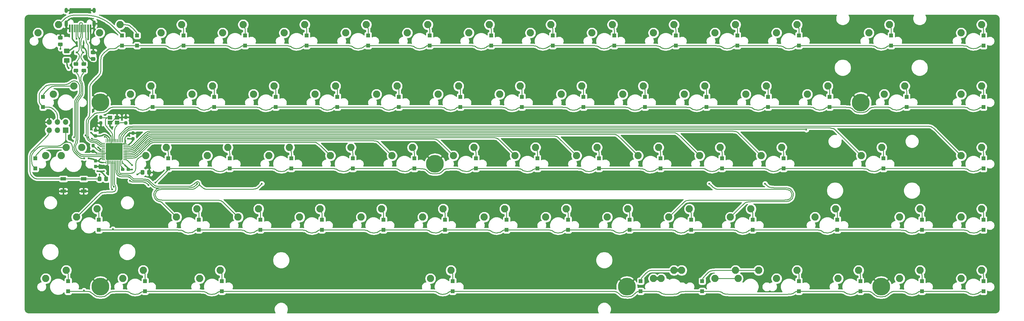
<source format=gbl>
G04 #@! TF.GenerationSoftware,KiCad,Pcbnew,(5.1.9-1-g591a07d2d9)-1*
G04 #@! TF.CreationDate,2021-05-31T00:50:00-06:00*
G04 #@! TF.ProjectId,keyboard-layout,6b657962-6f61-4726-942d-6c61796f7574,rev?*
G04 #@! TF.SameCoordinates,Original*
G04 #@! TF.FileFunction,Copper,L2,Bot*
G04 #@! TF.FilePolarity,Positive*
%FSLAX46Y46*%
G04 Gerber Fmt 4.6, Leading zero omitted, Abs format (unit mm)*
G04 Created by KiCad (PCBNEW (5.1.9-1-g591a07d2d9)-1) date 2021-05-31 00:50:00*
%MOMM*%
%LPD*%
G01*
G04 APERTURE LIST*
G04 #@! TA.AperFunction,ComponentPad*
%ADD10C,2.250000*%
G04 #@! TD*
G04 #@! TA.AperFunction,SMDPad,CuDef*
%ADD11R,1.200000X1.200000*%
G04 #@! TD*
G04 #@! TA.AperFunction,SMDPad,CuDef*
%ADD12R,1.700000X1.000000*%
G04 #@! TD*
G04 #@! TA.AperFunction,SMDPad,CuDef*
%ADD13R,1.400000X1.200000*%
G04 #@! TD*
G04 #@! TA.AperFunction,ComponentPad*
%ADD14C,5.500000*%
G04 #@! TD*
G04 #@! TA.AperFunction,ComponentPad*
%ADD15O,1.000000X1.600000*%
G04 #@! TD*
G04 #@! TA.AperFunction,ComponentPad*
%ADD16O,1.000000X2.100000*%
G04 #@! TD*
G04 #@! TA.AperFunction,SMDPad,CuDef*
%ADD17R,0.300000X2.450000*%
G04 #@! TD*
G04 #@! TA.AperFunction,SMDPad,CuDef*
%ADD18R,0.600000X2.450000*%
G04 #@! TD*
G04 #@! TA.AperFunction,SMDPad,CuDef*
%ADD19R,0.700000X0.600000*%
G04 #@! TD*
G04 #@! TA.AperFunction,SMDPad,CuDef*
%ADD20R,0.700000X1.000000*%
G04 #@! TD*
G04 #@! TA.AperFunction,ComponentPad*
%ADD21R,1.700000X1.700000*%
G04 #@! TD*
G04 #@! TA.AperFunction,ComponentPad*
%ADD22O,1.700000X1.700000*%
G04 #@! TD*
G04 #@! TA.AperFunction,ViaPad*
%ADD23C,0.600000*%
G04 #@! TD*
G04 #@! TA.AperFunction,Conductor*
%ADD24C,0.381000*%
G04 #@! TD*
G04 #@! TA.AperFunction,Conductor*
%ADD25C,0.254000*%
G04 #@! TD*
G04 #@! TA.AperFunction,Conductor*
%ADD26C,1.016000*%
G04 #@! TD*
G04 #@! TA.AperFunction,Conductor*
%ADD27C,0.250000*%
G04 #@! TD*
G04 #@! TA.AperFunction,Conductor*
%ADD28C,0.100000*%
G04 #@! TD*
G04 APERTURE END LIST*
D10*
X32858750Y-65085000D03*
X39208750Y-62545000D03*
X60640000Y-43495000D03*
X54290000Y-46035000D03*
X36827500Y-43495000D03*
X30477500Y-46035000D03*
G04 #@! TA.AperFunction,SMDPad,CuDef*
G36*
G01*
X43262500Y-67900000D02*
X43737500Y-67900000D01*
G75*
G02*
X43975000Y-68137500I0J-237500D01*
G01*
X43975000Y-68712500D01*
G75*
G02*
X43737500Y-68950000I-237500J0D01*
G01*
X43262500Y-68950000D01*
G75*
G02*
X43025000Y-68712500I0J237500D01*
G01*
X43025000Y-68137500D01*
G75*
G02*
X43262500Y-67900000I237500J0D01*
G01*
G37*
G04 #@! TD.AperFunction*
G04 #@! TA.AperFunction,SMDPad,CuDef*
G36*
G01*
X43262500Y-66150000D02*
X43737500Y-66150000D01*
G75*
G02*
X43975000Y-66387500I0J-237500D01*
G01*
X43975000Y-66962500D01*
G75*
G02*
X43737500Y-67200000I-237500J0D01*
G01*
X43262500Y-67200000D01*
G75*
G02*
X43025000Y-66962500I0J237500D01*
G01*
X43025000Y-66387500D01*
G75*
G02*
X43262500Y-66150000I237500J0D01*
G01*
G37*
G04 #@! TD.AperFunction*
G04 #@! TA.AperFunction,SMDPad,CuDef*
G36*
G01*
X55337500Y-58600000D02*
X54862500Y-58600000D01*
G75*
G02*
X54625000Y-58362500I0J237500D01*
G01*
X54625000Y-57787500D01*
G75*
G02*
X54862500Y-57550000I237500J0D01*
G01*
X55337500Y-57550000D01*
G75*
G02*
X55575000Y-57787500I0J-237500D01*
G01*
X55575000Y-58362500D01*
G75*
G02*
X55337500Y-58600000I-237500J0D01*
G01*
G37*
G04 #@! TD.AperFunction*
G04 #@! TA.AperFunction,SMDPad,CuDef*
G36*
G01*
X55337500Y-60350000D02*
X54862500Y-60350000D01*
G75*
G02*
X54625000Y-60112500I0J237500D01*
G01*
X54625000Y-59537500D01*
G75*
G02*
X54862500Y-59300000I237500J0D01*
G01*
X55337500Y-59300000D01*
G75*
G02*
X55575000Y-59537500I0J-237500D01*
G01*
X55575000Y-60112500D01*
G75*
G02*
X55337500Y-60350000I-237500J0D01*
G01*
G37*
G04 #@! TD.AperFunction*
G04 #@! TA.AperFunction,SMDPad,CuDef*
G36*
G01*
X52425000Y-69112500D02*
X52425000Y-69587500D01*
G75*
G02*
X52187500Y-69825000I-237500J0D01*
G01*
X51612500Y-69825000D01*
G75*
G02*
X51375000Y-69587500I0J237500D01*
G01*
X51375000Y-69112500D01*
G75*
G02*
X51612500Y-68875000I237500J0D01*
G01*
X52187500Y-68875000D01*
G75*
G02*
X52425000Y-69112500I0J-237500D01*
G01*
G37*
G04 #@! TD.AperFunction*
G04 #@! TA.AperFunction,SMDPad,CuDef*
G36*
G01*
X54175000Y-69112500D02*
X54175000Y-69587500D01*
G75*
G02*
X53937500Y-69825000I-237500J0D01*
G01*
X53362500Y-69825000D01*
G75*
G02*
X53125000Y-69587500I0J237500D01*
G01*
X53125000Y-69112500D01*
G75*
G02*
X53362500Y-68875000I237500J0D01*
G01*
X53937500Y-68875000D01*
G75*
G02*
X54175000Y-69112500I0J-237500D01*
G01*
G37*
G04 #@! TD.AperFunction*
G04 #@! TA.AperFunction,SMDPad,CuDef*
G36*
G01*
X53112500Y-53700000D02*
X52637500Y-53700000D01*
G75*
G02*
X52400000Y-53462500I0J237500D01*
G01*
X52400000Y-52887500D01*
G75*
G02*
X52637500Y-52650000I237500J0D01*
G01*
X53112500Y-52650000D01*
G75*
G02*
X53350000Y-52887500I0J-237500D01*
G01*
X53350000Y-53462500D01*
G75*
G02*
X53112500Y-53700000I-237500J0D01*
G01*
G37*
G04 #@! TD.AperFunction*
G04 #@! TA.AperFunction,SMDPad,CuDef*
G36*
G01*
X53112500Y-55450000D02*
X52637500Y-55450000D01*
G75*
G02*
X52400000Y-55212500I0J237500D01*
G01*
X52400000Y-54637500D01*
G75*
G02*
X52637500Y-54400000I237500J0D01*
G01*
X53112500Y-54400000D01*
G75*
G02*
X53350000Y-54637500I0J-237500D01*
G01*
X53350000Y-55212500D01*
G75*
G02*
X53112500Y-55450000I-237500J0D01*
G01*
G37*
G04 #@! TD.AperFunction*
G04 #@! TA.AperFunction,SMDPad,CuDef*
G36*
G01*
X42537500Y-63200000D02*
X43012500Y-63200000D01*
G75*
G02*
X43250000Y-63437500I0J-237500D01*
G01*
X43250000Y-64012500D01*
G75*
G02*
X43012500Y-64250000I-237500J0D01*
G01*
X42537500Y-64250000D01*
G75*
G02*
X42300000Y-64012500I0J237500D01*
G01*
X42300000Y-63437500D01*
G75*
G02*
X42537500Y-63200000I237500J0D01*
G01*
G37*
G04 #@! TD.AperFunction*
G04 #@! TA.AperFunction,SMDPad,CuDef*
G36*
G01*
X42537500Y-61450000D02*
X43012500Y-61450000D01*
G75*
G02*
X43250000Y-61687500I0J-237500D01*
G01*
X43250000Y-62262500D01*
G75*
G02*
X43012500Y-62500000I-237500J0D01*
G01*
X42537500Y-62500000D01*
G75*
G02*
X42300000Y-62262500I0J237500D01*
G01*
X42300000Y-61687500D01*
G75*
G02*
X42537500Y-61450000I237500J0D01*
G01*
G37*
G04 #@! TD.AperFunction*
G04 #@! TA.AperFunction,SMDPad,CuDef*
G36*
G01*
X44887500Y-54400000D02*
X45362500Y-54400000D01*
G75*
G02*
X45600000Y-54637500I0J-237500D01*
G01*
X45600000Y-55212500D01*
G75*
G02*
X45362500Y-55450000I-237500J0D01*
G01*
X44887500Y-55450000D01*
G75*
G02*
X44650000Y-55212500I0J237500D01*
G01*
X44650000Y-54637500D01*
G75*
G02*
X44887500Y-54400000I237500J0D01*
G01*
G37*
G04 #@! TD.AperFunction*
G04 #@! TA.AperFunction,SMDPad,CuDef*
G36*
G01*
X44887500Y-52650000D02*
X45362500Y-52650000D01*
G75*
G02*
X45600000Y-52887500I0J-237500D01*
G01*
X45600000Y-53462500D01*
G75*
G02*
X45362500Y-53700000I-237500J0D01*
G01*
X44887500Y-53700000D01*
G75*
G02*
X44650000Y-53462500I0J237500D01*
G01*
X44650000Y-52887500D01*
G75*
G02*
X44887500Y-52650000I237500J0D01*
G01*
G37*
G04 #@! TD.AperFunction*
G04 #@! TA.AperFunction,SMDPad,CuDef*
G36*
G01*
X43727500Y-59470000D02*
X43252500Y-59470000D01*
G75*
G02*
X43015000Y-59232500I0J237500D01*
G01*
X43015000Y-58657500D01*
G75*
G02*
X43252500Y-58420000I237500J0D01*
G01*
X43727500Y-58420000D01*
G75*
G02*
X43965000Y-58657500I0J-237500D01*
G01*
X43965000Y-59232500D01*
G75*
G02*
X43727500Y-59470000I-237500J0D01*
G01*
G37*
G04 #@! TD.AperFunction*
G04 #@! TA.AperFunction,SMDPad,CuDef*
G36*
G01*
X43727500Y-57720000D02*
X43252500Y-57720000D01*
G75*
G02*
X43015000Y-57482500I0J237500D01*
G01*
X43015000Y-56907500D01*
G75*
G02*
X43252500Y-56670000I237500J0D01*
G01*
X43727500Y-56670000D01*
G75*
G02*
X43965000Y-56907500I0J-237500D01*
G01*
X43965000Y-57482500D01*
G75*
G02*
X43727500Y-57720000I-237500J0D01*
G01*
G37*
G04 #@! TD.AperFunction*
X65402500Y-62545000D03*
X59052500Y-65085000D03*
G04 #@! TA.AperFunction,SMDPad,CuDef*
G36*
G01*
X58625000Y-69799999D02*
X58625000Y-70700001D01*
G75*
G02*
X58375001Y-70950000I-249999J0D01*
G01*
X57724999Y-70950000D01*
G75*
G02*
X57475000Y-70700001I0J249999D01*
G01*
X57475000Y-69799999D01*
G75*
G02*
X57724999Y-69550000I249999J0D01*
G01*
X58375001Y-69550000D01*
G75*
G02*
X58625000Y-69799999I0J-249999D01*
G01*
G37*
G04 #@! TD.AperFunction*
G04 #@! TA.AperFunction,SMDPad,CuDef*
G36*
G01*
X60675000Y-69799999D02*
X60675000Y-70700001D01*
G75*
G02*
X60425001Y-70950000I-249999J0D01*
G01*
X59774999Y-70950000D01*
G75*
G02*
X59525000Y-70700001I0J249999D01*
G01*
X59525000Y-69799999D01*
G75*
G02*
X59774999Y-69550000I249999J0D01*
G01*
X60425001Y-69550000D01*
G75*
G02*
X60675000Y-69799999I0J-249999D01*
G01*
G37*
G04 #@! TD.AperFunction*
D11*
X142163600Y-69043750D03*
X142163600Y-65893750D03*
D10*
X170177500Y-81595000D03*
X163827500Y-84135000D03*
D11*
X227889750Y-88093750D03*
X227889750Y-84943750D03*
X273133500Y-88093750D03*
X273133500Y-84943750D03*
X246939750Y-88093750D03*
X246939750Y-84943750D03*
X299327250Y-88093750D03*
X299327250Y-84943750D03*
X199314750Y-69043750D03*
X199314750Y-65893750D03*
X256464750Y-69043750D03*
X256464750Y-65893750D03*
X180264750Y-69043750D03*
X180264750Y-65893750D03*
X161214750Y-69043750D03*
X161214750Y-65893750D03*
X218364750Y-69043750D03*
X218364750Y-65893750D03*
X287421000Y-69043750D03*
X287421000Y-65893750D03*
X237414750Y-69043750D03*
X237414750Y-65893750D03*
D10*
X213040000Y-43495000D03*
X206690000Y-46035000D03*
D12*
X39830000Y-72280000D03*
X33530000Y-72280000D03*
X39830000Y-76080000D03*
X33530000Y-76080000D03*
D13*
X47952500Y-53245000D03*
X50152500Y-53245000D03*
X47952500Y-54845000D03*
X50152500Y-54845000D03*
D10*
X242409146Y-103185001D03*
X248759146Y-100645001D03*
D11*
X82633500Y-107143750D03*
X82633500Y-103993750D03*
X75489750Y-88093750D03*
X75489750Y-84943750D03*
X156452250Y-49993750D03*
X156452250Y-46843750D03*
X94539750Y-88093750D03*
X94539750Y-84943750D03*
X58821000Y-107143750D03*
X58821000Y-103993750D03*
X80252250Y-49993750D03*
X80252250Y-46843750D03*
X132639750Y-88093750D03*
X132639750Y-84943750D03*
X175502250Y-49993750D03*
X175502250Y-46843750D03*
X27230000Y-49993750D03*
X27230000Y-46843750D03*
X137402250Y-49993750D03*
X137402250Y-46843750D03*
X44533500Y-88093750D03*
X44533500Y-84943750D03*
X85014750Y-69043750D03*
X85014750Y-65893750D03*
X318376100Y-107143750D03*
X318376100Y-103993750D03*
X118352250Y-49993750D03*
X118352250Y-46843750D03*
X61202250Y-49993750D03*
X61202250Y-46843750D03*
X318376100Y-69043750D03*
X318376100Y-65893750D03*
X318376100Y-88093750D03*
X318376100Y-84943750D03*
X232652250Y-49993750D03*
X232652250Y-46843750D03*
X213602250Y-49993750D03*
X213602250Y-46843750D03*
X170739750Y-88093750D03*
X170739750Y-84943750D03*
X242177250Y-30943750D03*
X242177250Y-27793750D03*
X189789750Y-88093750D03*
X189789750Y-84943750D03*
X280276100Y-107143750D03*
X280276100Y-103993750D03*
X194552250Y-49993750D03*
X194552250Y-46843750D03*
X231298100Y-107143750D03*
X231298100Y-103993750D03*
X123114750Y-69043750D03*
X123114750Y-65893750D03*
X51677250Y-30943750D03*
X51677250Y-27793750D03*
X261227250Y-30943750D03*
X261227250Y-27793750D03*
X99302250Y-49993750D03*
X99302250Y-46843750D03*
X299327250Y-107143750D03*
X299327250Y-103993750D03*
X318376100Y-49993750D03*
X318376100Y-46843750D03*
X104064750Y-69043750D03*
X104064750Y-65893750D03*
X35008500Y-107143750D03*
X35008500Y-103993750D03*
X261227250Y-107143750D03*
X261227250Y-103993750D03*
X208839750Y-88093750D03*
X208839750Y-84943750D03*
X24850000Y-69043750D03*
X24850000Y-65893750D03*
X113589750Y-88093750D03*
X113589750Y-84943750D03*
X294564750Y-49993750D03*
X294564750Y-46843750D03*
X289802250Y-30943750D03*
X289802250Y-27793750D03*
X151689750Y-88093750D03*
X151689750Y-84943750D03*
X212248100Y-107143750D03*
X212248100Y-103993750D03*
X65964750Y-69043750D03*
X65964750Y-65893750D03*
X318376100Y-30943750D03*
X318376100Y-27793750D03*
X270752250Y-49993750D03*
X270752250Y-46843750D03*
X251702250Y-49993750D03*
X251702250Y-46843750D03*
X204077250Y-30943750D03*
X204077250Y-27793750D03*
X185027250Y-30943750D03*
X185027250Y-27793750D03*
X165977250Y-30943750D03*
X165977250Y-27793750D03*
X146927250Y-30943750D03*
X146927250Y-27793750D03*
X127877250Y-30943750D03*
X127877250Y-27793750D03*
X108827250Y-30943750D03*
X108827250Y-27793750D03*
X89777250Y-30943750D03*
X89777250Y-27793750D03*
X70727250Y-30943750D03*
X70727250Y-27793750D03*
X56356250Y-30943750D03*
X56356250Y-27793750D03*
X223127250Y-30943750D03*
X223127250Y-27793750D03*
X154071000Y-107143750D03*
X154071000Y-103993750D03*
D10*
X289240000Y-24445000D03*
X282890000Y-26985000D03*
X153509588Y-100645000D03*
X147159588Y-103185000D03*
X82071250Y-100645000D03*
X75721250Y-103185000D03*
X58258750Y-100645000D03*
X51908750Y-103185000D03*
X34446250Y-100645000D03*
X28096250Y-103185000D03*
X43971250Y-81595000D03*
X37621250Y-84135000D03*
X286858750Y-62545000D03*
X280508750Y-65085000D03*
X272571250Y-81595000D03*
X266221250Y-84135000D03*
X294002500Y-43495000D03*
X287652500Y-46035000D03*
X155890000Y-43495000D03*
X149540000Y-46035000D03*
X270190000Y-43495000D03*
X263840000Y-46035000D03*
X93977500Y-81595000D03*
X87627500Y-84135000D03*
X32065000Y-24445000D03*
X25715000Y-26985000D03*
X113027500Y-81595000D03*
X106677500Y-84135000D03*
X79690000Y-43495000D03*
X73340000Y-46035000D03*
X222565000Y-24445000D03*
X216215000Y-26985000D03*
X193990000Y-43495000D03*
X187640000Y-46035000D03*
X74927500Y-81595000D03*
X68577500Y-84135000D03*
X132077500Y-81595000D03*
X125727500Y-84135000D03*
X298765000Y-81595000D03*
X292415000Y-84135000D03*
X174940000Y-43495000D03*
X168590000Y-46035000D03*
X136840000Y-43495000D03*
X130490000Y-46035000D03*
X246377500Y-81595000D03*
X240027500Y-84135000D03*
X236852500Y-62545000D03*
X230502500Y-65085000D03*
X84452500Y-62545000D03*
X78102500Y-65085000D03*
X317815000Y-100645000D03*
X311465000Y-103185000D03*
X117790000Y-43495000D03*
X111440000Y-46035000D03*
X255902500Y-62545000D03*
X249552500Y-65085000D03*
X317815000Y-62545000D03*
X311465000Y-65085000D03*
X317815000Y-81595000D03*
X311465000Y-84135000D03*
X232090000Y-43495000D03*
X225740000Y-46035000D03*
X241615000Y-24445000D03*
X235265000Y-26985000D03*
X189227500Y-81595000D03*
X182877500Y-84135000D03*
X279715000Y-100645000D03*
X273365000Y-103185000D03*
X217802500Y-62545000D03*
X211452500Y-65085000D03*
X198752500Y-62545000D03*
X192402500Y-65085000D03*
X179702500Y-62545000D03*
X173352500Y-65085000D03*
X160652500Y-62545000D03*
X154302500Y-65085000D03*
X141602500Y-62545000D03*
X135252500Y-65085000D03*
X241615000Y-100645000D03*
X235265000Y-103185000D03*
X122552500Y-62545000D03*
X116202500Y-65085000D03*
X260665000Y-24445000D03*
X254315000Y-26985000D03*
X98740000Y-43495000D03*
X92390000Y-46035000D03*
X298765000Y-100645000D03*
X292415000Y-103185000D03*
X227327500Y-81595000D03*
X220977500Y-84135000D03*
X317815000Y-43495000D03*
X311465000Y-46035000D03*
X103502500Y-62545000D03*
X97152500Y-65085000D03*
X260665000Y-100645000D03*
X254315000Y-103185000D03*
X208277500Y-81595000D03*
X201927500Y-84135000D03*
X151127500Y-81595000D03*
X144777500Y-84135000D03*
X222565000Y-100645000D03*
X216215000Y-103185000D03*
X317815000Y-24445000D03*
X311465000Y-26985000D03*
X251140000Y-43495000D03*
X244790000Y-46035000D03*
X203515000Y-24445000D03*
X197165000Y-26985000D03*
X184465000Y-24445000D03*
X178115000Y-26985000D03*
X165415000Y-24445000D03*
X159065000Y-26985000D03*
X146365000Y-24445000D03*
X140015000Y-26985000D03*
X127315000Y-24445000D03*
X120965000Y-26985000D03*
X108265000Y-24445000D03*
X101915000Y-26985000D03*
X89215000Y-24445000D03*
X82865000Y-26985000D03*
X70165000Y-24445000D03*
X63815000Y-26985000D03*
X51115000Y-24445000D03*
X44765000Y-26985000D03*
G04 #@! TA.AperFunction,SMDPad,CuDef*
G36*
G01*
X44155000Y-72730001D02*
X44155000Y-71829999D01*
G75*
G02*
X44404999Y-71580000I249999J0D01*
G01*
X45055001Y-71580000D01*
G75*
G02*
X45305000Y-71829999I0J-249999D01*
G01*
X45305000Y-72730001D01*
G75*
G02*
X45055001Y-72980000I-249999J0D01*
G01*
X44404999Y-72980000D01*
G75*
G02*
X44155000Y-72730001I0J249999D01*
G01*
G37*
G04 #@! TD.AperFunction*
G04 #@! TA.AperFunction,SMDPad,CuDef*
G36*
G01*
X46205000Y-72730001D02*
X46205000Y-71829999D01*
G75*
G02*
X46454999Y-71580000I249999J0D01*
G01*
X47105001Y-71580000D01*
G75*
G02*
X47355000Y-71829999I0J-249999D01*
G01*
X47355000Y-72730001D01*
G75*
G02*
X47105001Y-72980000I-249999J0D01*
G01*
X46454999Y-72980000D01*
G75*
G02*
X46205000Y-72730001I0J249999D01*
G01*
G37*
G04 #@! TD.AperFunction*
G04 #@! TA.AperFunction,SMDPad,CuDef*
G36*
G01*
X37897001Y-39260000D02*
X36996999Y-39260000D01*
G75*
G02*
X36747000Y-39010001I0J249999D01*
G01*
X36747000Y-38359999D01*
G75*
G02*
X36996999Y-38110000I249999J0D01*
G01*
X37897001Y-38110000D01*
G75*
G02*
X38147000Y-38359999I0J-249999D01*
G01*
X38147000Y-39010001D01*
G75*
G02*
X37897001Y-39260000I-249999J0D01*
G01*
G37*
G04 #@! TD.AperFunction*
G04 #@! TA.AperFunction,SMDPad,CuDef*
G36*
G01*
X37897001Y-37210000D02*
X36996999Y-37210000D01*
G75*
G02*
X36747000Y-36960001I0J249999D01*
G01*
X36747000Y-36309999D01*
G75*
G02*
X36996999Y-36060000I249999J0D01*
G01*
X37897001Y-36060000D01*
G75*
G02*
X38147000Y-36309999I0J-249999D01*
G01*
X38147000Y-36960001D01*
G75*
G02*
X37897001Y-37210000I-249999J0D01*
G01*
G37*
G04 #@! TD.AperFunction*
G04 #@! TA.AperFunction,SMDPad,CuDef*
G36*
G01*
X40347001Y-37210000D02*
X39446999Y-37210000D01*
G75*
G02*
X39197000Y-36960001I0J249999D01*
G01*
X39197000Y-36309999D01*
G75*
G02*
X39446999Y-36060000I249999J0D01*
G01*
X40347001Y-36060000D01*
G75*
G02*
X40597000Y-36309999I0J-249999D01*
G01*
X40597000Y-36960001D01*
G75*
G02*
X40347001Y-37210000I-249999J0D01*
G01*
G37*
G04 #@! TD.AperFunction*
G04 #@! TA.AperFunction,SMDPad,CuDef*
G36*
G01*
X40347001Y-39260000D02*
X39446999Y-39260000D01*
G75*
G02*
X39197000Y-39010001I0J249999D01*
G01*
X39197000Y-38359999D01*
G75*
G02*
X39446999Y-38110000I249999J0D01*
G01*
X40347001Y-38110000D01*
G75*
G02*
X40597000Y-38359999I0J-249999D01*
G01*
X40597000Y-39010001D01*
G75*
G02*
X40347001Y-39260000I-249999J0D01*
G01*
G37*
G04 #@! TD.AperFunction*
D14*
X45000000Y-48575000D03*
X45000000Y-105715000D03*
X148582499Y-67600000D03*
X207972500Y-105722500D03*
X280400000Y-48600000D03*
X286712500Y-105722500D03*
D10*
X224946646Y-100645001D03*
X218596646Y-103185001D03*
X28096250Y-65085000D03*
X34446250Y-62545000D03*
G04 #@! TA.AperFunction,SMDPad,CuDef*
G36*
G01*
X35225000Y-36260000D02*
X33975000Y-36260000D01*
G75*
G02*
X33725000Y-36010000I0J250000D01*
G01*
X33725000Y-35085000D01*
G75*
G02*
X33975000Y-34835000I250000J0D01*
G01*
X35225000Y-34835000D01*
G75*
G02*
X35475000Y-35085000I0J-250000D01*
G01*
X35475000Y-36010000D01*
G75*
G02*
X35225000Y-36260000I-250000J0D01*
G01*
G37*
G04 #@! TD.AperFunction*
G04 #@! TA.AperFunction,SMDPad,CuDef*
G36*
G01*
X35225000Y-33285000D02*
X33975000Y-33285000D01*
G75*
G02*
X33725000Y-33035000I0J250000D01*
G01*
X33725000Y-32110000D01*
G75*
G02*
X33975000Y-31860000I250000J0D01*
G01*
X35225000Y-31860000D01*
G75*
G02*
X35475000Y-32110000I0J-250000D01*
G01*
X35475000Y-33035000D01*
G75*
G02*
X35225000Y-33285000I-250000J0D01*
G01*
G37*
G04 #@! TD.AperFunction*
G04 #@! TA.AperFunction,SMDPad,CuDef*
G36*
G01*
X32167999Y-29975000D02*
X33068001Y-29975000D01*
G75*
G02*
X33318000Y-30224999I0J-249999D01*
G01*
X33318000Y-30875001D01*
G75*
G02*
X33068001Y-31125000I-249999J0D01*
G01*
X32167999Y-31125000D01*
G75*
G02*
X31918000Y-30875001I0J249999D01*
G01*
X31918000Y-30224999D01*
G75*
G02*
X32167999Y-29975000I249999J0D01*
G01*
G37*
G04 #@! TD.AperFunction*
G04 #@! TA.AperFunction,SMDPad,CuDef*
G36*
G01*
X32167999Y-27925000D02*
X33068001Y-27925000D01*
G75*
G02*
X33318000Y-28174999I0J-249999D01*
G01*
X33318000Y-28825001D01*
G75*
G02*
X33068001Y-29075000I-249999J0D01*
G01*
X32167999Y-29075000D01*
G75*
G02*
X31918000Y-28825001I0J249999D01*
G01*
X31918000Y-28174999D01*
G75*
G02*
X32167999Y-27925000I249999J0D01*
G01*
G37*
G04 #@! TD.AperFunction*
G04 #@! TA.AperFunction,SMDPad,CuDef*
G36*
G01*
X42299999Y-32460000D02*
X43200001Y-32460000D01*
G75*
G02*
X43450000Y-32709999I0J-249999D01*
G01*
X43450000Y-33360001D01*
G75*
G02*
X43200001Y-33610000I-249999J0D01*
G01*
X42299999Y-33610000D01*
G75*
G02*
X42050000Y-33360001I0J249999D01*
G01*
X42050000Y-32709999D01*
G75*
G02*
X42299999Y-32460000I249999J0D01*
G01*
G37*
G04 #@! TD.AperFunction*
G04 #@! TA.AperFunction,SMDPad,CuDef*
G36*
G01*
X42299999Y-34510000D02*
X43200001Y-34510000D01*
G75*
G02*
X43450000Y-34759999I0J-249999D01*
G01*
X43450000Y-35410001D01*
G75*
G02*
X43200001Y-35660000I-249999J0D01*
G01*
X42299999Y-35660000D01*
G75*
G02*
X42050000Y-35410001I0J249999D01*
G01*
X42050000Y-34759999D01*
G75*
G02*
X42299999Y-34510000I249999J0D01*
G01*
G37*
G04 #@! TD.AperFunction*
G04 #@! TA.AperFunction,SMDPad,CuDef*
G36*
G01*
X46685000Y-66128750D02*
X46685000Y-61428750D01*
G75*
G02*
X46935000Y-61178750I250000J0D01*
G01*
X51635000Y-61178750D01*
G75*
G02*
X51885000Y-61428750I0J-250000D01*
G01*
X51885000Y-66128750D01*
G75*
G02*
X51635000Y-66378750I-250000J0D01*
G01*
X46935000Y-66378750D01*
G75*
G02*
X46685000Y-66128750I0J250000D01*
G01*
G37*
G04 #@! TD.AperFunction*
G04 #@! TA.AperFunction,SMDPad,CuDef*
G36*
G01*
X45410000Y-66341250D02*
X45410000Y-66216250D01*
G75*
G02*
X45472500Y-66153750I62500J0D01*
G01*
X46422500Y-66153750D01*
G75*
G02*
X46485000Y-66216250I0J-62500D01*
G01*
X46485000Y-66341250D01*
G75*
G02*
X46422500Y-66403750I-62500J0D01*
G01*
X45472500Y-66403750D01*
G75*
G02*
X45410000Y-66341250I0J62500D01*
G01*
G37*
G04 #@! TD.AperFunction*
G04 #@! TA.AperFunction,SMDPad,CuDef*
G36*
G01*
X45410000Y-65841250D02*
X45410000Y-65716250D01*
G75*
G02*
X45472500Y-65653750I62500J0D01*
G01*
X46422500Y-65653750D01*
G75*
G02*
X46485000Y-65716250I0J-62500D01*
G01*
X46485000Y-65841250D01*
G75*
G02*
X46422500Y-65903750I-62500J0D01*
G01*
X45472500Y-65903750D01*
G75*
G02*
X45410000Y-65841250I0J62500D01*
G01*
G37*
G04 #@! TD.AperFunction*
G04 #@! TA.AperFunction,SMDPad,CuDef*
G36*
G01*
X45410000Y-65341250D02*
X45410000Y-65216250D01*
G75*
G02*
X45472500Y-65153750I62500J0D01*
G01*
X46422500Y-65153750D01*
G75*
G02*
X46485000Y-65216250I0J-62500D01*
G01*
X46485000Y-65341250D01*
G75*
G02*
X46422500Y-65403750I-62500J0D01*
G01*
X45472500Y-65403750D01*
G75*
G02*
X45410000Y-65341250I0J62500D01*
G01*
G37*
G04 #@! TD.AperFunction*
G04 #@! TA.AperFunction,SMDPad,CuDef*
G36*
G01*
X45410000Y-64841250D02*
X45410000Y-64716250D01*
G75*
G02*
X45472500Y-64653750I62500J0D01*
G01*
X46422500Y-64653750D01*
G75*
G02*
X46485000Y-64716250I0J-62500D01*
G01*
X46485000Y-64841250D01*
G75*
G02*
X46422500Y-64903750I-62500J0D01*
G01*
X45472500Y-64903750D01*
G75*
G02*
X45410000Y-64841250I0J62500D01*
G01*
G37*
G04 #@! TD.AperFunction*
G04 #@! TA.AperFunction,SMDPad,CuDef*
G36*
G01*
X45410000Y-64341250D02*
X45410000Y-64216250D01*
G75*
G02*
X45472500Y-64153750I62500J0D01*
G01*
X46422500Y-64153750D01*
G75*
G02*
X46485000Y-64216250I0J-62500D01*
G01*
X46485000Y-64341250D01*
G75*
G02*
X46422500Y-64403750I-62500J0D01*
G01*
X45472500Y-64403750D01*
G75*
G02*
X45410000Y-64341250I0J62500D01*
G01*
G37*
G04 #@! TD.AperFunction*
G04 #@! TA.AperFunction,SMDPad,CuDef*
G36*
G01*
X45410000Y-63841250D02*
X45410000Y-63716250D01*
G75*
G02*
X45472500Y-63653750I62500J0D01*
G01*
X46422500Y-63653750D01*
G75*
G02*
X46485000Y-63716250I0J-62500D01*
G01*
X46485000Y-63841250D01*
G75*
G02*
X46422500Y-63903750I-62500J0D01*
G01*
X45472500Y-63903750D01*
G75*
G02*
X45410000Y-63841250I0J62500D01*
G01*
G37*
G04 #@! TD.AperFunction*
G04 #@! TA.AperFunction,SMDPad,CuDef*
G36*
G01*
X45410000Y-63341250D02*
X45410000Y-63216250D01*
G75*
G02*
X45472500Y-63153750I62500J0D01*
G01*
X46422500Y-63153750D01*
G75*
G02*
X46485000Y-63216250I0J-62500D01*
G01*
X46485000Y-63341250D01*
G75*
G02*
X46422500Y-63403750I-62500J0D01*
G01*
X45472500Y-63403750D01*
G75*
G02*
X45410000Y-63341250I0J62500D01*
G01*
G37*
G04 #@! TD.AperFunction*
G04 #@! TA.AperFunction,SMDPad,CuDef*
G36*
G01*
X45410000Y-62841250D02*
X45410000Y-62716250D01*
G75*
G02*
X45472500Y-62653750I62500J0D01*
G01*
X46422500Y-62653750D01*
G75*
G02*
X46485000Y-62716250I0J-62500D01*
G01*
X46485000Y-62841250D01*
G75*
G02*
X46422500Y-62903750I-62500J0D01*
G01*
X45472500Y-62903750D01*
G75*
G02*
X45410000Y-62841250I0J62500D01*
G01*
G37*
G04 #@! TD.AperFunction*
G04 #@! TA.AperFunction,SMDPad,CuDef*
G36*
G01*
X45410000Y-62341250D02*
X45410000Y-62216250D01*
G75*
G02*
X45472500Y-62153750I62500J0D01*
G01*
X46422500Y-62153750D01*
G75*
G02*
X46485000Y-62216250I0J-62500D01*
G01*
X46485000Y-62341250D01*
G75*
G02*
X46422500Y-62403750I-62500J0D01*
G01*
X45472500Y-62403750D01*
G75*
G02*
X45410000Y-62341250I0J62500D01*
G01*
G37*
G04 #@! TD.AperFunction*
G04 #@! TA.AperFunction,SMDPad,CuDef*
G36*
G01*
X45410000Y-61841250D02*
X45410000Y-61716250D01*
G75*
G02*
X45472500Y-61653750I62500J0D01*
G01*
X46422500Y-61653750D01*
G75*
G02*
X46485000Y-61716250I0J-62500D01*
G01*
X46485000Y-61841250D01*
G75*
G02*
X46422500Y-61903750I-62500J0D01*
G01*
X45472500Y-61903750D01*
G75*
G02*
X45410000Y-61841250I0J62500D01*
G01*
G37*
G04 #@! TD.AperFunction*
G04 #@! TA.AperFunction,SMDPad,CuDef*
G36*
G01*
X45410000Y-61341250D02*
X45410000Y-61216250D01*
G75*
G02*
X45472500Y-61153750I62500J0D01*
G01*
X46422500Y-61153750D01*
G75*
G02*
X46485000Y-61216250I0J-62500D01*
G01*
X46485000Y-61341250D01*
G75*
G02*
X46422500Y-61403750I-62500J0D01*
G01*
X45472500Y-61403750D01*
G75*
G02*
X45410000Y-61341250I0J62500D01*
G01*
G37*
G04 #@! TD.AperFunction*
G04 #@! TA.AperFunction,SMDPad,CuDef*
G36*
G01*
X46660000Y-60916250D02*
X46660000Y-59966250D01*
G75*
G02*
X46722500Y-59903750I62500J0D01*
G01*
X46847500Y-59903750D01*
G75*
G02*
X46910000Y-59966250I0J-62500D01*
G01*
X46910000Y-60916250D01*
G75*
G02*
X46847500Y-60978750I-62500J0D01*
G01*
X46722500Y-60978750D01*
G75*
G02*
X46660000Y-60916250I0J62500D01*
G01*
G37*
G04 #@! TD.AperFunction*
G04 #@! TA.AperFunction,SMDPad,CuDef*
G36*
G01*
X47160000Y-60916250D02*
X47160000Y-59966250D01*
G75*
G02*
X47222500Y-59903750I62500J0D01*
G01*
X47347500Y-59903750D01*
G75*
G02*
X47410000Y-59966250I0J-62500D01*
G01*
X47410000Y-60916250D01*
G75*
G02*
X47347500Y-60978750I-62500J0D01*
G01*
X47222500Y-60978750D01*
G75*
G02*
X47160000Y-60916250I0J62500D01*
G01*
G37*
G04 #@! TD.AperFunction*
G04 #@! TA.AperFunction,SMDPad,CuDef*
G36*
G01*
X47660000Y-60916250D02*
X47660000Y-59966250D01*
G75*
G02*
X47722500Y-59903750I62500J0D01*
G01*
X47847500Y-59903750D01*
G75*
G02*
X47910000Y-59966250I0J-62500D01*
G01*
X47910000Y-60916250D01*
G75*
G02*
X47847500Y-60978750I-62500J0D01*
G01*
X47722500Y-60978750D01*
G75*
G02*
X47660000Y-60916250I0J62500D01*
G01*
G37*
G04 #@! TD.AperFunction*
G04 #@! TA.AperFunction,SMDPad,CuDef*
G36*
G01*
X48160000Y-60916250D02*
X48160000Y-59966250D01*
G75*
G02*
X48222500Y-59903750I62500J0D01*
G01*
X48347500Y-59903750D01*
G75*
G02*
X48410000Y-59966250I0J-62500D01*
G01*
X48410000Y-60916250D01*
G75*
G02*
X48347500Y-60978750I-62500J0D01*
G01*
X48222500Y-60978750D01*
G75*
G02*
X48160000Y-60916250I0J62500D01*
G01*
G37*
G04 #@! TD.AperFunction*
G04 #@! TA.AperFunction,SMDPad,CuDef*
G36*
G01*
X48660000Y-60916250D02*
X48660000Y-59966250D01*
G75*
G02*
X48722500Y-59903750I62500J0D01*
G01*
X48847500Y-59903750D01*
G75*
G02*
X48910000Y-59966250I0J-62500D01*
G01*
X48910000Y-60916250D01*
G75*
G02*
X48847500Y-60978750I-62500J0D01*
G01*
X48722500Y-60978750D01*
G75*
G02*
X48660000Y-60916250I0J62500D01*
G01*
G37*
G04 #@! TD.AperFunction*
G04 #@! TA.AperFunction,SMDPad,CuDef*
G36*
G01*
X49160000Y-60916250D02*
X49160000Y-59966250D01*
G75*
G02*
X49222500Y-59903750I62500J0D01*
G01*
X49347500Y-59903750D01*
G75*
G02*
X49410000Y-59966250I0J-62500D01*
G01*
X49410000Y-60916250D01*
G75*
G02*
X49347500Y-60978750I-62500J0D01*
G01*
X49222500Y-60978750D01*
G75*
G02*
X49160000Y-60916250I0J62500D01*
G01*
G37*
G04 #@! TD.AperFunction*
G04 #@! TA.AperFunction,SMDPad,CuDef*
G36*
G01*
X49660000Y-60916250D02*
X49660000Y-59966250D01*
G75*
G02*
X49722500Y-59903750I62500J0D01*
G01*
X49847500Y-59903750D01*
G75*
G02*
X49910000Y-59966250I0J-62500D01*
G01*
X49910000Y-60916250D01*
G75*
G02*
X49847500Y-60978750I-62500J0D01*
G01*
X49722500Y-60978750D01*
G75*
G02*
X49660000Y-60916250I0J62500D01*
G01*
G37*
G04 #@! TD.AperFunction*
G04 #@! TA.AperFunction,SMDPad,CuDef*
G36*
G01*
X50160000Y-60916250D02*
X50160000Y-59966250D01*
G75*
G02*
X50222500Y-59903750I62500J0D01*
G01*
X50347500Y-59903750D01*
G75*
G02*
X50410000Y-59966250I0J-62500D01*
G01*
X50410000Y-60916250D01*
G75*
G02*
X50347500Y-60978750I-62500J0D01*
G01*
X50222500Y-60978750D01*
G75*
G02*
X50160000Y-60916250I0J62500D01*
G01*
G37*
G04 #@! TD.AperFunction*
G04 #@! TA.AperFunction,SMDPad,CuDef*
G36*
G01*
X50660000Y-60916250D02*
X50660000Y-59966250D01*
G75*
G02*
X50722500Y-59903750I62500J0D01*
G01*
X50847500Y-59903750D01*
G75*
G02*
X50910000Y-59966250I0J-62500D01*
G01*
X50910000Y-60916250D01*
G75*
G02*
X50847500Y-60978750I-62500J0D01*
G01*
X50722500Y-60978750D01*
G75*
G02*
X50660000Y-60916250I0J62500D01*
G01*
G37*
G04 #@! TD.AperFunction*
G04 #@! TA.AperFunction,SMDPad,CuDef*
G36*
G01*
X51160000Y-60916250D02*
X51160000Y-59966250D01*
G75*
G02*
X51222500Y-59903750I62500J0D01*
G01*
X51347500Y-59903750D01*
G75*
G02*
X51410000Y-59966250I0J-62500D01*
G01*
X51410000Y-60916250D01*
G75*
G02*
X51347500Y-60978750I-62500J0D01*
G01*
X51222500Y-60978750D01*
G75*
G02*
X51160000Y-60916250I0J62500D01*
G01*
G37*
G04 #@! TD.AperFunction*
G04 #@! TA.AperFunction,SMDPad,CuDef*
G36*
G01*
X51660000Y-60916250D02*
X51660000Y-59966250D01*
G75*
G02*
X51722500Y-59903750I62500J0D01*
G01*
X51847500Y-59903750D01*
G75*
G02*
X51910000Y-59966250I0J-62500D01*
G01*
X51910000Y-60916250D01*
G75*
G02*
X51847500Y-60978750I-62500J0D01*
G01*
X51722500Y-60978750D01*
G75*
G02*
X51660000Y-60916250I0J62500D01*
G01*
G37*
G04 #@! TD.AperFunction*
G04 #@! TA.AperFunction,SMDPad,CuDef*
G36*
G01*
X52085000Y-61341250D02*
X52085000Y-61216250D01*
G75*
G02*
X52147500Y-61153750I62500J0D01*
G01*
X53097500Y-61153750D01*
G75*
G02*
X53160000Y-61216250I0J-62500D01*
G01*
X53160000Y-61341250D01*
G75*
G02*
X53097500Y-61403750I-62500J0D01*
G01*
X52147500Y-61403750D01*
G75*
G02*
X52085000Y-61341250I0J62500D01*
G01*
G37*
G04 #@! TD.AperFunction*
G04 #@! TA.AperFunction,SMDPad,CuDef*
G36*
G01*
X52085000Y-61841250D02*
X52085000Y-61716250D01*
G75*
G02*
X52147500Y-61653750I62500J0D01*
G01*
X53097500Y-61653750D01*
G75*
G02*
X53160000Y-61716250I0J-62500D01*
G01*
X53160000Y-61841250D01*
G75*
G02*
X53097500Y-61903750I-62500J0D01*
G01*
X52147500Y-61903750D01*
G75*
G02*
X52085000Y-61841250I0J62500D01*
G01*
G37*
G04 #@! TD.AperFunction*
G04 #@! TA.AperFunction,SMDPad,CuDef*
G36*
G01*
X52085000Y-62341250D02*
X52085000Y-62216250D01*
G75*
G02*
X52147500Y-62153750I62500J0D01*
G01*
X53097500Y-62153750D01*
G75*
G02*
X53160000Y-62216250I0J-62500D01*
G01*
X53160000Y-62341250D01*
G75*
G02*
X53097500Y-62403750I-62500J0D01*
G01*
X52147500Y-62403750D01*
G75*
G02*
X52085000Y-62341250I0J62500D01*
G01*
G37*
G04 #@! TD.AperFunction*
G04 #@! TA.AperFunction,SMDPad,CuDef*
G36*
G01*
X52085000Y-62841250D02*
X52085000Y-62716250D01*
G75*
G02*
X52147500Y-62653750I62500J0D01*
G01*
X53097500Y-62653750D01*
G75*
G02*
X53160000Y-62716250I0J-62500D01*
G01*
X53160000Y-62841250D01*
G75*
G02*
X53097500Y-62903750I-62500J0D01*
G01*
X52147500Y-62903750D01*
G75*
G02*
X52085000Y-62841250I0J62500D01*
G01*
G37*
G04 #@! TD.AperFunction*
G04 #@! TA.AperFunction,SMDPad,CuDef*
G36*
G01*
X52085000Y-63341250D02*
X52085000Y-63216250D01*
G75*
G02*
X52147500Y-63153750I62500J0D01*
G01*
X53097500Y-63153750D01*
G75*
G02*
X53160000Y-63216250I0J-62500D01*
G01*
X53160000Y-63341250D01*
G75*
G02*
X53097500Y-63403750I-62500J0D01*
G01*
X52147500Y-63403750D01*
G75*
G02*
X52085000Y-63341250I0J62500D01*
G01*
G37*
G04 #@! TD.AperFunction*
G04 #@! TA.AperFunction,SMDPad,CuDef*
G36*
G01*
X52085000Y-63841250D02*
X52085000Y-63716250D01*
G75*
G02*
X52147500Y-63653750I62500J0D01*
G01*
X53097500Y-63653750D01*
G75*
G02*
X53160000Y-63716250I0J-62500D01*
G01*
X53160000Y-63841250D01*
G75*
G02*
X53097500Y-63903750I-62500J0D01*
G01*
X52147500Y-63903750D01*
G75*
G02*
X52085000Y-63841250I0J62500D01*
G01*
G37*
G04 #@! TD.AperFunction*
G04 #@! TA.AperFunction,SMDPad,CuDef*
G36*
G01*
X52085000Y-64341250D02*
X52085000Y-64216250D01*
G75*
G02*
X52147500Y-64153750I62500J0D01*
G01*
X53097500Y-64153750D01*
G75*
G02*
X53160000Y-64216250I0J-62500D01*
G01*
X53160000Y-64341250D01*
G75*
G02*
X53097500Y-64403750I-62500J0D01*
G01*
X52147500Y-64403750D01*
G75*
G02*
X52085000Y-64341250I0J62500D01*
G01*
G37*
G04 #@! TD.AperFunction*
G04 #@! TA.AperFunction,SMDPad,CuDef*
G36*
G01*
X52085000Y-64841250D02*
X52085000Y-64716250D01*
G75*
G02*
X52147500Y-64653750I62500J0D01*
G01*
X53097500Y-64653750D01*
G75*
G02*
X53160000Y-64716250I0J-62500D01*
G01*
X53160000Y-64841250D01*
G75*
G02*
X53097500Y-64903750I-62500J0D01*
G01*
X52147500Y-64903750D01*
G75*
G02*
X52085000Y-64841250I0J62500D01*
G01*
G37*
G04 #@! TD.AperFunction*
G04 #@! TA.AperFunction,SMDPad,CuDef*
G36*
G01*
X52085000Y-65341250D02*
X52085000Y-65216250D01*
G75*
G02*
X52147500Y-65153750I62500J0D01*
G01*
X53097500Y-65153750D01*
G75*
G02*
X53160000Y-65216250I0J-62500D01*
G01*
X53160000Y-65341250D01*
G75*
G02*
X53097500Y-65403750I-62500J0D01*
G01*
X52147500Y-65403750D01*
G75*
G02*
X52085000Y-65341250I0J62500D01*
G01*
G37*
G04 #@! TD.AperFunction*
G04 #@! TA.AperFunction,SMDPad,CuDef*
G36*
G01*
X52085000Y-65841250D02*
X52085000Y-65716250D01*
G75*
G02*
X52147500Y-65653750I62500J0D01*
G01*
X53097500Y-65653750D01*
G75*
G02*
X53160000Y-65716250I0J-62500D01*
G01*
X53160000Y-65841250D01*
G75*
G02*
X53097500Y-65903750I-62500J0D01*
G01*
X52147500Y-65903750D01*
G75*
G02*
X52085000Y-65841250I0J62500D01*
G01*
G37*
G04 #@! TD.AperFunction*
G04 #@! TA.AperFunction,SMDPad,CuDef*
G36*
G01*
X52085000Y-66341250D02*
X52085000Y-66216250D01*
G75*
G02*
X52147500Y-66153750I62500J0D01*
G01*
X53097500Y-66153750D01*
G75*
G02*
X53160000Y-66216250I0J-62500D01*
G01*
X53160000Y-66341250D01*
G75*
G02*
X53097500Y-66403750I-62500J0D01*
G01*
X52147500Y-66403750D01*
G75*
G02*
X52085000Y-66341250I0J62500D01*
G01*
G37*
G04 #@! TD.AperFunction*
G04 #@! TA.AperFunction,SMDPad,CuDef*
G36*
G01*
X51660000Y-67591250D02*
X51660000Y-66641250D01*
G75*
G02*
X51722500Y-66578750I62500J0D01*
G01*
X51847500Y-66578750D01*
G75*
G02*
X51910000Y-66641250I0J-62500D01*
G01*
X51910000Y-67591250D01*
G75*
G02*
X51847500Y-67653750I-62500J0D01*
G01*
X51722500Y-67653750D01*
G75*
G02*
X51660000Y-67591250I0J62500D01*
G01*
G37*
G04 #@! TD.AperFunction*
G04 #@! TA.AperFunction,SMDPad,CuDef*
G36*
G01*
X51160000Y-67591250D02*
X51160000Y-66641250D01*
G75*
G02*
X51222500Y-66578750I62500J0D01*
G01*
X51347500Y-66578750D01*
G75*
G02*
X51410000Y-66641250I0J-62500D01*
G01*
X51410000Y-67591250D01*
G75*
G02*
X51347500Y-67653750I-62500J0D01*
G01*
X51222500Y-67653750D01*
G75*
G02*
X51160000Y-67591250I0J62500D01*
G01*
G37*
G04 #@! TD.AperFunction*
G04 #@! TA.AperFunction,SMDPad,CuDef*
G36*
G01*
X50660000Y-67591250D02*
X50660000Y-66641250D01*
G75*
G02*
X50722500Y-66578750I62500J0D01*
G01*
X50847500Y-66578750D01*
G75*
G02*
X50910000Y-66641250I0J-62500D01*
G01*
X50910000Y-67591250D01*
G75*
G02*
X50847500Y-67653750I-62500J0D01*
G01*
X50722500Y-67653750D01*
G75*
G02*
X50660000Y-67591250I0J62500D01*
G01*
G37*
G04 #@! TD.AperFunction*
G04 #@! TA.AperFunction,SMDPad,CuDef*
G36*
G01*
X50160000Y-67591250D02*
X50160000Y-66641250D01*
G75*
G02*
X50222500Y-66578750I62500J0D01*
G01*
X50347500Y-66578750D01*
G75*
G02*
X50410000Y-66641250I0J-62500D01*
G01*
X50410000Y-67591250D01*
G75*
G02*
X50347500Y-67653750I-62500J0D01*
G01*
X50222500Y-67653750D01*
G75*
G02*
X50160000Y-67591250I0J62500D01*
G01*
G37*
G04 #@! TD.AperFunction*
G04 #@! TA.AperFunction,SMDPad,CuDef*
G36*
G01*
X49660000Y-67591250D02*
X49660000Y-66641250D01*
G75*
G02*
X49722500Y-66578750I62500J0D01*
G01*
X49847500Y-66578750D01*
G75*
G02*
X49910000Y-66641250I0J-62500D01*
G01*
X49910000Y-67591250D01*
G75*
G02*
X49847500Y-67653750I-62500J0D01*
G01*
X49722500Y-67653750D01*
G75*
G02*
X49660000Y-67591250I0J62500D01*
G01*
G37*
G04 #@! TD.AperFunction*
G04 #@! TA.AperFunction,SMDPad,CuDef*
G36*
G01*
X49160000Y-67591250D02*
X49160000Y-66641250D01*
G75*
G02*
X49222500Y-66578750I62500J0D01*
G01*
X49347500Y-66578750D01*
G75*
G02*
X49410000Y-66641250I0J-62500D01*
G01*
X49410000Y-67591250D01*
G75*
G02*
X49347500Y-67653750I-62500J0D01*
G01*
X49222500Y-67653750D01*
G75*
G02*
X49160000Y-67591250I0J62500D01*
G01*
G37*
G04 #@! TD.AperFunction*
G04 #@! TA.AperFunction,SMDPad,CuDef*
G36*
G01*
X48660000Y-67591250D02*
X48660000Y-66641250D01*
G75*
G02*
X48722500Y-66578750I62500J0D01*
G01*
X48847500Y-66578750D01*
G75*
G02*
X48910000Y-66641250I0J-62500D01*
G01*
X48910000Y-67591250D01*
G75*
G02*
X48847500Y-67653750I-62500J0D01*
G01*
X48722500Y-67653750D01*
G75*
G02*
X48660000Y-67591250I0J62500D01*
G01*
G37*
G04 #@! TD.AperFunction*
G04 #@! TA.AperFunction,SMDPad,CuDef*
G36*
G01*
X48160000Y-67591250D02*
X48160000Y-66641250D01*
G75*
G02*
X48222500Y-66578750I62500J0D01*
G01*
X48347500Y-66578750D01*
G75*
G02*
X48410000Y-66641250I0J-62500D01*
G01*
X48410000Y-67591250D01*
G75*
G02*
X48347500Y-67653750I-62500J0D01*
G01*
X48222500Y-67653750D01*
G75*
G02*
X48160000Y-67591250I0J62500D01*
G01*
G37*
G04 #@! TD.AperFunction*
G04 #@! TA.AperFunction,SMDPad,CuDef*
G36*
G01*
X47660000Y-67591250D02*
X47660000Y-66641250D01*
G75*
G02*
X47722500Y-66578750I62500J0D01*
G01*
X47847500Y-66578750D01*
G75*
G02*
X47910000Y-66641250I0J-62500D01*
G01*
X47910000Y-67591250D01*
G75*
G02*
X47847500Y-67653750I-62500J0D01*
G01*
X47722500Y-67653750D01*
G75*
G02*
X47660000Y-67591250I0J62500D01*
G01*
G37*
G04 #@! TD.AperFunction*
G04 #@! TA.AperFunction,SMDPad,CuDef*
G36*
G01*
X47160000Y-67591250D02*
X47160000Y-66641250D01*
G75*
G02*
X47222500Y-66578750I62500J0D01*
G01*
X47347500Y-66578750D01*
G75*
G02*
X47410000Y-66641250I0J-62500D01*
G01*
X47410000Y-67591250D01*
G75*
G02*
X47347500Y-67653750I-62500J0D01*
G01*
X47222500Y-67653750D01*
G75*
G02*
X47160000Y-67591250I0J62500D01*
G01*
G37*
G04 #@! TD.AperFunction*
G04 #@! TA.AperFunction,SMDPad,CuDef*
G36*
G01*
X46660000Y-67591250D02*
X46660000Y-66641250D01*
G75*
G02*
X46722500Y-66578750I62500J0D01*
G01*
X46847500Y-66578750D01*
G75*
G02*
X46910000Y-66641250I0J-62500D01*
G01*
X46910000Y-67591250D01*
G75*
G02*
X46847500Y-67653750I-62500J0D01*
G01*
X46722500Y-67653750D01*
G75*
G02*
X46660000Y-67591250I0J62500D01*
G01*
G37*
G04 #@! TD.AperFunction*
D15*
X43032000Y-19975000D03*
X34392000Y-19975000D03*
D16*
X43032000Y-24155000D03*
X34392000Y-24155000D03*
D17*
X38462000Y-25570000D03*
X38962000Y-25570000D03*
X39462000Y-25570000D03*
X37962000Y-25570000D03*
X39962000Y-25570000D03*
X37462000Y-25570000D03*
X40462000Y-25570000D03*
X36962000Y-25570000D03*
D18*
X36262000Y-25570000D03*
X41162000Y-25570000D03*
X35487000Y-25570000D03*
X41937000Y-25570000D03*
D19*
X37690000Y-33030000D03*
X39690000Y-33030000D03*
X37690000Y-31130000D03*
D20*
X39690000Y-31330000D03*
D21*
X34230000Y-57200000D03*
D22*
X34230000Y-54660000D03*
X31690000Y-57200000D03*
X31690000Y-54660000D03*
X29150000Y-57200000D03*
X29150000Y-54660000D03*
D23*
X41160000Y-29020000D03*
X37690000Y-29830000D03*
X75000000Y-73750000D03*
X95000000Y-73750000D03*
X233500000Y-73750000D03*
X250750000Y-73750000D03*
X263537500Y-57053200D03*
X56450000Y-70900000D03*
X54800000Y-68000000D03*
X40457389Y-58757916D03*
X41261817Y-59388762D03*
X36862590Y-59388762D03*
X54179381Y-72845619D03*
X59916881Y-74158119D03*
X62000000Y-73425000D03*
X42347323Y-59827010D03*
X40025000Y-65925000D03*
X49125000Y-74725000D03*
X39900000Y-106850000D03*
X48675000Y-75525000D03*
X48874891Y-87800000D03*
X116910000Y-67630000D03*
X56625000Y-58075000D03*
X81910000Y-86680000D03*
X100960000Y-86680000D03*
X120010000Y-86680000D03*
X139060000Y-86680000D03*
X158110000Y-86680000D03*
X177160000Y-86680000D03*
X196210000Y-86680000D03*
X215260000Y-86680000D03*
X234310000Y-86680000D03*
X59770000Y-67630000D03*
X72390000Y-67630000D03*
X91440000Y-67630000D03*
X110490000Y-67630000D03*
X129540000Y-67630000D03*
X167640000Y-67630000D03*
X186690000Y-67630000D03*
X205740000Y-67630000D03*
X224790000Y-67630000D03*
X243840000Y-67630000D03*
X262890000Y-67630000D03*
X305750000Y-67630000D03*
X240750000Y-86680000D03*
X45125000Y-57195000D03*
X39230000Y-70170000D03*
X34270000Y-51980000D03*
X53550000Y-59830000D03*
X44290000Y-62540000D03*
X44100000Y-69900000D03*
X46075000Y-69900000D03*
X54837000Y-69350000D03*
X41357500Y-65925000D03*
X42137829Y-57972171D03*
X35210000Y-37960000D03*
X32618000Y-31928000D03*
X37680000Y-28860000D03*
X46375000Y-59200000D03*
X44730000Y-70900000D03*
D24*
X36262000Y-28595198D02*
X36262246Y-28600225D01*
X37394359Y-31129376D02*
X37388035Y-31130000D01*
X37690000Y-30721625D02*
X37685984Y-30713135D01*
X37690000Y-30711236D02*
X37690000Y-30721625D01*
X37685984Y-30713135D02*
X37690000Y-30711236D01*
X37584955Y-30174732D02*
X37593945Y-30164813D01*
X37591506Y-30177076D02*
X37584955Y-30174732D01*
X37593945Y-30164813D02*
X37591506Y-30177076D01*
X37384842Y-31130000D02*
X37372100Y-31130625D01*
X35282561Y-32470991D02*
X35258804Y-32479491D01*
X37335881Y-31134192D02*
X37323738Y-31135993D01*
X37482213Y-30269311D02*
X37471696Y-30251763D01*
X37487578Y-30259275D02*
X37482213Y-30269311D01*
X37471696Y-30251763D02*
X37487578Y-30259275D01*
X37674290Y-30710277D02*
X37673875Y-30708617D01*
X37676249Y-30708969D02*
X37674290Y-30710277D01*
X37673875Y-30708617D02*
X37676249Y-30708969D01*
X37604049Y-30200509D02*
X37584079Y-30193364D01*
X37592826Y-30183713D02*
X37604049Y-30200509D01*
X37584079Y-30193364D02*
X37592826Y-30183713D01*
X36541465Y-29235533D02*
X36597476Y-29311055D01*
X41160361Y-29019612D02*
X41160125Y-29019875D01*
X41160850Y-29018973D02*
X41160519Y-29019420D01*
X37463679Y-30239764D02*
X37448580Y-30219406D01*
X37463679Y-30218665D02*
X37463679Y-30239764D01*
X37448580Y-30219406D02*
X37463679Y-30218665D01*
X37504616Y-30208111D02*
X37495678Y-30201482D01*
X37507840Y-30202079D02*
X37504616Y-30208111D01*
X37495678Y-30201482D02*
X37507840Y-30202079D01*
X37497770Y-30258271D02*
X37507954Y-30250718D01*
X37505126Y-30264938D02*
X37497770Y-30258271D01*
X37507954Y-30250718D02*
X37505126Y-30264938D01*
X37687512Y-30798586D02*
X37687325Y-30797320D01*
X37688087Y-30797886D02*
X37687512Y-30798586D01*
X37687325Y-30797320D02*
X37688087Y-30797886D01*
X35339850Y-32444581D02*
X35294231Y-32466157D01*
X37668997Y-30708632D02*
X37666796Y-30702481D01*
X37670932Y-30707044D02*
X37668997Y-30708632D01*
X37666796Y-30702481D02*
X37670932Y-30707044D01*
X41161383Y-29018070D02*
X41161332Y-29018177D01*
X36262000Y-27802806D02*
X36262000Y-28062317D01*
X41161762Y-29016825D02*
X41161676Y-29017164D01*
X37593083Y-31041164D02*
X37585273Y-31047574D01*
X37515578Y-30337411D02*
X37492249Y-30288086D01*
X37505126Y-30284861D02*
X37515578Y-30337411D01*
X37492249Y-30288086D02*
X37505126Y-30284861D01*
X41161898Y-29015969D02*
X41161796Y-29016653D01*
X35578562Y-32305808D02*
X35406259Y-32409084D01*
X37685808Y-30701145D02*
X37690000Y-30689430D01*
X37690000Y-30702645D02*
X37685808Y-30701145D01*
X37690000Y-30689430D02*
X37690000Y-30702645D01*
X36264129Y-28619336D02*
X36269520Y-28655686D01*
X36335987Y-28877123D02*
X36349740Y-28906201D01*
X37688725Y-30797823D02*
X37690000Y-30796416D01*
X37690000Y-30798979D02*
X37688725Y-30797823D01*
X37690000Y-30796416D02*
X37690000Y-30798979D01*
X37677499Y-30708721D02*
X37681616Y-30706253D01*
X37681969Y-30709840D02*
X37677499Y-30708721D01*
X37681616Y-30706253D02*
X37681969Y-30709840D01*
X36569010Y-31537205D02*
X36410121Y-31655046D01*
X37642754Y-30235353D02*
X37622114Y-30212580D01*
X37649258Y-30213913D02*
X37642754Y-30235353D01*
X37622114Y-30212580D02*
X37649258Y-30213913D01*
X34776266Y-32566731D02*
X34658850Y-32572500D01*
X35038092Y-32532181D02*
X34862304Y-32558257D01*
X37572935Y-31055818D02*
X37537978Y-31074503D01*
X37684242Y-30865837D02*
X37671674Y-30907268D01*
X36333571Y-31717869D02*
X36291461Y-31756035D01*
X36273109Y-28673729D02*
X36290967Y-28745023D01*
X37674684Y-29986008D02*
X37690000Y-29882760D01*
X37690000Y-29988280D02*
X37674684Y-29986008D01*
X37690000Y-29882760D02*
X37690000Y-29988280D01*
X37420443Y-30185121D02*
X37365488Y-30124488D01*
X37430583Y-30172766D02*
X37420443Y-30185121D01*
X37365488Y-30124488D02*
X37430583Y-30172766D01*
X37242828Y-31158648D02*
X37182275Y-31180314D01*
X36262000Y-28192073D02*
X36262000Y-28237424D01*
X37671696Y-30718747D02*
X37669946Y-30711762D01*
X37672996Y-30712215D02*
X37671696Y-30718747D01*
X37669946Y-30711762D02*
X37672996Y-30712215D01*
X37663230Y-30206445D02*
X37690000Y-30161783D01*
X37690000Y-30222491D02*
X37663230Y-30206445D01*
X37690000Y-30161783D02*
X37690000Y-30222491D01*
X41161486Y-29017791D02*
X41161406Y-29018015D01*
X35222776Y-32490420D02*
X35125345Y-32514825D01*
X37690000Y-30833629D02*
X37689362Y-30840099D01*
X36262000Y-28393635D02*
X36262000Y-28418830D01*
X36262000Y-28431428D02*
X36262000Y-28481819D01*
X36262000Y-28582601D02*
X36262000Y-28592679D01*
X37690000Y-30381774D02*
X37662643Y-30272562D01*
X37690000Y-30265709D02*
X37690000Y-30381774D01*
X37662643Y-30272562D02*
X37690000Y-30265709D01*
X36262000Y-28527170D02*
X36262000Y-28547327D01*
X37635578Y-30102504D02*
X37646080Y-30080300D01*
X37654357Y-30095785D02*
X37635578Y-30102504D01*
X37646080Y-30080300D02*
X37654357Y-30095785D01*
X41162000Y-29014240D02*
X41161932Y-29015624D01*
X37609492Y-31021954D02*
X37596673Y-31037575D01*
X37544304Y-30198488D02*
X37552603Y-30196410D01*
X37545549Y-30201122D02*
X37544304Y-30198488D01*
X37552603Y-30196410D02*
X37545549Y-30201122D01*
X36951620Y-31292867D02*
X36787194Y-31391420D01*
X37663350Y-30927364D02*
X37625980Y-30997279D01*
X37317711Y-31137192D02*
X37293895Y-31143157D01*
X36271344Y-31776153D02*
X36187124Y-31852485D01*
X36418638Y-29035100D02*
X36515315Y-29196396D01*
X37556599Y-30194755D02*
X37571277Y-30185957D01*
X37573199Y-30192292D02*
X37556599Y-30194755D01*
X37571277Y-30185957D02*
X37573199Y-30192292D01*
X37470728Y-30208115D02*
X37466711Y-30192077D01*
X37489641Y-30200281D02*
X37470728Y-30208115D01*
X37466711Y-30192077D02*
X37489641Y-30200281D01*
X36308152Y-28801674D02*
X36329825Y-28862246D01*
X37427371Y-31120318D02*
X37403513Y-31127556D01*
X37510783Y-30243890D02*
X37509471Y-30217196D01*
X37526892Y-30219780D02*
X37510783Y-30243890D01*
X37509471Y-30217196D02*
X37526892Y-30219780D01*
X37152531Y-31192635D02*
X37036254Y-31247629D01*
X36686483Y-29419510D02*
X36937841Y-29696841D01*
X41161249Y-29018334D02*
X41161005Y-29018741D01*
X37690000Y-30830363D02*
X37689359Y-30817328D01*
X37690000Y-30817297D02*
X37690000Y-30830363D01*
X37689359Y-30817328D02*
X37690000Y-30817297D01*
X37690000Y-30131429D02*
X37666238Y-30099389D01*
X37690000Y-30081766D02*
X37690000Y-30131429D01*
X37666238Y-30099389D02*
X37690000Y-30081766D01*
X36056016Y-31960083D02*
X35692588Y-32229619D01*
X36262000Y-28260100D02*
X36262000Y-28350803D01*
X36262000Y-28557406D02*
X36262000Y-28577562D01*
X37482213Y-30269311D02*
X37492249Y-30288086D01*
X37505126Y-30264938D02*
X37505126Y-30284861D01*
X37487578Y-30259275D02*
X37497770Y-30258271D01*
X36262000Y-28393635D02*
X36262000Y-28350803D01*
X37394359Y-31129376D02*
X37403513Y-31127556D01*
X36951620Y-31292867D02*
X37036254Y-31247629D01*
X41161898Y-29015969D02*
X41161932Y-29015624D01*
X37687512Y-30798586D02*
X37689359Y-30817328D01*
X37690000Y-30798979D02*
X37690000Y-30817297D01*
X37688087Y-30797886D02*
X37688725Y-30797823D01*
X37674684Y-29986008D02*
X37646080Y-30080300D01*
X37654357Y-30095785D02*
X37666238Y-30099389D01*
X37690000Y-29988280D02*
X37690000Y-30081766D01*
X37584955Y-30174732D02*
X37571277Y-30185957D01*
X37584079Y-30193364D02*
X37573199Y-30192292D01*
X37591506Y-30177076D02*
X37592826Y-30183713D01*
X35258804Y-32479491D02*
X35222776Y-32490420D01*
X36410121Y-31655046D02*
X36333571Y-31717869D01*
X37642754Y-30235353D02*
X37662643Y-30272562D01*
X37690000Y-30222491D02*
X37690000Y-30265709D01*
X37649258Y-30213913D02*
X37663230Y-30206445D01*
X36290967Y-28745023D02*
X36308152Y-28801674D01*
X36262000Y-28582601D02*
X36262000Y-28577562D01*
X37504616Y-30208111D02*
X37509471Y-30217196D01*
X37545549Y-30201122D02*
X37526892Y-30219780D01*
X37507840Y-30202079D02*
X37544304Y-30198488D01*
X36262000Y-28481819D02*
X36262000Y-28527170D01*
X41161332Y-29018177D02*
X41161249Y-29018334D01*
X36597476Y-29311055D02*
X36686483Y-29419510D01*
X37684242Y-30865837D02*
X37689362Y-30840099D01*
X37585273Y-31047574D02*
X37572935Y-31055818D01*
X41161676Y-29017164D02*
X41161486Y-29017791D01*
X37372100Y-31130625D02*
X37335881Y-31134192D01*
X37668997Y-30708632D02*
X37669946Y-30711762D01*
X37674290Y-30710277D02*
X37672996Y-30712215D01*
X37673875Y-30708617D02*
X37670932Y-30707044D01*
X36349740Y-28906201D02*
X36418638Y-29035100D01*
X34776266Y-32566731D02*
X34862304Y-32558257D01*
X37448580Y-30219406D02*
X37420443Y-30185121D01*
X37463679Y-30218665D02*
X37470728Y-30208115D01*
X37430583Y-30172766D02*
X37466711Y-30192077D01*
X36262000Y-28062317D02*
X36262000Y-28192073D01*
X36187124Y-31852485D02*
X36056016Y-31960083D01*
X41160361Y-29019612D02*
X41160519Y-29019420D01*
X35339850Y-32444581D02*
X35406259Y-32409084D01*
X36262246Y-28600225D02*
X36264129Y-28619336D01*
X37242828Y-31158648D02*
X37293895Y-31143157D01*
X37609492Y-31021954D02*
X37625980Y-30997279D01*
X37685808Y-30701145D02*
X37681616Y-30706253D01*
X37685984Y-30713135D02*
X37681969Y-30709840D01*
X37690000Y-30711236D02*
X37690000Y-30702645D01*
X36262000Y-28237424D02*
X36262000Y-28260100D01*
X37687325Y-30797320D02*
X37671696Y-30718747D01*
X37690000Y-30721625D02*
X37690000Y-30796416D01*
X37676249Y-30708969D02*
X37677499Y-30708721D01*
X37671674Y-30907268D02*
X37663350Y-30927364D01*
X37471696Y-30251763D02*
X37463679Y-30239764D01*
X37507954Y-30250718D02*
X37510783Y-30243890D01*
X37495678Y-30201482D02*
X37489641Y-30200281D01*
X37323738Y-31135993D02*
X37317711Y-31137192D01*
X36569010Y-31537205D02*
X36787194Y-31391420D01*
X41161762Y-29016825D02*
X41161796Y-29016653D01*
X41160850Y-29018973D02*
X41161005Y-29018741D01*
X35038092Y-32532181D02*
X35125345Y-32514825D01*
X36541465Y-29235533D02*
X36515315Y-29196396D01*
X35578562Y-32305808D02*
X35692588Y-32229619D01*
X37593945Y-30164813D02*
X37635578Y-30102504D01*
X37604049Y-30200509D02*
X37622114Y-30212580D01*
X37690000Y-30161783D02*
X37690000Y-30131429D01*
X37537978Y-31074503D02*
X37427371Y-31120318D01*
X36262000Y-28547327D02*
X36262000Y-28557406D01*
X36269520Y-28655686D02*
X36273109Y-28673729D01*
X36262000Y-28418830D02*
X36262000Y-28431428D01*
X37593083Y-31041164D02*
X37596673Y-31037575D01*
X37666796Y-30702481D02*
X37515578Y-30337411D01*
X37690000Y-30689430D02*
X37690000Y-30381774D01*
X37552603Y-30196410D02*
X37556599Y-30194755D01*
X41161383Y-29018070D02*
X41161406Y-29018015D01*
X35282561Y-32470991D02*
X35294231Y-32466157D01*
X37182275Y-31180314D02*
X37152531Y-31192635D01*
X36335987Y-28877123D02*
X36329825Y-28862246D01*
X36262000Y-27802806D02*
X36262000Y-26770000D01*
X36262000Y-28595198D02*
X36262000Y-28592679D01*
X37365488Y-30124488D02*
X36937841Y-29696841D01*
X37690000Y-30833629D02*
X37690000Y-30830363D01*
X41162000Y-29014240D02*
X41162000Y-26770000D01*
X41160125Y-29019875D02*
X41160000Y-29020000D01*
X37690000Y-29882760D02*
X37690000Y-29830000D01*
X37388035Y-31130000D02*
X37384842Y-31130000D01*
X34658850Y-32572500D02*
X34600000Y-32572500D01*
X36291461Y-31756035D02*
X36271344Y-31776153D01*
D25*
X49708938Y-74807219D02*
X49727946Y-74935362D01*
X49200993Y-76176183D02*
X49147807Y-76195213D01*
X49363978Y-73976732D02*
X49368077Y-73985400D01*
X45580186Y-76510908D02*
X45482821Y-76535297D01*
X43764481Y-77991765D02*
X43543510Y-78212736D01*
X49640813Y-74522153D02*
X49696286Y-74743615D01*
X43178908Y-78577338D02*
X43156811Y-78599435D01*
X49536791Y-74234725D02*
X49560219Y-74284259D01*
X42952413Y-78803834D02*
X42852976Y-78903269D01*
X49594406Y-75928358D02*
X49582438Y-75944495D01*
X48807148Y-76282648D02*
X48704882Y-76297818D01*
X44459379Y-77296867D02*
X44086050Y-77670196D01*
X43068423Y-78687824D02*
X43002131Y-78754116D01*
X49374821Y-73998016D02*
X49394442Y-74030751D01*
X49355681Y-73954244D02*
X49362141Y-73972298D01*
X43433025Y-78323221D02*
X43256248Y-78499998D01*
X43145763Y-78610484D02*
X43101569Y-78654678D01*
X49646753Y-75834910D02*
X49639405Y-75850446D01*
X49535258Y-75995123D02*
X49519991Y-76006446D01*
X49708087Y-75621212D02*
X49679014Y-75737277D01*
X45202253Y-76664537D02*
X45129605Y-76708081D01*
X49470686Y-74137988D02*
X49474436Y-74142125D01*
X49329246Y-76117058D02*
X49227118Y-76165362D01*
X49446010Y-74107928D02*
X49455924Y-74121296D01*
X42725918Y-79030328D02*
X42372365Y-79383881D01*
X49558600Y-75973542D02*
X49554319Y-75978267D01*
X49306073Y-73714996D02*
X49319735Y-73807102D01*
X45434738Y-76549883D02*
X45407587Y-76559598D01*
X49328829Y-73852819D02*
X49347376Y-73926863D01*
X49491562Y-76025442D02*
X49416676Y-76070326D01*
X49058482Y-76222309D02*
X48857909Y-76272551D01*
X49620651Y-75885532D02*
X49599994Y-75919996D01*
X49514516Y-74194751D02*
X49522907Y-74208751D01*
X49661627Y-75794595D02*
X49650046Y-75826961D01*
X47168102Y-76355201D02*
X46465694Y-76389707D01*
X49552062Y-75980524D02*
X49542613Y-75989087D01*
X45094350Y-76731637D02*
X44959593Y-76831580D01*
X49285000Y-73370231D02*
X49297821Y-73631210D01*
X48439333Y-76323973D02*
X47803688Y-76355201D01*
X49570716Y-74309602D02*
X49607636Y-74412785D01*
X49753080Y-75190544D02*
X49755201Y-75233717D01*
X45394250Y-76565122D02*
X45342114Y-76589780D01*
X44894669Y-76884862D02*
X44646043Y-77110203D01*
X49755201Y-75255356D02*
X49750999Y-75340877D01*
X49490530Y-74161736D02*
X49509977Y-74187957D01*
X49461210Y-74127737D02*
X49468710Y-74136012D01*
X46115338Y-76424214D02*
X45724767Y-76482150D01*
X49746798Y-75383534D02*
X49721670Y-75552927D01*
X49536791Y-74234725D02*
X49522907Y-74208751D01*
X49147807Y-76195213D02*
X49058482Y-76222309D01*
X49306073Y-73714996D02*
X49297821Y-73631210D01*
X49368077Y-73985400D02*
X49374821Y-73998016D01*
X49750999Y-75340877D02*
X49746798Y-75383534D01*
X49535258Y-75995123D02*
X49542613Y-75989087D01*
X45482821Y-76535297D02*
X45434738Y-76549883D01*
X49455924Y-74121296D02*
X49461210Y-74127737D01*
X46465694Y-76389707D02*
X46115338Y-76424214D01*
X49582438Y-75944495D02*
X49558600Y-75973542D01*
X49474436Y-74142125D02*
X49490530Y-74161736D01*
X43068423Y-78687824D02*
X43101569Y-78654678D01*
X43764481Y-77991765D02*
X44086050Y-77670196D01*
X49329246Y-76117058D02*
X49416676Y-76070326D01*
X43178908Y-78577338D02*
X43256248Y-78499998D01*
X48704882Y-76297818D02*
X48439333Y-76323973D01*
X42852976Y-78903269D02*
X42725918Y-79030328D01*
X44959593Y-76831580D02*
X44894669Y-76884862D01*
X45202253Y-76664537D02*
X45342114Y-76589780D01*
X49727946Y-74935362D02*
X49753080Y-75190544D01*
X49639405Y-75850446D02*
X49620651Y-75885532D01*
X49679014Y-75737277D02*
X49661627Y-75794595D01*
X49640813Y-74522153D02*
X49607636Y-74412785D01*
X49355681Y-73954244D02*
X49347376Y-73926863D01*
X49708938Y-74807219D02*
X49696286Y-74743615D01*
X42952413Y-78803834D02*
X43002131Y-78754116D01*
X49514516Y-74194751D02*
X49509977Y-74187957D01*
X49594406Y-75928358D02*
X49599994Y-75919996D01*
X48807148Y-76282648D02*
X48857909Y-76272551D01*
X45129605Y-76708081D02*
X45094350Y-76731637D01*
X49708087Y-75621212D02*
X49721670Y-75552927D01*
X49394442Y-74030751D02*
X49446010Y-74107928D01*
X49319735Y-73807102D02*
X49328829Y-73852819D01*
X43543510Y-78212736D02*
X43433025Y-78323221D01*
X45580186Y-76510908D02*
X45724767Y-76482150D01*
X49519991Y-76006446D02*
X49491562Y-76025442D01*
X49363978Y-73976732D02*
X49362141Y-73972298D01*
X43156811Y-78599435D02*
X43145763Y-78610484D01*
X45407587Y-76559598D02*
X45394250Y-76565122D01*
X49560219Y-74284259D02*
X49570716Y-74309602D01*
X49646753Y-75834910D02*
X49650046Y-75826961D01*
X49200993Y-76176183D02*
X49227118Y-76165362D01*
X49470686Y-74137988D02*
X49468710Y-74136012D01*
X47168102Y-76355201D02*
X47803688Y-76355201D01*
X49285000Y-73370231D02*
X49285000Y-67178750D01*
X44459379Y-77296867D02*
X44646043Y-77110203D01*
X49755201Y-75233717D02*
X49755201Y-75255356D01*
X42372365Y-79383881D02*
X37621250Y-84135000D01*
X49554319Y-75978267D02*
X49552062Y-75980524D01*
X55992737Y-67065153D02*
X55972663Y-67200483D01*
X51106838Y-70505927D02*
X51137067Y-70524045D01*
X56067738Y-66776906D02*
X56055784Y-66810312D01*
X50996019Y-70416870D02*
X51003660Y-70427172D01*
X54548565Y-70508500D02*
X54419171Y-70527694D01*
X58616619Y-65085000D02*
X58222352Y-65104369D01*
X56040416Y-66860976D02*
X56006098Y-66997981D01*
X55447304Y-70152692D02*
X55437959Y-70161162D01*
X50976277Y-70384734D02*
X50991352Y-70409885D01*
X57654828Y-65212031D02*
X57628634Y-65224419D01*
X56290142Y-66375444D02*
X56163161Y-66587301D01*
X56522571Y-66039275D02*
X56443760Y-66145540D01*
X55775238Y-69632481D02*
X55760632Y-69663361D01*
X57540068Y-65271758D02*
X57343150Y-65389785D01*
X50785000Y-69215814D02*
X50805951Y-69642282D01*
X51030653Y-70453126D02*
X51056446Y-70472256D01*
X55548893Y-70025040D02*
X55496591Y-70095561D01*
X51015038Y-70440038D02*
X51018227Y-70442928D01*
X58025695Y-65123738D02*
X57915706Y-65140053D01*
X55468708Y-70129537D02*
X55451769Y-70148228D01*
X55690365Y-69794820D02*
X55582713Y-69974427D01*
X51260829Y-70570023D02*
X51282902Y-70575552D01*
X54838305Y-70439236D02*
X54612791Y-70495724D01*
X55362844Y-70216533D02*
X55321132Y-70241534D01*
X56672799Y-65876787D02*
X56639912Y-65906594D01*
X55879330Y-69195254D02*
X55860095Y-69324922D01*
X55203121Y-70304613D02*
X55132616Y-70337960D01*
X51418015Y-70592226D02*
X51576238Y-70600000D01*
X51179471Y-70544738D02*
X51190604Y-70548721D01*
X55952188Y-67408373D02*
X55925000Y-67961806D01*
X50917209Y-70246840D02*
X50934468Y-70295078D01*
X57076195Y-65568159D02*
X56792367Y-65778660D01*
X56104874Y-66696349D02*
X56074535Y-66760497D01*
X56624201Y-65922305D02*
X56564587Y-65988079D01*
X57722268Y-65187144D02*
X57668229Y-65206480D01*
X55096544Y-70352902D02*
X54949674Y-70405452D01*
X54084691Y-70560638D02*
X53283460Y-70600000D01*
X55925000Y-68465782D02*
X55898949Y-68996061D01*
X50944283Y-70318773D02*
X50969357Y-70371788D01*
X50854195Y-70027314D02*
X50871150Y-70095004D01*
X57861112Y-65150912D02*
X57749763Y-65178804D01*
X51294075Y-70577775D02*
X51339094Y-70584453D01*
X55804577Y-69552972D02*
X55781782Y-69616682D01*
X55847292Y-69389283D02*
X55814410Y-69520557D01*
X51152627Y-70532362D02*
X51174003Y-70542473D01*
X55423412Y-70173101D02*
X55383086Y-70203008D01*
X50826902Y-69855002D02*
X50847380Y-69993053D01*
X51007734Y-70432136D02*
X51013515Y-70438515D01*
X50976277Y-70384734D02*
X50969357Y-70371788D01*
X54838305Y-70439236D02*
X54949674Y-70405452D01*
X51137067Y-70524045D02*
X51152627Y-70532362D01*
X56055784Y-66810312D02*
X56040416Y-66860976D01*
X55437959Y-70161162D02*
X55423412Y-70173101D01*
X50917209Y-70246840D02*
X50871150Y-70095004D01*
X57722268Y-65187144D02*
X57749763Y-65178804D01*
X51260829Y-70570023D02*
X51190604Y-70548721D01*
X56522571Y-66039275D02*
X56564587Y-65988079D01*
X51003660Y-70427172D02*
X51007734Y-70432136D01*
X56163161Y-66587301D02*
X56104874Y-66696349D01*
X56672799Y-65876787D02*
X56792367Y-65778660D01*
X58222352Y-65104369D02*
X58025695Y-65123738D01*
X54419171Y-70527694D02*
X54084691Y-70560638D01*
X55972663Y-67200483D02*
X55952188Y-67408373D01*
X50805951Y-69642282D02*
X50826902Y-69855002D01*
X51030653Y-70453126D02*
X51018227Y-70442928D01*
X55804577Y-69552972D02*
X55814410Y-69520557D01*
X55496591Y-70095561D02*
X55468708Y-70129537D01*
X55321132Y-70241534D02*
X55203121Y-70304613D01*
X55879330Y-69195254D02*
X55898949Y-68996061D01*
X55760632Y-69663361D02*
X55690365Y-69794820D01*
X51418015Y-70592226D02*
X51339094Y-70584453D01*
X57628634Y-65224419D02*
X57540068Y-65271758D01*
X55860095Y-69324922D02*
X55847292Y-69389283D01*
X57915706Y-65140053D02*
X57861112Y-65150912D01*
X55992737Y-67065153D02*
X56006098Y-66997981D01*
X54548565Y-70508500D02*
X54612791Y-70495724D01*
X56290142Y-66375444D02*
X56443760Y-66145540D01*
X50996019Y-70416870D02*
X50991352Y-70409885D01*
X51282902Y-70575552D02*
X51294075Y-70577775D01*
X55362844Y-70216533D02*
X55383086Y-70203008D01*
X50854195Y-70027314D02*
X50847380Y-69993053D01*
X57343150Y-65389785D02*
X57076195Y-65568159D01*
X55548893Y-70025040D02*
X55582713Y-69974427D01*
X51106838Y-70505927D02*
X51056446Y-70472256D01*
X56067738Y-66776906D02*
X56074535Y-66760497D01*
X55775238Y-69632481D02*
X55781782Y-69616682D01*
X51179471Y-70544738D02*
X51174003Y-70542473D01*
X50934468Y-70295078D02*
X50944283Y-70318773D01*
X57654828Y-65212031D02*
X57668229Y-65206480D01*
X55132616Y-70337960D02*
X55096544Y-70352902D01*
X58616619Y-65085000D02*
X59052500Y-65085000D01*
X51015038Y-70440038D02*
X51013515Y-70438515D01*
X50785000Y-69215814D02*
X50785000Y-67178750D01*
X55925000Y-67961806D02*
X55925000Y-68465782D01*
X56639912Y-65906594D02*
X56624201Y-65922305D01*
X51576238Y-70600000D02*
X53283460Y-70600000D01*
X55447304Y-70152692D02*
X55451769Y-70148228D01*
X63225621Y-79270949D02*
X63246971Y-79276297D01*
X63371006Y-79290285D02*
X63396931Y-79294130D01*
X62072454Y-75011372D02*
X62081905Y-75011372D01*
X62081702Y-75012743D02*
X62072454Y-75011372D01*
X62081905Y-75011372D02*
X62081702Y-75012743D01*
X62386975Y-75273393D02*
X62388580Y-75262577D01*
X62403549Y-75272579D02*
X62386975Y-75273393D01*
X62388580Y-75262577D02*
X62403549Y-75272579D01*
X62147295Y-75011372D02*
X62158268Y-75011372D01*
X62151189Y-75016622D02*
X62147295Y-75011372D01*
X62158268Y-75011372D02*
X62151189Y-75016622D01*
X61764235Y-78135889D02*
X61816812Y-78223609D01*
X63303065Y-75084409D02*
X63318505Y-75063590D01*
X63337626Y-75079282D02*
X63303065Y-75084409D01*
X63318505Y-75063590D02*
X63337626Y-75079282D01*
X61692631Y-77980534D02*
X61704189Y-78012838D01*
X62348960Y-75211213D02*
X62341603Y-75198938D01*
X62346900Y-75197331D02*
X62348960Y-75211213D01*
X62341603Y-75198938D02*
X62346900Y-75197331D01*
X63666992Y-79361986D02*
X63685427Y-79370705D01*
X62379580Y-75067950D02*
X62380673Y-75045712D01*
X62398238Y-75051040D02*
X62379580Y-75067950D01*
X62380673Y-75045712D02*
X62398238Y-75051040D01*
X63357949Y-79288999D02*
X63350428Y-79288630D01*
X62226790Y-75550764D02*
X62198603Y-75581862D01*
X62814795Y-79097377D02*
X63011208Y-79190275D01*
X62773312Y-75215524D02*
X62843885Y-75151560D01*
X62868444Y-75181485D02*
X62773312Y-75215524D01*
X62843885Y-75151560D02*
X62868444Y-75181485D01*
X61878414Y-76005741D02*
X61803688Y-76130415D01*
X62086781Y-78606881D02*
X62109461Y-78631904D01*
X63278381Y-75011372D02*
X63348342Y-75011372D01*
X63316791Y-75046184D02*
X63278381Y-75011372D01*
X63348342Y-75011372D02*
X63316791Y-75046184D01*
X73632898Y-74832625D02*
X73469365Y-74873588D01*
X73785434Y-74784875D02*
X73758284Y-74794590D01*
X63619525Y-79344469D02*
X63657560Y-79358079D01*
X61974725Y-78459942D02*
X62054811Y-78567925D01*
X62886377Y-75011372D02*
X62916678Y-75011372D01*
X62891916Y-75023083D02*
X62886377Y-75011372D01*
X62916678Y-75011372D02*
X62891916Y-75023083D01*
X62535439Y-75294850D02*
X62624641Y-75277106D01*
X62540914Y-75316706D02*
X62535439Y-75294850D01*
X62624641Y-75277106D02*
X62540914Y-75316706D01*
X74115753Y-74580459D02*
X74014862Y-74655285D01*
X73962579Y-74690219D02*
X73888854Y-74734408D01*
X61591549Y-77601141D02*
X61657922Y-77866114D01*
X63331618Y-79287890D02*
X63346659Y-79288630D01*
X63671971Y-75011372D02*
X64382314Y-75011372D01*
X63673681Y-75046184D02*
X63671971Y-75011372D01*
X64382314Y-75011372D02*
X63673681Y-75046184D01*
X62092014Y-75711742D02*
X61918840Y-75945240D01*
X62320423Y-78811468D02*
X62372630Y-78850187D01*
X62450336Y-75366885D02*
X62461983Y-75342259D01*
X62477544Y-75350577D02*
X62450336Y-75366885D01*
X62461983Y-75342259D02*
X62477544Y-75350577D01*
X61518880Y-76877062D02*
X61506949Y-76957502D01*
X62336129Y-75106938D02*
X62367564Y-75085934D01*
X62354191Y-75123309D02*
X62336129Y-75106938D01*
X62367564Y-75085934D02*
X62354191Y-75123309D01*
X72688346Y-74975449D02*
X71957136Y-75011372D01*
X61621326Y-76487209D02*
X61604478Y-76534297D01*
X62802085Y-75011372D02*
X62843312Y-75011372D01*
X62838633Y-75024449D02*
X62802085Y-75011372D01*
X62843312Y-75011372D02*
X62838633Y-75024449D01*
X61710762Y-78028706D02*
X61740101Y-78090738D01*
X62359110Y-75304377D02*
X62360892Y-75268105D01*
X62378881Y-75277720D02*
X62359110Y-75304377D01*
X62360892Y-75268105D02*
X62378881Y-75277720D01*
X74575094Y-74174903D02*
X74241414Y-74477332D01*
X62339604Y-75378518D02*
X62350322Y-75348563D01*
X62360556Y-75373270D02*
X62339604Y-75378518D01*
X62350322Y-75348563D02*
X62360556Y-75373270D01*
X63257778Y-79278447D02*
X63301321Y-79284906D01*
X73850906Y-74754692D02*
X73798771Y-74779351D01*
X61512085Y-77160741D02*
X61535949Y-77321620D01*
X61582815Y-76605710D02*
X61534442Y-76798826D01*
X62399685Y-78868264D02*
X62511186Y-78935095D01*
X63111697Y-79231899D02*
X63194192Y-79261416D01*
X64032229Y-79602001D02*
X64163262Y-79720762D01*
X73386592Y-74890053D02*
X73053069Y-74939527D01*
X62460427Y-75326456D02*
X62427973Y-75282696D01*
X62489074Y-75294850D02*
X62460427Y-75326456D01*
X62427973Y-75282696D02*
X62489074Y-75294850D01*
X62301888Y-75150546D02*
X62241903Y-75096179D01*
X62316062Y-75110930D02*
X62301888Y-75150546D01*
X62241903Y-75096179D02*
X62316062Y-75110930D01*
X62358682Y-75245659D02*
X62351728Y-75217896D01*
X62367494Y-75241491D02*
X62358682Y-75245659D01*
X62351728Y-75217896D02*
X62367494Y-75241491D01*
X63792908Y-79428154D02*
X63843796Y-79458655D01*
X62241647Y-75535907D02*
X62291169Y-75469132D01*
X62303844Y-75479534D02*
X62241647Y-75535907D01*
X62291169Y-75469132D02*
X62303844Y-75479534D01*
X62872847Y-75097377D02*
X62875570Y-75079022D01*
X62885686Y-75094161D02*
X62872847Y-75097377D01*
X62875570Y-75079022D02*
X62885686Y-75094161D01*
X61673672Y-76373659D02*
X61630907Y-76464079D01*
X63868491Y-79475156D02*
X63963796Y-79545839D01*
X62430365Y-75011372D02*
X62514544Y-75011372D01*
X62435335Y-75031212D02*
X62430365Y-75011372D01*
X62514544Y-75011372D02*
X62435335Y-75031212D01*
X62155534Y-75038469D02*
X62135910Y-75029187D01*
X62149596Y-75021872D02*
X62155534Y-75038469D01*
X62135910Y-75029187D02*
X62149596Y-75021872D01*
X61502959Y-76998015D02*
X61501813Y-77021350D01*
X63521802Y-79318968D02*
X63600173Y-79338599D01*
X61501813Y-77033046D02*
X61504105Y-77079715D01*
X62121416Y-78643859D02*
X62171463Y-78689219D01*
X62375807Y-75420475D02*
X62373927Y-75382204D01*
X62427410Y-75382203D02*
X62375807Y-75420475D01*
X62373927Y-75382204D02*
X62427410Y-75382203D01*
X62873648Y-75069358D02*
X62854568Y-75037526D01*
X62882305Y-75034794D02*
X62873648Y-75069358D01*
X62854568Y-75037526D02*
X62882305Y-75034794D01*
X62336359Y-75011372D02*
X62388276Y-75011372D01*
X62374555Y-75034265D02*
X62336359Y-75011372D01*
X62388276Y-75011372D02*
X62374555Y-75034265D01*
X62916846Y-75166803D02*
X62923840Y-75119655D01*
X63024856Y-75139748D02*
X62916846Y-75166803D01*
X62923840Y-75119655D02*
X63024856Y-75139748D01*
X63348342Y-75011372D02*
X63671971Y-75011372D01*
X63318505Y-75063590D02*
X63316791Y-75046184D01*
X63337626Y-75079282D02*
X63673681Y-75046184D01*
X61604478Y-76534297D02*
X61582815Y-76605710D01*
X63225621Y-79270949D02*
X63194192Y-79261416D01*
X62086781Y-78606881D02*
X62054811Y-78567925D01*
X62081905Y-75011372D02*
X62147295Y-75011372D01*
X62081702Y-75012743D02*
X62135910Y-75029187D01*
X62151189Y-75016622D02*
X62149596Y-75021872D01*
X62461983Y-75342259D02*
X62460427Y-75326456D01*
X62540914Y-75316706D02*
X62477544Y-75350577D01*
X62535439Y-75294850D02*
X62489074Y-75294850D01*
X73888854Y-74734408D02*
X73850906Y-74754692D01*
X73632898Y-74832625D02*
X73758284Y-74794590D01*
X61764235Y-78135889D02*
X61740101Y-78090738D01*
X61506949Y-76957502D02*
X61502959Y-76998015D01*
X74115753Y-74580459D02*
X74241414Y-74477332D01*
X62360892Y-75268105D02*
X62358682Y-75245659D01*
X62386975Y-75273393D02*
X62378881Y-75277720D01*
X62388580Y-75262577D02*
X62367494Y-75241491D01*
X62886377Y-75011372D02*
X62843312Y-75011372D01*
X62838633Y-75024449D02*
X62854568Y-75037526D01*
X62891916Y-75023083D02*
X62882305Y-75034794D01*
X62339604Y-75378518D02*
X62291169Y-75469132D01*
X62303844Y-75479534D02*
X62375807Y-75420475D01*
X62360556Y-75373270D02*
X62373927Y-75382204D01*
X61512085Y-77160741D02*
X61504105Y-77079715D01*
X61692631Y-77980534D02*
X61657922Y-77866114D01*
X61803688Y-76130415D02*
X61673672Y-76373659D01*
X62198603Y-75581862D02*
X62092014Y-75711742D01*
X63371006Y-79290285D02*
X63357949Y-79288999D01*
X62320423Y-78811468D02*
X62171463Y-78689219D01*
X72688346Y-74975449D02*
X73053069Y-74939527D01*
X62843885Y-75151560D02*
X62872847Y-75097377D01*
X62868444Y-75181485D02*
X62916846Y-75166803D01*
X62885686Y-75094161D02*
X62923840Y-75119655D01*
X62430365Y-75011372D02*
X62388276Y-75011372D01*
X62380673Y-75045712D02*
X62374555Y-75034265D01*
X62398238Y-75051040D02*
X62435335Y-75031212D01*
X64032229Y-79602001D02*
X63963796Y-79545839D01*
X62814795Y-79097377D02*
X62511186Y-78935095D01*
X63619525Y-79344469D02*
X63600173Y-79338599D01*
X63331618Y-79287890D02*
X63301321Y-79284906D01*
X63685427Y-79370705D02*
X63792908Y-79428154D01*
X62341603Y-75198938D02*
X62301888Y-75150546D01*
X62346900Y-75197331D02*
X62354191Y-75123309D01*
X62336129Y-75106938D02*
X62316062Y-75110930D01*
X61518880Y-76877062D02*
X61534442Y-76798826D01*
X74014862Y-74655285D02*
X73962579Y-74690219D01*
X73469365Y-74873588D02*
X73386592Y-74890053D01*
X63246971Y-79276297D02*
X63257778Y-79278447D01*
X62372630Y-78850187D02*
X62399685Y-78868264D01*
X63278381Y-75011372D02*
X62916678Y-75011372D01*
X62875570Y-75079022D02*
X62873648Y-75069358D01*
X63303065Y-75084409D02*
X63024856Y-75139748D01*
X61816812Y-78223609D02*
X61974725Y-78459942D01*
X63843796Y-79458655D02*
X63868491Y-79475156D01*
X61878414Y-76005741D02*
X61918840Y-75945240D01*
X62359110Y-75304377D02*
X62350322Y-75348563D01*
X62450336Y-75366885D02*
X62427410Y-75382203D01*
X62403549Y-75272579D02*
X62427973Y-75282696D01*
X61591549Y-77601141D02*
X61535949Y-77321620D01*
X63396931Y-79294130D02*
X63521802Y-79318968D01*
X62158268Y-75011372D02*
X62336359Y-75011372D01*
X62241903Y-75096179D02*
X62155534Y-75038469D01*
X62379580Y-75067950D02*
X62367564Y-75085934D01*
X63666992Y-79361986D02*
X63657560Y-79358079D01*
X63011208Y-79190275D02*
X63111697Y-79231899D01*
X61621326Y-76487209D02*
X61630907Y-76464079D01*
X73785434Y-74784875D02*
X73798771Y-74779351D01*
X61704189Y-78012838D02*
X61710762Y-78028706D01*
X62802085Y-75011372D02*
X62514544Y-75011372D01*
X62348960Y-75211213D02*
X62351728Y-75217896D01*
X62773312Y-75215524D02*
X62624641Y-75277106D01*
X74575094Y-74174903D02*
X75000000Y-73750000D01*
X64382314Y-75011372D02*
X71957136Y-75011372D01*
X62226790Y-75550764D02*
X62241647Y-75535907D01*
X62109461Y-78631904D02*
X62121416Y-78643859D01*
X61501813Y-77021350D02*
X61501813Y-77033046D01*
X64163262Y-79720762D02*
X68577500Y-84135000D01*
X63350428Y-79288630D02*
X63346659Y-79288630D01*
X62716837Y-75211213D02*
X62916678Y-75011372D01*
X62348960Y-75211213D02*
X62716837Y-75211213D01*
X62067729Y-75011372D02*
X62072454Y-75011372D01*
X62048874Y-75010445D02*
X62067729Y-75011372D01*
X62034857Y-75009064D02*
X62048874Y-75010445D01*
X62007027Y-75004936D02*
X62034857Y-75009064D01*
X61986841Y-75000921D02*
X62007027Y-75004936D01*
X61946959Y-74990931D02*
X61986841Y-75000921D01*
X61840932Y-74958768D02*
X61946959Y-74990931D01*
X61810455Y-74947862D02*
X61840932Y-74958768D01*
X61795484Y-74941661D02*
X61810455Y-74947862D01*
X61736959Y-74913981D02*
X61795484Y-74941661D01*
X61694361Y-74891212D02*
X61736959Y-74913981D01*
X61611602Y-74841609D02*
X61694361Y-74891212D01*
X55174483Y-72708672D02*
X55240141Y-72718412D01*
X55029122Y-72667266D02*
X55042246Y-72671962D01*
X54997474Y-72652677D02*
X55022675Y-72664596D01*
X50352733Y-71147736D02*
X50418398Y-71191612D01*
X54979131Y-72642872D02*
X54997474Y-72652677D01*
X54943494Y-72621512D02*
X54979131Y-72642872D01*
X54918222Y-72604625D02*
X54943494Y-72621512D01*
X50212611Y-71037611D02*
X50217583Y-71042583D01*
X54869454Y-72568456D02*
X54918222Y-72604625D01*
X54658165Y-72383165D02*
X54796964Y-72508965D01*
X60909115Y-74259115D02*
X61265004Y-74581674D01*
X51627723Y-71566569D02*
X52308214Y-71600000D01*
X51205705Y-71516709D02*
X51372105Y-71541393D01*
X51123112Y-71500280D02*
X51205705Y-71516709D01*
X50892358Y-71439186D02*
X50954652Y-71458083D01*
X61357938Y-74657943D02*
X61550833Y-74801004D01*
X50851282Y-71424489D02*
X50892358Y-71439186D01*
X50831105Y-71416132D02*
X50851282Y-71424489D01*
X50752229Y-71378826D02*
X50831105Y-71416132D01*
X49984852Y-70636696D02*
X49999974Y-70678958D01*
X50180448Y-71000593D02*
X50193745Y-71016795D01*
X59395132Y-72940444D02*
X59421200Y-72952773D01*
X50553714Y-71272717D02*
X50752229Y-71378826D01*
X50217583Y-71042583D02*
X50227991Y-71052017D01*
X49925646Y-70441522D02*
X49984852Y-70636696D01*
X55333695Y-72724934D02*
X55334024Y-72724966D01*
X54796964Y-72508965D02*
X54869454Y-72568456D01*
X51372105Y-71541393D02*
X51627723Y-71566569D01*
X50046955Y-70780871D02*
X50090839Y-70862973D01*
X55332755Y-72724696D02*
X55332890Y-72724758D01*
X55022675Y-72664596D02*
X55029122Y-72667266D01*
X50090839Y-70862973D02*
X50132804Y-70932987D01*
X49861884Y-70186969D02*
X49925646Y-70441522D01*
X55333245Y-72724859D02*
X55333394Y-72724889D01*
X50132804Y-70932987D02*
X50155506Y-70966963D01*
X49807409Y-69765231D02*
X49829818Y-69992758D01*
X55158188Y-72705431D02*
X55174483Y-72708672D01*
X49785000Y-67178750D02*
X49785000Y-69309077D01*
X55330853Y-72723641D02*
X55331195Y-72723763D01*
X50008573Y-70699718D02*
X50046955Y-70780871D01*
X55329597Y-72723291D02*
X55329743Y-72723320D01*
X49849070Y-70122547D02*
X49861884Y-70186969D01*
X49829818Y-69992758D02*
X49849070Y-70122547D01*
X50954652Y-71458083D02*
X51123112Y-71500280D01*
X50155506Y-70966963D02*
X50180448Y-71000593D01*
X49785000Y-69309077D02*
X49807409Y-69765231D01*
X50193745Y-71016795D02*
X50212611Y-71037611D01*
X55240141Y-72718412D02*
X55266717Y-72721029D01*
X50227991Y-71052017D02*
X50268549Y-71085302D01*
X55125994Y-72697367D02*
X55158188Y-72705431D01*
X49999974Y-70678958D02*
X50008573Y-70699718D01*
X55334683Y-72724999D02*
X57566716Y-72724999D01*
X50268549Y-71085302D02*
X50352733Y-71147736D01*
X59881376Y-73254660D02*
X60130001Y-73480001D01*
X55042246Y-72671962D02*
X55125994Y-72697367D01*
X50418398Y-71191612D02*
X50553714Y-71272717D01*
X55331594Y-72723942D02*
X55331679Y-72723987D01*
X55266717Y-72721029D02*
X55306833Y-72723001D01*
X61265004Y-74581674D02*
X61357938Y-74657943D01*
X55306833Y-72723001D02*
X55325751Y-72723001D01*
X55325751Y-72723001D02*
X55328122Y-72723117D01*
X55328122Y-72723117D02*
X55329008Y-72723203D01*
X55329008Y-72723203D02*
X55329597Y-72723291D01*
X55329743Y-72723320D02*
X55330032Y-72723392D01*
X55330032Y-72723392D02*
X55330853Y-72723641D01*
X55331195Y-72723763D02*
X55331363Y-72723833D01*
X55331363Y-72723833D02*
X55331594Y-72723942D01*
X55331679Y-72723987D02*
X55331760Y-72724038D01*
X55331760Y-72724038D02*
X55331863Y-72724114D01*
X55331863Y-72724114D02*
X55331965Y-72724201D01*
X59784147Y-73174866D02*
X59881376Y-73254660D01*
X55331965Y-72724201D02*
X55332024Y-72724251D01*
X55332024Y-72724251D02*
X55332078Y-72724291D01*
X55332078Y-72724291D02*
X55332220Y-72724387D01*
X55332220Y-72724387D02*
X55332570Y-72724597D01*
X60130001Y-73480001D02*
X60909115Y-74259115D01*
X55332570Y-72724597D02*
X55332755Y-72724696D01*
X55332890Y-72724758D02*
X55332946Y-72724778D01*
X55332946Y-72724778D02*
X55333045Y-72724808D01*
X55333045Y-72724808D02*
X55333245Y-72724859D01*
X55333394Y-72724889D02*
X55333695Y-72724934D01*
X55334024Y-72724966D02*
X55334683Y-72724999D01*
X57566716Y-72724999D02*
X58408983Y-72766376D01*
X58408983Y-72766376D02*
X58639435Y-72789073D01*
X58639435Y-72789073D02*
X59016020Y-72844934D01*
X59016020Y-72844934D02*
X59202940Y-72882115D01*
X59202940Y-72882115D02*
X59286317Y-72903000D01*
X59286317Y-72903000D02*
X59327493Y-72915491D01*
X59327493Y-72915491D02*
X59381795Y-72934920D01*
X59381795Y-72934920D02*
X59395132Y-72940444D01*
X59421200Y-72952773D02*
X59536755Y-73014538D01*
X59536755Y-73014538D02*
X59681356Y-73101209D01*
X59681356Y-73101209D02*
X59716442Y-73124653D01*
X59716442Y-73124653D02*
X59784147Y-73174866D01*
X61550833Y-74801004D02*
X61611602Y-74841609D01*
X54228553Y-71953553D02*
X54658165Y-72383165D01*
X54228553Y-71953553D02*
X54185642Y-71912699D01*
X54185642Y-71912699D02*
X54140779Y-71874000D01*
X54140779Y-71874000D02*
X54094071Y-71837549D01*
X54094071Y-71837549D02*
X54045631Y-71803434D01*
X54045631Y-71803434D02*
X53995576Y-71771736D01*
X53995576Y-71771736D02*
X53944025Y-71742533D01*
X53944025Y-71742533D02*
X53891104Y-71715895D01*
X53891104Y-71715895D02*
X53836939Y-71691885D01*
X53836939Y-71691885D02*
X53781661Y-71670562D01*
X53781661Y-71670562D02*
X53725404Y-71651977D01*
X53725404Y-71651977D02*
X53668302Y-71636175D01*
X53668302Y-71636175D02*
X53610494Y-71623194D01*
X53610494Y-71623194D02*
X53552119Y-71613065D01*
X53552119Y-71613065D02*
X53493317Y-71605812D01*
X53493317Y-71605812D02*
X53434229Y-71601453D01*
X53434229Y-71601453D02*
X53375000Y-71600000D01*
X53375000Y-71600000D02*
X52308214Y-71600000D01*
X63683714Y-75533341D02*
X63322736Y-75586886D01*
X73854813Y-75390413D02*
X73772653Y-75410993D01*
X75761571Y-74158052D02*
X75767090Y-74148844D01*
X75777812Y-74166732D02*
X75761571Y-74158052D01*
X75767090Y-74148844D02*
X75777812Y-74166732D01*
X82848220Y-79383112D02*
X83140706Y-79648206D01*
X74047535Y-75330473D02*
X74020385Y-75340188D01*
X61959722Y-77055655D02*
X61959022Y-77069919D01*
X74805144Y-74819873D02*
X74422811Y-75103430D01*
X63464836Y-78774267D02*
X63580607Y-78791440D01*
X92231138Y-75432657D02*
X91499928Y-75468580D01*
X75475040Y-74150160D02*
X75496182Y-74114888D01*
X75507064Y-74133044D02*
X75475040Y-74150160D01*
X75496182Y-74114888D02*
X75507064Y-74133044D01*
X62988633Y-75663545D02*
X62961055Y-75673413D01*
X74224680Y-75235817D02*
X74150955Y-75280006D01*
X61965381Y-77155945D02*
X61979727Y-77252658D01*
X82606156Y-79191513D02*
X82695466Y-79257750D01*
X62968518Y-78639661D02*
X63006216Y-78653150D01*
X75546708Y-74020360D02*
X75577562Y-73955124D01*
X75567279Y-74024451D02*
X75546708Y-74020360D01*
X75577562Y-73955124D02*
X75567279Y-74024451D01*
X62080455Y-76626620D02*
X62019383Y-76797304D01*
X75158988Y-74523707D02*
X75091588Y-74584795D01*
X62358536Y-76070514D02*
X62333338Y-76104489D01*
X75476459Y-74279526D02*
X75480791Y-74250326D01*
X75515039Y-74258905D02*
X75476459Y-74279526D01*
X75480791Y-74250326D02*
X75515039Y-74258905D01*
X81288421Y-78863110D02*
X80643339Y-78831420D01*
X64762940Y-75468581D02*
X63921576Y-75509914D01*
X61968677Y-76985630D02*
X61962552Y-77026922D01*
X76939927Y-75171811D02*
X77112111Y-75275015D01*
X75914432Y-74336728D02*
X75845678Y-74280303D01*
X75854484Y-74270586D02*
X75914432Y-74336728D01*
X75845678Y-74280303D02*
X75854484Y-74270586D01*
X75629835Y-73757222D02*
X75630201Y-73749786D01*
X75630566Y-73757222D02*
X75629835Y-73757222D01*
X75630201Y-73749786D02*
X75630566Y-73757222D01*
X62404003Y-78278818D02*
X62414026Y-78289877D01*
X75741701Y-74163092D02*
X75745663Y-74152019D01*
X75751131Y-74158052D02*
X75741701Y-74163092D01*
X75745663Y-74152019D02*
X75751131Y-74158052D01*
X75638756Y-73883138D02*
X75643418Y-73880932D01*
X75643980Y-73884722D02*
X75638756Y-73883138D01*
X75643418Y-73880932D02*
X75643980Y-73884722D01*
X75810387Y-74228852D02*
X75810998Y-74216399D01*
X75820234Y-74228852D02*
X75810387Y-74228852D01*
X75810998Y-74216399D02*
X75820234Y-74228852D01*
X75994194Y-74416490D02*
X76227292Y-74627758D01*
X75617351Y-74200730D02*
X75615682Y-74189476D01*
X75624727Y-74197675D02*
X75617351Y-74200730D01*
X75615682Y-74189476D02*
X75624727Y-74197675D01*
X62317951Y-76127518D02*
X62268243Y-76210450D01*
X77266211Y-75352569D02*
X77293362Y-75362284D01*
X76509261Y-74859165D02*
X76847963Y-75110363D01*
X93504680Y-75147889D02*
X93432379Y-75191224D01*
X61989276Y-77300662D02*
X62036788Y-77490343D01*
X62245426Y-76253137D02*
X62162747Y-76427948D01*
X75808522Y-74255476D02*
X75781273Y-74240911D01*
X75805463Y-74234852D02*
X75808522Y-74255476D01*
X75781273Y-74240911D02*
X75805463Y-74234852D01*
X75600243Y-74223612D02*
X75615524Y-74206752D01*
X75624214Y-74216340D02*
X75600243Y-74223612D01*
X75615524Y-74206752D02*
X75624214Y-74216340D01*
X82397400Y-79068962D02*
X82423468Y-79081291D01*
X93675175Y-75024019D02*
X93539766Y-75124446D01*
X62722555Y-78508234D02*
X62824921Y-78569590D01*
X75645173Y-74212172D02*
X75645664Y-74208866D01*
X75654997Y-74211205D02*
X75645173Y-74212172D01*
X75645664Y-74208866D02*
X75654997Y-74211205D01*
X75414609Y-74233337D02*
X75463603Y-74167277D01*
X75466848Y-74233337D02*
X75414609Y-74233337D01*
X75463603Y-74167277D02*
X75466848Y-74233337D01*
X75608457Y-73871880D02*
X75614099Y-73849356D01*
X75619206Y-73869742D02*
X75608457Y-73871880D01*
X75614099Y-73849356D02*
X75619206Y-73869742D01*
X77349146Y-75379206D02*
X77430913Y-75399687D01*
X62419309Y-78295160D02*
X62441215Y-78315015D01*
X75191187Y-74491508D02*
X75313362Y-74356708D01*
X75331311Y-74376511D02*
X75191187Y-74491508D01*
X75313362Y-74356708D02*
X75331311Y-74376511D01*
X93175690Y-75289833D02*
X93012157Y-75330796D01*
X82329761Y-79044009D02*
X82384063Y-79063438D01*
X62452656Y-78324404D02*
X62500148Y-78359626D01*
X81610184Y-78894801D02*
X81887207Y-78935893D01*
X77200738Y-75322387D02*
X77252874Y-75347045D01*
X75540893Y-74133044D02*
X75574340Y-74096140D01*
X75598576Y-74163876D02*
X75540893Y-74133044D01*
X75574340Y-74096140D02*
X75598576Y-74163876D01*
X63754408Y-78808559D02*
X64219747Y-78831420D01*
X62877611Y-78597754D02*
X62950000Y-78631991D01*
X75627008Y-73784466D02*
X75627434Y-73781593D01*
X75628746Y-73783040D02*
X75627008Y-73784466D01*
X75627434Y-73781593D02*
X75628746Y-73783040D01*
X75763864Y-74233700D02*
X75727468Y-74222660D01*
X75740663Y-74208102D02*
X75763864Y-74233700D01*
X75727468Y-74222660D02*
X75740663Y-74208102D01*
X63180310Y-78705961D02*
X63407372Y-78762837D01*
X74113007Y-75300290D02*
X74060872Y-75324949D01*
X77472300Y-75407920D02*
X77639062Y-75432657D01*
X73731067Y-75419265D02*
X73565109Y-75443883D01*
X75720904Y-74183929D02*
X75738333Y-74168133D01*
X75735116Y-74189816D02*
X75720904Y-74183929D01*
X75738333Y-74168133D02*
X75735116Y-74189816D01*
X93380968Y-75218705D02*
X93354900Y-75231035D01*
X82024709Y-78963244D02*
X82247410Y-79019028D01*
X63143563Y-75622526D02*
X63030458Y-75650858D01*
X75660345Y-73900824D02*
X75650952Y-73889380D01*
X75655139Y-73886275D02*
X75660345Y-73900824D01*
X75650952Y-73889380D02*
X75655139Y-73886275D01*
X62183186Y-77918512D02*
X62229085Y-78015558D01*
X75646201Y-73877542D02*
X75649380Y-73864847D01*
X75652894Y-73878873D02*
X75646201Y-73877542D01*
X75649380Y-73864847D02*
X75652894Y-73878873D01*
X77779430Y-75446482D02*
X78229227Y-75468580D01*
X62947508Y-75679024D02*
X62894551Y-75704070D01*
X75747165Y-74136769D02*
X75741077Y-74095729D01*
X75759341Y-74134347D02*
X75747165Y-74136769D01*
X75741077Y-74095729D02*
X75759341Y-74134347D01*
X61993040Y-76884146D02*
X61972754Y-76965134D01*
X62809414Y-75749577D02*
X62625025Y-75860095D01*
X62406569Y-76018562D02*
X62396054Y-76028092D01*
X73481525Y-75452116D02*
X73146380Y-75468581D01*
X93341563Y-75236559D02*
X93287261Y-75255988D01*
X75630200Y-73783040D02*
X75632823Y-73780145D01*
X75633676Y-73785892D02*
X75630200Y-73783040D01*
X75632823Y-73780145D02*
X75633676Y-73785892D01*
X61959022Y-77077068D02*
X61960423Y-77105596D01*
X75625456Y-73886307D02*
X75626581Y-73878728D01*
X75635904Y-73883138D02*
X75625456Y-73886307D01*
X75626581Y-73878728D02*
X75635904Y-73883138D01*
X62391031Y-76033115D02*
X62371970Y-76054145D01*
X62321554Y-78174996D02*
X62347419Y-78209871D01*
X62264834Y-78082439D02*
X62309478Y-78156923D01*
X62535546Y-75919884D02*
X62444798Y-75987188D01*
X62090288Y-77666708D02*
X62162620Y-77868862D01*
X94117886Y-74632111D02*
X93784206Y-74934540D01*
X92929384Y-75347261D02*
X92595861Y-75396735D01*
X82461416Y-79101575D02*
X82559874Y-79160588D01*
X75591387Y-73921748D02*
X75604155Y-73886062D01*
X75614424Y-73893678D02*
X75591387Y-73921748D01*
X75604155Y-73886062D02*
X75614424Y-73893678D01*
X75659957Y-74211205D02*
X75678625Y-74206528D01*
X75679605Y-74213140D02*
X75659957Y-74211205D01*
X75678625Y-74206528D02*
X75679605Y-74213140D01*
X75629835Y-73757222D02*
X75627434Y-73781593D01*
X75628746Y-73783040D02*
X75630200Y-73783040D01*
X75630566Y-73757222D02*
X75632823Y-73780145D01*
X63580607Y-78791440D02*
X63754408Y-78808559D01*
X62036788Y-77490343D02*
X62090288Y-77666708D01*
X75845678Y-74280303D02*
X75808522Y-74255476D01*
X75854484Y-74270586D02*
X75820234Y-74228852D01*
X75810387Y-74228852D02*
X75805463Y-74234852D01*
X62824921Y-78569590D02*
X62877611Y-78597754D01*
X75745663Y-74152019D02*
X75747165Y-74136769D01*
X75761571Y-74158052D02*
X75751131Y-74158052D01*
X75767090Y-74148844D02*
X75759341Y-74134347D01*
X62441215Y-78315015D02*
X62452656Y-78324404D01*
X82423468Y-79081291D02*
X82461416Y-79101575D01*
X62268243Y-76210450D02*
X62245426Y-76253137D01*
X61959722Y-77055655D02*
X61962552Y-77026922D01*
X93432379Y-75191224D02*
X93380968Y-75218705D01*
X81288421Y-78863110D02*
X81610184Y-78894801D01*
X75643418Y-73880932D02*
X75646201Y-73877542D01*
X75643980Y-73884722D02*
X75650952Y-73889380D01*
X75655139Y-73886275D02*
X75652894Y-73878873D01*
X62358536Y-76070514D02*
X62371970Y-76054145D01*
X75608457Y-73871880D02*
X75604155Y-73886062D01*
X75625456Y-73886307D02*
X75614424Y-73893678D01*
X75619206Y-73869742D02*
X75626581Y-73878728D01*
X63683714Y-75533341D02*
X63921576Y-75509914D01*
X77293362Y-75362284D02*
X77349146Y-75379206D01*
X61965381Y-77155945D02*
X61960423Y-77105596D01*
X62406569Y-76018562D02*
X62444798Y-75987188D01*
X74150955Y-75280006D02*
X74113007Y-75300290D01*
X77639062Y-75432657D02*
X77779430Y-75446482D01*
X75617351Y-74200730D02*
X75615524Y-74206752D01*
X75624214Y-74216340D02*
X75645173Y-74212172D01*
X75624727Y-74197675D02*
X75645664Y-74208866D01*
X77112111Y-75275015D02*
X77200738Y-75322387D01*
X93675175Y-75024019D02*
X93784206Y-74934540D01*
X93175690Y-75289833D02*
X93287261Y-75255988D01*
X75496182Y-74114888D02*
X75546708Y-74020360D01*
X75507064Y-74133044D02*
X75540893Y-74133044D01*
X75567279Y-74024451D02*
X75574340Y-74096140D01*
X63006216Y-78653150D02*
X63180310Y-78705961D01*
X62229085Y-78015558D02*
X62264834Y-78082439D01*
X73565109Y-75443883D02*
X73481525Y-75452116D01*
X73854813Y-75390413D02*
X74020385Y-75340188D01*
X62988633Y-75663545D02*
X63030458Y-75650858D01*
X75720904Y-74183929D02*
X75678625Y-74206528D01*
X75727468Y-74222660D02*
X75679605Y-74213140D01*
X75740663Y-74208102D02*
X75735116Y-74189816D01*
X76227292Y-74627758D02*
X76509261Y-74859165D01*
X75414609Y-74233337D02*
X75313362Y-74356708D01*
X75476459Y-74279526D02*
X75331311Y-74376511D01*
X75480791Y-74250326D02*
X75466848Y-74233337D01*
X62894551Y-75704070D02*
X62809414Y-75749577D01*
X82329761Y-79044009D02*
X82247410Y-79019028D01*
X62404003Y-78278818D02*
X62347419Y-78209871D01*
X62019383Y-76797304D02*
X61993040Y-76884146D01*
X82848220Y-79383112D02*
X82695466Y-79257750D01*
X74805144Y-74819873D02*
X75091588Y-74584795D01*
X92231138Y-75432657D02*
X92595861Y-75396735D01*
X62333338Y-76104489D02*
X62317951Y-76127518D01*
X62321554Y-78174996D02*
X62309478Y-78156923D01*
X77430913Y-75399687D02*
X77472300Y-75407920D01*
X76939927Y-75171811D02*
X76847963Y-75110363D01*
X73772653Y-75410993D02*
X73731067Y-75419265D01*
X63464836Y-78774267D02*
X63407372Y-78762837D01*
X82606156Y-79191513D02*
X82559874Y-79160588D01*
X93504680Y-75147889D02*
X93539766Y-75124446D01*
X61968677Y-76985630D02*
X61972754Y-76965134D01*
X75614099Y-73849356D02*
X75627008Y-73784466D01*
X75638756Y-73883138D02*
X75635904Y-73883138D01*
X75649380Y-73864847D02*
X75633676Y-73785892D01*
X62625025Y-75860095D02*
X62535546Y-75919884D01*
X93012157Y-75330796D02*
X92929384Y-75347261D01*
X75741701Y-74163092D02*
X75738333Y-74168133D01*
X75781273Y-74240911D02*
X75763864Y-74233700D01*
X75777812Y-74166732D02*
X75810998Y-74216399D01*
X62722555Y-78508234D02*
X62500148Y-78359626D01*
X75475040Y-74150160D02*
X75463603Y-74167277D01*
X75515039Y-74258905D02*
X75600243Y-74223612D01*
X75615682Y-74189476D02*
X75598576Y-74163876D01*
X63322736Y-75586886D02*
X63143563Y-75622526D01*
X61979727Y-77252658D02*
X61989276Y-77300662D01*
X74422811Y-75103430D02*
X74224680Y-75235817D01*
X81887207Y-78935893D02*
X82024709Y-78963244D01*
X62968518Y-78639661D02*
X62950000Y-78631991D01*
X75577562Y-73955124D02*
X75591387Y-73921748D01*
X75654997Y-74211205D02*
X75659957Y-74211205D01*
X75660345Y-73900824D02*
X75741077Y-74095729D01*
X62183186Y-77918512D02*
X62162620Y-77868862D01*
X82397400Y-79068962D02*
X82384063Y-79063438D01*
X62080455Y-76626620D02*
X62162747Y-76427948D01*
X74047535Y-75330473D02*
X74060872Y-75324949D01*
X93354900Y-75231035D02*
X93341563Y-75236559D01*
X77266211Y-75352569D02*
X77252874Y-75347045D01*
X62961055Y-75673413D02*
X62947508Y-75679024D01*
X80643339Y-78831420D02*
X64219747Y-78831420D01*
X94117886Y-74632111D02*
X95000000Y-73750000D01*
X83140706Y-79648206D02*
X87627500Y-84135000D01*
X62396054Y-76028092D02*
X62391031Y-76033115D01*
X61959022Y-77069919D02*
X61959022Y-77077068D01*
X62414026Y-78289877D02*
X62419309Y-78295160D01*
X64762940Y-75468581D02*
X73146380Y-75468581D01*
X75158988Y-74523707D02*
X75191187Y-74491508D01*
X75914432Y-74336728D02*
X75994194Y-74416490D01*
X91499928Y-75468580D02*
X78229227Y-75468580D01*
X75630201Y-73746059D02*
X75630201Y-73749786D01*
X75629470Y-73731188D02*
X75630201Y-73746059D01*
X75626927Y-73705369D02*
X75629470Y-73731188D01*
X75619322Y-73654104D02*
X75626927Y-73705369D01*
X75598899Y-73551428D02*
X75619322Y-73654104D01*
X75589387Y-73513455D02*
X75598899Y-73551428D01*
X75583698Y-73494702D02*
X75589387Y-73513455D01*
X75574850Y-73469972D02*
X75583698Y-73494702D01*
X75572334Y-73463898D02*
X75574850Y-73469972D01*
X75566718Y-73452025D02*
X75572334Y-73463898D01*
X75539559Y-73401213D02*
X75566718Y-73452025D01*
X75486262Y-73314306D02*
X75497972Y-73331830D01*
X75463155Y-73283149D02*
X75486262Y-73314306D01*
X75452391Y-73270033D02*
X75463155Y-73283149D01*
X75449102Y-73266404D02*
X75452391Y-73270033D01*
X75447369Y-73264671D02*
X75449102Y-73266404D01*
X75440184Y-73258159D02*
X75447369Y-73264671D01*
X75436432Y-73255079D02*
X75440184Y-73258159D01*
X75420854Y-73243525D02*
X75436432Y-73255079D01*
X75413034Y-73238300D02*
X75420854Y-73243525D01*
X75396921Y-73228642D02*
X75413034Y-73238300D01*
X75361125Y-73209509D02*
X75396921Y-73228642D01*
X75313834Y-73187143D02*
X75361125Y-73209509D01*
X75301736Y-73182132D02*
X75313834Y-73187143D01*
X75277108Y-73173320D02*
X75301736Y-73182132D01*
X75179334Y-73143661D02*
X75277108Y-73173320D01*
X75116632Y-73127955D02*
X75179334Y-73143661D01*
X75094121Y-73123478D02*
X75116632Y-73127955D01*
X75075533Y-73120721D02*
X75094121Y-73123478D01*
X75068523Y-73120030D02*
X75075533Y-73120721D01*
X75063807Y-73119799D02*
X75068523Y-73120030D01*
X75061444Y-73119799D02*
X75063807Y-73119799D01*
X75052014Y-73120262D02*
X75061444Y-73119799D01*
X75026143Y-73122809D02*
X75052014Y-73120262D01*
X75012493Y-73124834D02*
X75026143Y-73122809D01*
X75005718Y-73126182D02*
X75012493Y-73124834D01*
X74978945Y-73132887D02*
X75005718Y-73126182D01*
X74959240Y-73138864D02*
X74978945Y-73132887D01*
X74920512Y-73152721D02*
X74959240Y-73138864D01*
X74896485Y-73162674D02*
X74920512Y-73152721D01*
X74812337Y-73202472D02*
X74896485Y-73162674D01*
X74747384Y-73237191D02*
X74812337Y-73202472D01*
X74541352Y-73360682D02*
X74747384Y-73237191D01*
X74461781Y-73413849D02*
X74541352Y-73360682D01*
X74316933Y-73521276D02*
X74461781Y-73413849D01*
X74247148Y-73578547D02*
X74316933Y-73521276D01*
X74157493Y-73659807D02*
X74247148Y-73578547D01*
X74136077Y-73681223D02*
X74157493Y-73659807D01*
X74091248Y-73721852D02*
X74136077Y-73681223D01*
X73928266Y-73855608D02*
X74091248Y-73721852D01*
X73541381Y-74142541D02*
X73928266Y-73855608D01*
X73273703Y-74321398D02*
X73541381Y-74142541D01*
X73199978Y-74365587D02*
X73273703Y-74321398D01*
X73162030Y-74385871D02*
X73199978Y-74365587D01*
X73109895Y-74410530D02*
X73162030Y-74385871D01*
X73096558Y-74416054D02*
X73109895Y-74410530D01*
X73069408Y-74425769D02*
X73096558Y-74416054D01*
X72903642Y-74476053D02*
X73069408Y-74425769D01*
X72821875Y-74496535D02*
X72903642Y-74476053D01*
X72780489Y-74504767D02*
X72821875Y-74496535D01*
X72613727Y-74529504D02*
X72780489Y-74504767D01*
X72488553Y-74541833D02*
X72613727Y-74529504D01*
X72237600Y-74554162D02*
X72488553Y-74541833D01*
X63019908Y-74554162D02*
X72237600Y-74554162D01*
X62654302Y-74536200D02*
X63019908Y-74554162D01*
X62471940Y-74518239D02*
X62654302Y-74536200D01*
X62305178Y-74493502D02*
X62471940Y-74518239D01*
X62263791Y-74485269D02*
X62305178Y-74493502D01*
X62182024Y-74464787D02*
X62263791Y-74485269D01*
X62140054Y-74452056D02*
X62182024Y-74464787D01*
X62085752Y-74432627D02*
X62140054Y-74452056D01*
X62072415Y-74427103D02*
X62085752Y-74432627D01*
X62046348Y-74414774D02*
X62072415Y-74427103D01*
X61943942Y-74360037D02*
X62046348Y-74414774D01*
X61773791Y-74258053D02*
X61943942Y-74360037D01*
X61691221Y-74202881D02*
X61773791Y-74258053D01*
X55261935Y-72222966D02*
X55283544Y-72229521D01*
X55247685Y-72217867D02*
X55261935Y-72222966D01*
X55112191Y-72146349D02*
X55137172Y-72161323D01*
X55540868Y-72266424D02*
X55541176Y-72266534D01*
X59639595Y-72494283D02*
X59652932Y-72499807D01*
X55543341Y-72267663D02*
X55543685Y-72267714D01*
X55543000Y-72267577D02*
X55543086Y-72267603D01*
X50782385Y-70813759D02*
X50856601Y-70848861D01*
X50914235Y-70870554D02*
X51121583Y-70933452D01*
X55535616Y-72265791D02*
X55537959Y-72265905D01*
X57726902Y-72267789D02*
X58626496Y-72311983D01*
X50399722Y-70440381D02*
X50406636Y-70459706D01*
X55100068Y-72138249D02*
X55112191Y-72146349D01*
X50445652Y-70539109D02*
X50470358Y-70580327D01*
X55540498Y-72266312D02*
X55540868Y-72266424D01*
X55137172Y-72161323D02*
X55213325Y-72202027D01*
X50368273Y-70336707D02*
X50399722Y-70440381D01*
X75497972Y-73331830D02*
X75539559Y-73401213D01*
X52006666Y-71073711D02*
X52541767Y-71100000D01*
X55053280Y-72103549D02*
X55100068Y-72138249D01*
X55240686Y-72214968D02*
X55247685Y-72217867D01*
X50470358Y-70580327D02*
X50483723Y-70600330D01*
X55542807Y-72267500D02*
X55542861Y-72267526D01*
X55341981Y-72244159D02*
X55375658Y-72250858D01*
X59743016Y-72544748D02*
X59816740Y-72588937D01*
X50285000Y-67178750D02*
X50285000Y-69626612D01*
X50406636Y-70459706D02*
X50410568Y-70469199D01*
X55541731Y-72266797D02*
X55541824Y-72266854D01*
X50337660Y-70205408D02*
X50346437Y-70249532D01*
X55213325Y-72202027D02*
X55240686Y-72214968D01*
X55375658Y-72250858D02*
X55440598Y-72260491D01*
X50516770Y-70641770D02*
X50519478Y-70644478D01*
X51739762Y-71047423D02*
X52006666Y-71073711D01*
X55541983Y-72266983D02*
X55541991Y-72266991D01*
X55283544Y-72229521D02*
X55341981Y-72244159D01*
X50483723Y-70600330D02*
X50501780Y-70624676D01*
X51121583Y-70933452D02*
X51295933Y-70977124D01*
X55539524Y-72266079D02*
X55539721Y-72266118D01*
X50856601Y-70848861D02*
X50875586Y-70856725D01*
X55542050Y-72267042D02*
X55542104Y-72267082D01*
X54974819Y-72039158D02*
X55053280Y-72103549D01*
X50311287Y-70027616D02*
X50337660Y-70205408D01*
X55537959Y-72265905D02*
X55539128Y-72266020D01*
X50501780Y-70624676D02*
X50506593Y-70630541D01*
X55515595Y-72265791D02*
X55535616Y-72265791D01*
X50298143Y-69894163D02*
X50311287Y-70027616D01*
X59323526Y-72405570D02*
X59487059Y-72446533D01*
X51295933Y-70977124D02*
X51384181Y-70994678D01*
X55541991Y-72266991D02*
X55542050Y-72267042D01*
X55440598Y-72260491D02*
X55473305Y-72263713D01*
X50519478Y-70644478D02*
X50525147Y-70649616D01*
X55544061Y-72267751D02*
X55544816Y-72267789D01*
X50592744Y-70701487D02*
X50623416Y-70721981D01*
X55473305Y-72263713D02*
X55515595Y-72265791D01*
X50547125Y-70667653D02*
X50592744Y-70701487D01*
X58907230Y-72339632D02*
X59240753Y-72389106D01*
X55541328Y-72266597D02*
X55541599Y-72266726D01*
X50875586Y-70856725D02*
X50914235Y-70870554D01*
X55542104Y-72267082D02*
X55542246Y-72267177D01*
X50728365Y-70784885D02*
X50782385Y-70813759D01*
X58626496Y-72311983D02*
X58907230Y-72339632D01*
X55539128Y-72266020D02*
X55539524Y-72266079D01*
X55539721Y-72266118D02*
X55540498Y-72266312D01*
X55541176Y-72266534D02*
X55541328Y-72266597D01*
X50346437Y-70249532D02*
X50368273Y-70336707D01*
X55541599Y-72266726D02*
X55541731Y-72266797D01*
X55541824Y-72266854D02*
X55541858Y-72266879D01*
X51384181Y-70994678D02*
X51739762Y-71047423D01*
X55541858Y-72266879D02*
X55541983Y-72266983D01*
X50525147Y-70649616D02*
X50547125Y-70667653D01*
X55542246Y-72267177D02*
X55542596Y-72267387D01*
X55542596Y-72267387D02*
X55542807Y-72267500D01*
X50285000Y-69626612D02*
X50298143Y-69894163D01*
X55542861Y-72267526D02*
X55542889Y-72267537D01*
X55542889Y-72267537D02*
X55543000Y-72267577D01*
X55543086Y-72267603D02*
X55543255Y-72267646D01*
X50506593Y-70630541D02*
X50516770Y-70641770D01*
X55543255Y-72267646D02*
X55543341Y-72267663D01*
X55543685Y-72267714D02*
X55544061Y-72267751D01*
X55544816Y-72267789D02*
X57726902Y-72267789D01*
X59240753Y-72389106D02*
X59323526Y-72405570D01*
X59487059Y-72446533D02*
X59612445Y-72484568D01*
X59612445Y-72484568D02*
X59639595Y-72494283D01*
X59652932Y-72499807D02*
X59705068Y-72524465D01*
X59705068Y-72524465D02*
X59743016Y-72544748D01*
X59816740Y-72588937D02*
X59869023Y-72623872D01*
X50410568Y-70469199D02*
X50428118Y-70506306D01*
X59869023Y-72623872D02*
X59969914Y-72698698D01*
X59969914Y-72698698D02*
X60095575Y-72801825D01*
X50428118Y-70506306D02*
X50445652Y-70539109D01*
X60095575Y-72801825D02*
X60429255Y-73104255D01*
X50623416Y-70721981D02*
X50728365Y-70784885D01*
X60429255Y-73104255D02*
X60641242Y-73316242D01*
X60641242Y-73316242D02*
X61223547Y-73844013D01*
X61223547Y-73844013D02*
X61375605Y-73968804D01*
X61375605Y-73968804D02*
X61691221Y-74202881D01*
X54389214Y-71453553D02*
X54974819Y-72039158D01*
X54389214Y-71453553D02*
X54346303Y-71412699D01*
X54346303Y-71412699D02*
X54301441Y-71374000D01*
X54301441Y-71374000D02*
X54254733Y-71337549D01*
X54254733Y-71337549D02*
X54206293Y-71303433D01*
X54206293Y-71303433D02*
X54156237Y-71271736D01*
X54156237Y-71271736D02*
X54104686Y-71242533D01*
X54104686Y-71242533D02*
X54051765Y-71215894D01*
X54051765Y-71215894D02*
X53997600Y-71191885D01*
X53997600Y-71191885D02*
X53942322Y-71170562D01*
X53942322Y-71170562D02*
X53886065Y-71151977D01*
X53886065Y-71151977D02*
X53828963Y-71136175D01*
X53828963Y-71136175D02*
X53771155Y-71123193D01*
X53771155Y-71123193D02*
X53712780Y-71113064D01*
X53712780Y-71113064D02*
X53653978Y-71105812D01*
X53653978Y-71105812D02*
X53594890Y-71101453D01*
X53594890Y-71101453D02*
X53535661Y-71100000D01*
X53535661Y-71100000D02*
X52541767Y-71100000D01*
X55221109Y-65760788D02*
X54855504Y-65778750D01*
X60701025Y-61184432D02*
X60628725Y-61227767D01*
X111217359Y-60892960D02*
X110851754Y-60875000D01*
X111799245Y-61002057D02*
X111825313Y-61014387D01*
X55829063Y-65639361D02*
X55802995Y-65651691D01*
X60933689Y-61069682D02*
X60906538Y-61079397D01*
X62681419Y-60875000D02*
X61950348Y-60910915D01*
X56089218Y-65490925D02*
X55944617Y-65577595D01*
X60361001Y-61431431D02*
X60174832Y-61600164D01*
X60893201Y-61084921D02*
X60841065Y-61109579D01*
X55693385Y-65689375D02*
X55611618Y-65709857D01*
X57255953Y-64519043D02*
X56713508Y-65010687D01*
X60593639Y-61251211D02*
X60458230Y-61351637D01*
X61585695Y-60946830D02*
X61251898Y-60996343D01*
X111928137Y-61069347D02*
X112097472Y-61170842D01*
X111607868Y-60943890D02*
X111689635Y-60964372D01*
X55789658Y-65657215D02*
X55735356Y-65676644D01*
X111399720Y-60910921D02*
X111566482Y-60935658D01*
X112724507Y-61647842D02*
X113160532Y-62043032D01*
X112179646Y-61225749D02*
X112496788Y-61460958D01*
X111731606Y-60977104D02*
X111785908Y-60996533D01*
X61086216Y-61029299D02*
X60974865Y-61057191D01*
X55570232Y-65718090D02*
X55403470Y-65742827D01*
X56430209Y-65243185D02*
X56159390Y-65444038D01*
X111689635Y-60964372D02*
X111731606Y-60977104D01*
X60361001Y-61431431D02*
X60458230Y-61351637D01*
X60933689Y-61069682D02*
X60974865Y-61057191D01*
X112724507Y-61647842D02*
X112496788Y-61460958D01*
X60701025Y-61184432D02*
X60841065Y-61109579D01*
X111825313Y-61014387D02*
X111928137Y-61069347D01*
X55693385Y-65689375D02*
X55735356Y-65676644D01*
X55829063Y-65639361D02*
X55944617Y-65577595D01*
X61950348Y-60910915D02*
X61585695Y-60946830D01*
X111217359Y-60892960D02*
X111399720Y-60910921D01*
X56713508Y-65010687D02*
X56430209Y-65243185D01*
X55221109Y-65760788D02*
X55403470Y-65742827D01*
X111607868Y-60943890D02*
X111566482Y-60935658D01*
X60628725Y-61227767D02*
X60593639Y-61251211D01*
X61251898Y-60996343D02*
X61086216Y-61029299D01*
X55611618Y-65709857D02*
X55570232Y-65718090D01*
X56089218Y-65490925D02*
X56159390Y-65444038D01*
X112097472Y-61170842D02*
X112179646Y-61225749D01*
X55802995Y-65651691D02*
X55789658Y-65657215D01*
X60906538Y-61079397D02*
X60893201Y-61084921D01*
X111799245Y-61002057D02*
X111785908Y-60996533D01*
X60174832Y-61600164D02*
X57255953Y-64519043D01*
X54855504Y-65778750D02*
X52685000Y-65778750D01*
X113160532Y-62043032D02*
X116202500Y-65085000D01*
X110851754Y-60875000D02*
X62681419Y-60875000D01*
X130821735Y-60733088D02*
X130916835Y-60803619D01*
X130686361Y-60648557D02*
X130772453Y-60700158D01*
X130615980Y-60612542D02*
X130642048Y-60624871D01*
X129492218Y-60410921D02*
X128761008Y-60375000D01*
X130273237Y-60512781D02*
X130436770Y-60553744D01*
X60654864Y-60590445D02*
X60628797Y-60602774D01*
X60333553Y-60774654D02*
X60265849Y-60824867D01*
X55400645Y-65204238D02*
X55345775Y-65217982D01*
X60168620Y-60904661D02*
X59919994Y-61130002D01*
X129856941Y-60446843D02*
X130190464Y-60496317D01*
X62387990Y-60375000D02*
X61735845Y-60407037D01*
X55318003Y-65223506D02*
X55206099Y-65240105D01*
X131045286Y-60909036D02*
X131378966Y-61211466D01*
X56245988Y-64713448D02*
X55941312Y-64939413D01*
X57049114Y-64000882D02*
X56425100Y-64566456D01*
X61410560Y-60439074D02*
X61033977Y-60494935D01*
X60847058Y-60532115D02*
X60763679Y-60553000D01*
X130548341Y-60587589D02*
X130602643Y-60607018D01*
X55783423Y-65044911D02*
X55708282Y-65089949D01*
X60513240Y-60664540D02*
X60368639Y-60751211D01*
X55038103Y-65256652D02*
X54588306Y-65278750D01*
X60722502Y-60565491D02*
X60668201Y-60584921D01*
X55602875Y-65141385D02*
X55575202Y-65151286D01*
X55669605Y-65110622D02*
X55616468Y-65135755D01*
X61735845Y-60407037D02*
X61410560Y-60439074D01*
X56245988Y-64713448D02*
X56425100Y-64566456D01*
X60763679Y-60553000D02*
X60722502Y-60565491D01*
X55708282Y-65089949D02*
X55669605Y-65110622D01*
X130686361Y-60648557D02*
X130642048Y-60624871D01*
X130916835Y-60803619D02*
X131045286Y-60909036D01*
X130436770Y-60553744D02*
X130548341Y-60587589D01*
X60265849Y-60824867D02*
X60168620Y-60904661D01*
X129492218Y-60410921D02*
X129856941Y-60446843D01*
X60628797Y-60602774D02*
X60513240Y-60664540D01*
X55400645Y-65204238D02*
X55575202Y-65151286D01*
X55206099Y-65240105D02*
X55038103Y-65256652D01*
X55345775Y-65217982D02*
X55318003Y-65223506D01*
X130821735Y-60733088D02*
X130772453Y-60700158D01*
X60333553Y-60774654D02*
X60368639Y-60751211D01*
X55941312Y-64939413D02*
X55783423Y-65044911D01*
X61033977Y-60494935D02*
X60847058Y-60532115D01*
X130273237Y-60512781D02*
X130190464Y-60496317D01*
X55602875Y-65141385D02*
X55616468Y-65135755D01*
X60654864Y-60590445D02*
X60668201Y-60584921D01*
X130615980Y-60612542D02*
X130602643Y-60607018D01*
X54588306Y-65278750D02*
X52685000Y-65278750D01*
X59919994Y-61130002D02*
X57049114Y-64000882D01*
X131378966Y-61211466D02*
X135252500Y-65085000D01*
X128761008Y-60375000D02*
X62387990Y-60375000D01*
X148342359Y-59917960D02*
X147976754Y-59900000D01*
X148924245Y-60027057D02*
X148950313Y-60039387D01*
X59725596Y-60670190D02*
X59236667Y-61113329D01*
X55200645Y-64704238D02*
X55145775Y-64717982D01*
X60875472Y-59960766D02*
X60820602Y-59974510D01*
X55118003Y-64723506D02*
X55006099Y-64740105D01*
X56045988Y-64213448D02*
X55741312Y-64439413D01*
X56849114Y-63500882D02*
X56225100Y-64066456D01*
X55583423Y-64544911D02*
X55508282Y-64589949D01*
X61604624Y-59900000D02*
X61211325Y-59919321D01*
X149053137Y-60094347D02*
X149222472Y-60195842D01*
X148732868Y-59968890D02*
X148814635Y-59989372D01*
X55402875Y-64641385D02*
X55375202Y-64651286D01*
X55469605Y-64610622D02*
X55416468Y-64635755D01*
X148524720Y-59935921D02*
X148691482Y-59960658D01*
X54838103Y-64756652D02*
X54388306Y-64778750D01*
X60273819Y-60243421D02*
X59980945Y-60460630D01*
X149849507Y-60672842D02*
X150285532Y-61068032D01*
X148856606Y-60002104D02*
X148910908Y-60021533D01*
X149304646Y-60250749D02*
X149621788Y-60485958D01*
X61015150Y-59938642D02*
X60903245Y-59955242D01*
X60646113Y-60027440D02*
X60618307Y-60037389D01*
X60604649Y-60043047D02*
X60551767Y-60068058D01*
X60525941Y-60081863D02*
X60425591Y-60142010D01*
X149849507Y-60672842D02*
X149621788Y-60485958D01*
X148814635Y-59989372D02*
X148856606Y-60002104D01*
X59725596Y-60670190D02*
X59980945Y-60460630D01*
X60551767Y-60068058D02*
X60525941Y-60081863D01*
X148342359Y-59917960D02*
X148524720Y-59935921D01*
X56045988Y-64213448D02*
X56225100Y-64066456D01*
X55508282Y-64589949D02*
X55469605Y-64610622D01*
X55200645Y-64704238D02*
X55375202Y-64651286D01*
X55006099Y-64740105D02*
X54838103Y-64756652D01*
X148950313Y-60039387D02*
X149053137Y-60094347D01*
X60820602Y-59974510D02*
X60646113Y-60027440D01*
X61211325Y-59919321D02*
X61015150Y-59938642D01*
X55145775Y-64717982D02*
X55118003Y-64723506D01*
X148732868Y-59968890D02*
X148691482Y-59960658D01*
X149222472Y-60195842D02*
X149304646Y-60250749D01*
X55741312Y-64439413D02*
X55583423Y-64544911D01*
X60875472Y-59960766D02*
X60903245Y-59955242D01*
X60273819Y-60243421D02*
X60425591Y-60142010D01*
X60618307Y-60037389D02*
X60604649Y-60043047D01*
X55402875Y-64641385D02*
X55416468Y-64635755D01*
X148924245Y-60027057D02*
X148910908Y-60021533D01*
X54388306Y-64778750D02*
X52685000Y-64778750D01*
X59236667Y-61113329D02*
X56849114Y-63500882D01*
X150285532Y-61068032D02*
X154302500Y-65085000D01*
X147976754Y-59900000D02*
X61604624Y-59900000D01*
X54890231Y-64229030D02*
X54834279Y-64237330D01*
X55845988Y-63713448D02*
X55541312Y-63939413D01*
X56649114Y-63000882D02*
X56025100Y-63566456D01*
X60364906Y-59574154D02*
X60338838Y-59586483D01*
X167997473Y-59800286D02*
X168042907Y-59833981D01*
X55383423Y-64044911D02*
X55308282Y-64089949D01*
X167659568Y-59620025D02*
X167687241Y-59629927D01*
X61250537Y-59425000D02*
X60999584Y-59437328D01*
X54638103Y-64256652D02*
X54188306Y-64278750D01*
X55202875Y-64141385D02*
X55175202Y-64151286D01*
X55269605Y-64110622D02*
X55216468Y-64135755D01*
X167876895Y-59726394D02*
X167973929Y-59784554D01*
X166642700Y-59460969D02*
X165910524Y-59425000D01*
X60666262Y-59482625D02*
X60584495Y-59503107D01*
X60049969Y-59767652D02*
X59755765Y-59985848D01*
X167700834Y-59635558D02*
X167753971Y-59660690D01*
X167007905Y-59496938D02*
X167339514Y-59546127D01*
X60432544Y-59549201D02*
X60378243Y-59568630D01*
X60874410Y-59449656D02*
X60707649Y-59474393D01*
X60300890Y-59606767D02*
X60202431Y-59665780D01*
X55027742Y-64196018D02*
X54918003Y-64223506D01*
X168195286Y-59959036D02*
X168528966Y-60261466D01*
X59571181Y-60137333D02*
X58946349Y-60703647D01*
X167504111Y-59578867D02*
X167617601Y-59607295D01*
X167659568Y-59620025D02*
X167617601Y-59607295D01*
X59755765Y-59985848D02*
X59571181Y-60137333D01*
X166642700Y-59460969D02*
X167007905Y-59496938D01*
X55845988Y-63713448D02*
X56025100Y-63566456D01*
X55308282Y-64089949D02*
X55269605Y-64110622D01*
X60999584Y-59437328D02*
X60874410Y-59449656D01*
X167876895Y-59726394D02*
X167753971Y-59660690D01*
X168042907Y-59833981D02*
X168195286Y-59959036D01*
X55175202Y-64151286D02*
X55027742Y-64196018D01*
X54834279Y-64237330D02*
X54638103Y-64256652D01*
X60338838Y-59586483D02*
X60300890Y-59606767D01*
X60584495Y-59503107D02*
X60432544Y-59549201D01*
X167997473Y-59800286D02*
X167973929Y-59784554D01*
X54890231Y-64229030D02*
X54918003Y-64223506D01*
X167339514Y-59546127D02*
X167504111Y-59578867D01*
X60666262Y-59482625D02*
X60707649Y-59474393D01*
X60049969Y-59767652D02*
X60202431Y-59665780D01*
X55541312Y-63939413D02*
X55383423Y-64044911D01*
X55202875Y-64141385D02*
X55216468Y-64135755D01*
X60364906Y-59574154D02*
X60378243Y-59568630D01*
X167687241Y-59629927D02*
X167700834Y-59635558D01*
X54188306Y-64278750D02*
X52685000Y-64278750D01*
X56649114Y-63000882D02*
X58946349Y-60703647D01*
X168528966Y-60261466D02*
X173352500Y-65085000D01*
X61250537Y-59425000D02*
X165910524Y-59425000D01*
X55218056Y-63552253D02*
X55190906Y-63561968D01*
X55394510Y-63458059D02*
X55322209Y-63501394D01*
X186262633Y-59140445D02*
X186288701Y-59152774D01*
X59815628Y-59239742D02*
X59767111Y-59268822D01*
X55565005Y-63334189D02*
X55429596Y-63434616D01*
X56007716Y-62942280D02*
X55674036Y-63244710D01*
X59500321Y-59477000D02*
X59208553Y-59741443D01*
X186583943Y-59324654D02*
X186651648Y-59374867D01*
X61792331Y-58925000D02*
X61089369Y-58959534D01*
X60198957Y-59081738D02*
X60113976Y-59103024D01*
X60003071Y-59141188D02*
X59976502Y-59153754D01*
X60072008Y-59115755D02*
X60016664Y-59135558D01*
X59743567Y-59284554D02*
X59652701Y-59351945D01*
X186404256Y-59214539D02*
X186548857Y-59301210D01*
X186070441Y-59082116D02*
X186153818Y-59103001D01*
X186748877Y-59454661D02*
X186997502Y-59680002D01*
X55283528Y-63522070D02*
X55231393Y-63546729D01*
X54762853Y-63668642D02*
X54542879Y-63701272D01*
X60738737Y-58994068D02*
X60349262Y-59051841D01*
X185177852Y-58959506D02*
X184475444Y-58925000D01*
X186194994Y-59115492D02*
X186249296Y-59134921D01*
X54204957Y-63734555D02*
X53305363Y-63778750D01*
X55094740Y-63591140D02*
X54872039Y-63646923D01*
X185528209Y-58994013D02*
X185918780Y-59051949D01*
X60113976Y-59103024D02*
X60072008Y-59115755D01*
X55322209Y-63501394D02*
X55283528Y-63522070D01*
X186153818Y-59103001D02*
X186194994Y-59115492D01*
X61089369Y-58959534D02*
X60738737Y-58994068D01*
X59815628Y-59239742D02*
X59976502Y-59153754D01*
X186651648Y-59374867D02*
X186748877Y-59454661D01*
X186288701Y-59152774D02*
X186404256Y-59214539D01*
X55565005Y-63334189D02*
X55674036Y-63244710D01*
X55190906Y-63561968D02*
X55094740Y-63591140D01*
X54542879Y-63701272D02*
X54204957Y-63734555D01*
X185177852Y-58959506D02*
X185528209Y-58994013D01*
X59500321Y-59477000D02*
X59652701Y-59351945D01*
X55394510Y-63458059D02*
X55429596Y-63434616D01*
X186583943Y-59324654D02*
X186548857Y-59301210D01*
X59767111Y-59268822D02*
X59743567Y-59284554D01*
X54762853Y-63668642D02*
X54872039Y-63646923D01*
X186070441Y-59082116D02*
X185918780Y-59051949D01*
X60198957Y-59081738D02*
X60349262Y-59051841D01*
X60003071Y-59141188D02*
X60016664Y-59135558D01*
X55218056Y-63552253D02*
X55231393Y-63546729D01*
X186262633Y-59140445D02*
X186249296Y-59134921D01*
X53305363Y-63778750D02*
X52685000Y-63778750D01*
X56007716Y-62942280D02*
X59208553Y-59741443D01*
X186997502Y-59680002D02*
X192402500Y-65085000D01*
X61792331Y-58925000D02*
X184475444Y-58925000D01*
X53907157Y-63249875D02*
X53319400Y-63278750D01*
X55742200Y-62507796D02*
X55502925Y-62724662D01*
X54879334Y-63095813D02*
X54687828Y-63143783D01*
X59626204Y-58734336D02*
X59553556Y-58777880D01*
X59858689Y-58619682D02*
X59831538Y-58629397D01*
X204598768Y-58553391D02*
X204625918Y-58563106D01*
D26*
X218596640Y-103185000D02*
X218596640Y-103185000D01*
D25*
X61606419Y-58425000D02*
X60875348Y-58460915D01*
X59818201Y-58634921D02*
X59766065Y-58659579D01*
X59518301Y-58801436D02*
X59383544Y-58901379D01*
X205520917Y-59202217D02*
X206041995Y-59674495D01*
X60510695Y-58496830D02*
X60176898Y-58546343D01*
X54590897Y-63163064D02*
X54200326Y-63221000D01*
X59318620Y-58954661D02*
X59069994Y-59180002D01*
X204017913Y-58437328D02*
X203766960Y-58425000D01*
X55070798Y-63028875D02*
X55044730Y-63041205D01*
X60011216Y-58579299D02*
X59899865Y-58607191D01*
X204729339Y-58613571D02*
X204803064Y-58657760D01*
X204639255Y-58568630D02*
X204691391Y-58593288D01*
X218596640Y-103185000D02*
X218596640Y-103185000D01*
X218596640Y-103185000D02*
X218596640Y-103185000D01*
D26*
X218596642Y-103185000D02*
X218596640Y-103185000D01*
X218596642Y-103185000D02*
X218596642Y-103185000D01*
X218596642Y-103185000D02*
X218596642Y-103185000D01*
X218596642Y-103185000D02*
X218596642Y-103185000D01*
X218596641Y-103185000D02*
X218596642Y-103185000D01*
X218596641Y-103185000D02*
X218596641Y-103185000D01*
X218596642Y-103185000D02*
X218596641Y-103185000D01*
X218596642Y-103185000D02*
X218596642Y-103185000D01*
X218596640Y-103185000D02*
X218596642Y-103185000D01*
X218596640Y-103185000D02*
X218596640Y-103185000D01*
D25*
X55377960Y-62827218D02*
X55265489Y-62910633D01*
X204351235Y-58482625D02*
X204433002Y-58503107D01*
X55031393Y-63046729D02*
X54977092Y-63066158D01*
X204143087Y-58449656D02*
X204309849Y-58474393D01*
D26*
X218596641Y-103185000D02*
X218596642Y-103185000D01*
X218596641Y-103185000D02*
X218596641Y-103185000D01*
X218596641Y-103185000D02*
X218596641Y-103185000D01*
X218596641Y-103185000D02*
X218596641Y-103185000D01*
D25*
X218596642Y-103185000D02*
X218596641Y-103185000D01*
X218596642Y-103185000D02*
X218596642Y-103185000D01*
X218596640Y-103185000D02*
X218596642Y-103185000D01*
X218596640Y-103185000D02*
X218596640Y-103185000D01*
D26*
X218596642Y-103185000D02*
X218596640Y-103185000D01*
X218596642Y-103185000D02*
X218596642Y-103185000D01*
X218596642Y-103185000D02*
X218596642Y-103185000D01*
X218596642Y-103185000D02*
X218596642Y-103185000D01*
X218596641Y-103185000D02*
X218596642Y-103185000D01*
X218596641Y-103185000D02*
X218596641Y-103185000D01*
X218596642Y-103185000D02*
X218596641Y-103185000D01*
X218596642Y-103185000D02*
X218596642Y-103185000D01*
D25*
X55207204Y-62949578D02*
X55108746Y-63008592D01*
X204931635Y-58743669D02*
X205248777Y-58978878D01*
D26*
X218096640Y-103185000D02*
X218096640Y-103185000D01*
D25*
X59858689Y-58619682D02*
X59899865Y-58607191D01*
X204017913Y-58437328D02*
X204143087Y-58449656D01*
X55502925Y-62724662D02*
X55377960Y-62827218D01*
D26*
X218596640Y-103185000D02*
X218596640Y-103185000D01*
D25*
X218596640Y-103185000D02*
X218596640Y-103185000D01*
X218596642Y-103185000D02*
X218596642Y-103185000D01*
D26*
X218596642Y-103185000D02*
X218596642Y-103185000D01*
X218596643Y-103185000D02*
X218596643Y-103185000D01*
D25*
X204729339Y-58613571D02*
X204691391Y-58593288D01*
X53907157Y-63249875D02*
X54200326Y-63221000D01*
X60875348Y-58460915D02*
X60510695Y-58496830D01*
X59383544Y-58901379D02*
X59318620Y-58954661D01*
X55070798Y-63028875D02*
X55108746Y-63008592D01*
X59626204Y-58734336D02*
X59766065Y-58659579D01*
X54879334Y-63095813D02*
X54977092Y-63066158D01*
X205520917Y-59202217D02*
X205248777Y-58978878D01*
D26*
X218596641Y-103185000D02*
X218596641Y-103185000D01*
X218596641Y-103185000D02*
X218596641Y-103185000D01*
X218596642Y-103185000D02*
X218596642Y-103185000D01*
X218596642Y-103185000D02*
X218596642Y-103185000D01*
X218596643Y-103185000D02*
X218596643Y-103185000D01*
D25*
X218596642Y-103185000D02*
X218596642Y-103185000D01*
X218596642Y-103185000D02*
X218596642Y-103185000D01*
D26*
X218596642Y-103185000D02*
X218596642Y-103185000D01*
X218596643Y-103185000D02*
X218596643Y-103185000D01*
D25*
X204598768Y-58553391D02*
X204433002Y-58503107D01*
X55265489Y-62910633D02*
X55207204Y-62949578D01*
X204351235Y-58482625D02*
X204309849Y-58474393D01*
X204803064Y-58657760D02*
X204931635Y-58743669D01*
D26*
X218596642Y-103185000D02*
X218596642Y-103185000D01*
D25*
X218596642Y-103185000D02*
X218596642Y-103185000D01*
X218596644Y-103185000D02*
X218596644Y-103185000D01*
X59553556Y-58777880D02*
X59518301Y-58801436D01*
X54687828Y-63143783D02*
X54590897Y-63163064D01*
X60176898Y-58546343D02*
X60011216Y-58579299D01*
D26*
X218596643Y-103185000D02*
X218596643Y-103185000D01*
X218596643Y-103185000D02*
X218596643Y-103185000D01*
X218596644Y-103185000D02*
X218596644Y-103185000D01*
D25*
X218596644Y-103185000D02*
X218596644Y-103185000D01*
X218596644Y-103185000D02*
X218596644Y-103185000D01*
X204625918Y-58563106D02*
X204639255Y-58568630D01*
D26*
X218596644Y-103185000D02*
X218596644Y-103185000D01*
D25*
X218596644Y-103185000D02*
X218596644Y-103185000D01*
X218596645Y-103185000D02*
X218596645Y-103185000D01*
X59831538Y-58629397D02*
X59818201Y-58634921D01*
X55044730Y-63041205D02*
X55031393Y-63046729D01*
X218596645Y-103185000D02*
X218596645Y-103185000D01*
D26*
X218096640Y-103185000D02*
X216215000Y-103185000D01*
D25*
X53319400Y-63278750D02*
X52685000Y-63278750D01*
X55742200Y-62507796D02*
X59069994Y-59180002D01*
X206041995Y-59674495D02*
X211452500Y-65085000D01*
X61606419Y-58425000D02*
X203766960Y-58425000D01*
X59694524Y-58110169D02*
X59608432Y-58161770D01*
X259013710Y-76976759D02*
X259020222Y-77020666D01*
X258482469Y-75916953D02*
X258492859Y-75926370D01*
X235521442Y-75379205D02*
X235603209Y-75399687D01*
X225738296Y-79394617D02*
X225520284Y-79592212D01*
X222901235Y-57982625D02*
X222983002Y-58003107D01*
X54341616Y-62672867D02*
X54050331Y-62716075D01*
X226261422Y-79048199D02*
X226234271Y-79057914D01*
X236965364Y-103185000D02*
X236871615Y-103185000D01*
X258572277Y-78294208D02*
X258561887Y-78303625D01*
X226130850Y-79108379D02*
X226057124Y-79152568D01*
X258038853Y-78620425D02*
X257999393Y-78639088D01*
X258171393Y-75732154D02*
X258219596Y-75754952D01*
X235385766Y-75329192D02*
X235411833Y-75341521D01*
X60066262Y-57982625D02*
X59984495Y-58003107D01*
X54680926Y-62595330D02*
X54486197Y-62644108D01*
X222567913Y-57937328D02*
X222316960Y-57925000D01*
X59473010Y-58252256D02*
X59134344Y-58503428D01*
X223148701Y-58053371D02*
X223175983Y-58063132D01*
X258650346Y-76134951D02*
X258725464Y-76260278D01*
X236746616Y-103185000D02*
X236715366Y-103185000D01*
X258669478Y-78175851D02*
X258645060Y-78208774D01*
X55588036Y-61961960D02*
X55295550Y-62227054D01*
X259017213Y-77157851D02*
X259001960Y-77260683D01*
X54870798Y-62528875D02*
X54844730Y-62541205D01*
X259023977Y-77081585D02*
X259023231Y-77096751D01*
X236824741Y-103185000D02*
X236762241Y-103185000D01*
X59764906Y-58074154D02*
X59738838Y-58086483D01*
X257833474Y-78696133D02*
X257709702Y-78727137D01*
X258987804Y-76868853D02*
X259009375Y-76954966D01*
X226010727Y-79183570D02*
X225852155Y-79301175D01*
X258798324Y-77938016D02*
X258758967Y-78021228D01*
X257089550Y-75493872D02*
X256574705Y-75468580D01*
X224078292Y-58704609D02*
X224546159Y-59128659D01*
X258545713Y-78316899D02*
X258500878Y-78350150D01*
X257979205Y-78647450D02*
X257897007Y-78676861D01*
X53776726Y-62743023D02*
X53049494Y-62778750D01*
X237973177Y-103185000D02*
X238676304Y-103185001D01*
X59832544Y-58049201D02*
X59778243Y-58068630D01*
X257118581Y-78804231D02*
X256565158Y-78831420D01*
X234758708Y-74919073D02*
X234983651Y-75085902D01*
X235100220Y-75163791D02*
X235297138Y-75281820D01*
X236059116Y-103185000D02*
X235777866Y-103185000D01*
X233980660Y-74230660D02*
X234562965Y-74758431D01*
X226909449Y-78908896D02*
X226689475Y-78941526D01*
X258497823Y-75931334D02*
X258516657Y-75952114D01*
X60650537Y-57925000D02*
X60399584Y-57937328D01*
X258877979Y-77722104D02*
X258815958Y-77895443D01*
X258334713Y-75816483D02*
X258393118Y-75851490D01*
X257346351Y-75519164D02*
X257492839Y-75540894D01*
X258421461Y-75870428D02*
X258466295Y-75903680D01*
X258046322Y-75686011D02*
X258146732Y-75721939D01*
X235425170Y-75347045D02*
X235479472Y-75366474D01*
X226220934Y-79063438D02*
X226168798Y-79088096D01*
X237621614Y-103185000D02*
X237152865Y-103185000D01*
X60274410Y-57949656D02*
X60107649Y-57974393D01*
X235644596Y-75407920D02*
X235811358Y-75432657D01*
X226580289Y-78963244D02*
X226357588Y-79019028D01*
X257647055Y-78739599D02*
X257394625Y-78777043D01*
X228146963Y-78831420D02*
X227247371Y-78875614D01*
X257565549Y-75555357D02*
X257852854Y-75627323D01*
X258425275Y-78400667D02*
X258221602Y-78522743D01*
X258543205Y-75984463D02*
X258609709Y-76074133D01*
X235951726Y-75446482D02*
X236401523Y-75468580D01*
X222693087Y-57949656D02*
X222859849Y-57974393D01*
X258596075Y-78268464D02*
X258577241Y-78289244D01*
X236527866Y-103185000D02*
X236434116Y-103185000D01*
X258914343Y-76642074D02*
X258945013Y-76727790D01*
X258723024Y-78088473D02*
X258680878Y-78158790D01*
X54831393Y-62546729D02*
X54777092Y-62566158D01*
X259022486Y-77043651D02*
X259023977Y-77073984D01*
X258819056Y-76435376D02*
X258896903Y-76599970D01*
X223189384Y-58068683D02*
X223241268Y-58093223D01*
X55142796Y-62352416D02*
X55053485Y-62418653D01*
X58971181Y-58637333D02*
X58346349Y-59203647D01*
X236387241Y-103185000D02*
X236199741Y-103185000D01*
X55007203Y-62449577D02*
X54908745Y-62508592D01*
X258991807Y-77311725D02*
X258941286Y-77513410D01*
X223266608Y-58106767D02*
X223365066Y-58165780D01*
X223493638Y-58251689D02*
X223833942Y-58504076D01*
X54050331Y-62716075D02*
X53776726Y-62743023D01*
X225738296Y-79394617D02*
X225852155Y-79301175D01*
X226130850Y-79108379D02*
X226168798Y-79088096D01*
X59134344Y-58503428D02*
X58971181Y-58637333D01*
X224078292Y-58704609D02*
X223833942Y-58504076D01*
X235521442Y-75379205D02*
X235479472Y-75366474D01*
X258725464Y-76260278D02*
X258819056Y-76435376D01*
X237973177Y-103185000D02*
X237621614Y-103185000D01*
X258758967Y-78021228D02*
X258723024Y-78088473D01*
X258877979Y-77722104D02*
X258941286Y-77513410D01*
X223241268Y-58093223D02*
X223266608Y-58106767D01*
X234758708Y-74919073D02*
X234562965Y-74758431D01*
X222567913Y-57937328D02*
X222693087Y-57949656D01*
X257089550Y-75493872D02*
X257346351Y-75519164D01*
X235811358Y-75432657D02*
X235951726Y-75446482D01*
X259020222Y-77020666D02*
X259022486Y-77043651D01*
X236871615Y-103185000D02*
X236824741Y-103185000D01*
X257833474Y-78696133D02*
X257897007Y-78676861D01*
X60399584Y-57937328D02*
X60274410Y-57949656D01*
X258561887Y-78303625D02*
X258545713Y-78316899D01*
X258219596Y-75754952D02*
X258334713Y-75816483D01*
X236059116Y-103185000D02*
X236199741Y-103185000D01*
X258046322Y-75686011D02*
X257852854Y-75627323D01*
X258482469Y-75916953D02*
X258466295Y-75903680D01*
X226261422Y-79048199D02*
X226357588Y-79019028D01*
X54870798Y-62528875D02*
X54908745Y-62508592D01*
X258987804Y-76868853D02*
X258945013Y-76727790D01*
X258038853Y-78620425D02*
X258221602Y-78522743D01*
X258516657Y-75952114D02*
X258543205Y-75984463D01*
X55295550Y-62227054D02*
X55142796Y-62352416D01*
X54680926Y-62595330D02*
X54777092Y-62566158D01*
X236715366Y-103185000D02*
X236527866Y-103185000D01*
X226909449Y-78908896D02*
X227247371Y-78875614D01*
X258645060Y-78208774D02*
X258596075Y-78268464D01*
X235385766Y-75329192D02*
X235297138Y-75281820D01*
X59694524Y-58110169D02*
X59738838Y-58086483D01*
X259017213Y-77157851D02*
X259023231Y-77096751D01*
X257118581Y-78804231D02*
X257394625Y-78777043D01*
X59984495Y-58003107D02*
X59832544Y-58049201D01*
X222983002Y-58003107D02*
X223148701Y-58053371D01*
X257709702Y-78727137D02*
X257647055Y-78739599D01*
X226057124Y-79152568D02*
X226010727Y-79183570D01*
X236434116Y-103185000D02*
X236387241Y-103185000D01*
X235603209Y-75399687D02*
X235644596Y-75407920D01*
X259013710Y-76976759D02*
X259009375Y-76954966D01*
X234983651Y-75085902D02*
X235100220Y-75163791D01*
X257492839Y-75540894D02*
X257565549Y-75555357D01*
X55053485Y-62418653D02*
X55007203Y-62449577D01*
X222901235Y-57982625D02*
X222859849Y-57974393D01*
X258393118Y-75851490D02*
X258421461Y-75870428D01*
X223365066Y-58165780D02*
X223493638Y-58251689D01*
X259001960Y-77260683D02*
X258991807Y-77311725D01*
X54341616Y-62672867D02*
X54486197Y-62644108D01*
X226689475Y-78941526D02*
X226580289Y-78963244D01*
X60066262Y-57982625D02*
X60107649Y-57974393D01*
X258669478Y-78175851D02*
X258680878Y-78158790D01*
X258650346Y-76134951D02*
X258609709Y-76074133D01*
X236965364Y-103185000D02*
X237152865Y-103185000D01*
X258500878Y-78350150D02*
X258425275Y-78400667D01*
X59608432Y-58161770D02*
X59473010Y-58252256D01*
X236746616Y-103185000D02*
X236762241Y-103185000D01*
X258798324Y-77938016D02*
X258815958Y-77895443D01*
X54844730Y-62541205D02*
X54831393Y-62546729D01*
X258914343Y-76642074D02*
X258896903Y-76599970D01*
X258171393Y-75732154D02*
X258146732Y-75721939D01*
X223175983Y-58063132D02*
X223189384Y-58068683D01*
X226234271Y-79057914D02*
X226220934Y-79063438D01*
X59764906Y-58074154D02*
X59778243Y-58068630D01*
X257999393Y-78639088D02*
X257979205Y-78647450D01*
X235411833Y-75341521D02*
X235425170Y-75347045D01*
X238676304Y-103185001D02*
X242409146Y-103185001D01*
X235777866Y-103185000D02*
X235265000Y-103185000D01*
X53049494Y-62778750D02*
X52685000Y-62778750D01*
X55588036Y-61961960D02*
X58346349Y-59203647D01*
X224546159Y-59128659D02*
X230502500Y-65085000D01*
X222316960Y-57925000D02*
X60650537Y-57925000D01*
X225520284Y-79592212D02*
X220977500Y-84135000D01*
X256574705Y-75468580D02*
X236401523Y-75468580D01*
X233980660Y-74230660D02*
X233500000Y-73750000D01*
X256565158Y-78831420D02*
X228146963Y-78831420D01*
X258492859Y-75926370D02*
X258497823Y-75931334D01*
X259023977Y-77081585D02*
X259023977Y-77073984D01*
X258572277Y-78294208D02*
X258577241Y-78289244D01*
X259480010Y-77042592D02*
X259481186Y-77066517D01*
X259243572Y-78105540D02*
X259225013Y-78144778D01*
X244675074Y-79597966D02*
X244602426Y-79641510D01*
X258028509Y-75163736D02*
X258141322Y-75191995D01*
X259332044Y-76413586D02*
X259350511Y-76452630D01*
X259481186Y-77078509D02*
X259478857Y-77125902D01*
X251194581Y-74194581D02*
X251487067Y-74459675D01*
X53390734Y-62255654D02*
X52920623Y-62278750D01*
X241912633Y-57640445D02*
X241938701Y-57652774D01*
X258316022Y-79018934D02*
X258230598Y-79070135D01*
X258929261Y-78582123D02*
X258912890Y-78600186D01*
X244907559Y-79483312D02*
X244880408Y-79493027D01*
X259281132Y-78003729D02*
X259251887Y-78085465D01*
X258904261Y-78608815D02*
X258868481Y-78641244D01*
X59604137Y-57580707D02*
X59506772Y-57605096D01*
X259452087Y-76812768D02*
X259467820Y-76918832D01*
X54618056Y-62052253D02*
X54590906Y-62061968D01*
X259358785Y-76472606D02*
X259387607Y-76553159D01*
X60139289Y-57494013D02*
X59748718Y-57551949D01*
X59226025Y-57734432D02*
X59153725Y-57777767D01*
X259402702Y-77544554D02*
X259318735Y-77879770D01*
X242233943Y-57824654D02*
X242301648Y-57874867D01*
X251911821Y-74761497D02*
X251937888Y-74773826D01*
X246655289Y-79288630D02*
X245924218Y-79324545D01*
X257466271Y-75072767D02*
X257878844Y-75133966D01*
X258110769Y-79128609D02*
X258079311Y-79139865D01*
X258186629Y-79093637D02*
X258126222Y-79122208D01*
X257887244Y-79198128D02*
X257792504Y-79221859D01*
X257406296Y-79274344D02*
X257115527Y-79288630D01*
X258849795Y-78656579D02*
X258772224Y-78714109D01*
X259476529Y-77149541D02*
X259462603Y-77243412D01*
X59458689Y-57619682D02*
X59431538Y-57629397D01*
X240820946Y-57455983D02*
X240190265Y-57425000D01*
X54948375Y-61847837D02*
X54847484Y-61922663D01*
X244867071Y-79498551D02*
X244814935Y-79523209D01*
X55407716Y-61442280D02*
X55074036Y-61744710D01*
X244567171Y-79665066D02*
X244432414Y-79765009D01*
X252448083Y-74906896D02*
X252725105Y-74947988D01*
X258438035Y-75326577D02*
X258577325Y-75410064D01*
X258644919Y-75455229D02*
X258703002Y-75498307D01*
X61290883Y-57425000D02*
X60391291Y-57469194D01*
X257258481Y-75052302D02*
X256425310Y-75011371D01*
X245559565Y-79360460D02*
X245225768Y-79409973D01*
X259400039Y-76594143D02*
X259441615Y-76760122D01*
X241720441Y-57582116D02*
X241803818Y-57603001D01*
X258849308Y-75650474D02*
X258957144Y-75795873D01*
X244367490Y-79818291D02*
X244118864Y-80043632D01*
X242398877Y-57954661D02*
X242647502Y-58180002D01*
X241135525Y-57486966D02*
X241554622Y-57549133D01*
X251639822Y-74585037D02*
X251729132Y-74651274D01*
X258775527Y-75562447D02*
X258791819Y-75580423D01*
X54795201Y-61957597D02*
X54721476Y-62001786D01*
X259085546Y-75988041D02*
X259261480Y-76281569D01*
X251951225Y-74779350D02*
X252005527Y-74798779D01*
X59418201Y-57634921D02*
X59366065Y-57659579D01*
X54683528Y-62022070D02*
X54631393Y-62046729D01*
X58886001Y-57981431D02*
X58699832Y-58150164D01*
X257744551Y-79231398D02*
X257551330Y-79260059D01*
X242054256Y-57714539D02*
X242198857Y-57801210D01*
X54162853Y-62168642D02*
X53942879Y-62201272D01*
X245060086Y-79442929D02*
X244948735Y-79470821D01*
X252087879Y-74823761D02*
X252310581Y-74879545D01*
X59118639Y-57801211D02*
X58983230Y-57901637D01*
X241844994Y-57615492D02*
X241899296Y-57634921D01*
X259177374Y-78233905D02*
X259125815Y-78319925D01*
X258197034Y-75208895D02*
X258228492Y-75220151D01*
X252977108Y-74972809D02*
X253762049Y-75011371D01*
X54494740Y-62091140D02*
X54272039Y-62146923D01*
X259097923Y-78361669D02*
X258982862Y-78516812D01*
X258243945Y-75226552D02*
X258304352Y-75255123D01*
X258730986Y-75521273D02*
X258766939Y-75553859D01*
X251775414Y-74682199D02*
X251873873Y-74741213D01*
X251911821Y-74761497D02*
X251873873Y-74741213D01*
X258230598Y-79070135D02*
X258186629Y-79093637D01*
X252725105Y-74947988D02*
X252977108Y-74972809D01*
X244907559Y-79483312D02*
X244948735Y-79470821D01*
X251487067Y-74459675D02*
X251639822Y-74585037D01*
X258703002Y-75498307D02*
X258730986Y-75521273D01*
X259478857Y-77125902D02*
X259476529Y-77149541D01*
X245924218Y-79324545D02*
X245559565Y-79360460D01*
X259480010Y-77042592D02*
X259467820Y-76918832D01*
X252005527Y-74798779D02*
X252087879Y-74823761D01*
X259225013Y-78144778D02*
X259177374Y-78233905D01*
X257466271Y-75072767D02*
X257258481Y-75052302D01*
X244432414Y-79765009D02*
X244367490Y-79818291D01*
X258849308Y-75650474D02*
X258791819Y-75580423D01*
X244675074Y-79597966D02*
X244814935Y-79523209D01*
X59506772Y-57605096D02*
X59458689Y-57619682D01*
X240820946Y-57455983D02*
X241135525Y-57486966D01*
X258868481Y-78641244D02*
X258849795Y-78656579D01*
X60139289Y-57494013D02*
X60391291Y-57469194D01*
X54721476Y-62001786D02*
X54683528Y-62022070D01*
X54948375Y-61847837D02*
X55074036Y-61744710D01*
X54590906Y-62061968D02*
X54494740Y-62091140D01*
X241803818Y-57603001D02*
X241844994Y-57615492D01*
X257406296Y-79274344D02*
X257551330Y-79260059D01*
X242301648Y-57874867D02*
X242398877Y-57954661D01*
X259387607Y-76553159D02*
X259400039Y-76594143D01*
X259332044Y-76413586D02*
X259261480Y-76281569D01*
X259281132Y-78003729D02*
X259318735Y-77879770D01*
X58886001Y-57981431D02*
X58983230Y-57901637D01*
X258079311Y-79139865D02*
X257887244Y-79198128D01*
X59226025Y-57734432D02*
X59366065Y-57659579D01*
X258141322Y-75191995D02*
X258197034Y-75208895D01*
X241938701Y-57652774D02*
X242054256Y-57714539D01*
X53390734Y-62255654D02*
X53942879Y-62201272D01*
X258438035Y-75326577D02*
X258304352Y-75255123D01*
X258929261Y-78582123D02*
X258982862Y-78516812D01*
X258577325Y-75410064D02*
X258644919Y-75455229D01*
X244602426Y-79641510D02*
X244567171Y-79665066D01*
X59153725Y-57777767D02*
X59118639Y-57801211D01*
X259452087Y-76812768D02*
X259441615Y-76760122D01*
X54847484Y-61922663D02*
X54795201Y-61957597D01*
X257792504Y-79221859D02*
X257744551Y-79231398D01*
X259125815Y-78319925D02*
X259097923Y-78361669D01*
X245225768Y-79409973D02*
X245060086Y-79442929D01*
X258028509Y-75163736D02*
X257878844Y-75133966D01*
X242233943Y-57824654D02*
X242198857Y-57801210D01*
X259402702Y-77544554D02*
X259462603Y-77243412D01*
X241720441Y-57582116D02*
X241554622Y-57549133D01*
X59604137Y-57580707D02*
X59748718Y-57551949D01*
X54162853Y-62168642D02*
X54272039Y-62146923D01*
X251729132Y-74651274D02*
X251775414Y-74682199D01*
X258316022Y-79018934D02*
X258772224Y-78714109D01*
X258957144Y-75795873D02*
X259085546Y-75988041D01*
X252448083Y-74906896D02*
X252310581Y-74879545D01*
X259243572Y-78105540D02*
X259251887Y-78085465D01*
X244880408Y-79493027D02*
X244867071Y-79498551D01*
X59431538Y-57629397D02*
X59418201Y-57634921D01*
X251937888Y-74773826D02*
X251951225Y-74779350D01*
X258228492Y-75220151D02*
X258243945Y-75226552D01*
X259350511Y-76452630D02*
X259358785Y-76472606D01*
X258110769Y-79128609D02*
X258126222Y-79122208D01*
X54618056Y-62052253D02*
X54631393Y-62046729D01*
X241912633Y-57640445D02*
X241899296Y-57634921D01*
X52920623Y-62278750D02*
X52685000Y-62278750D01*
X55407716Y-61442280D02*
X58699832Y-58150164D01*
X242647502Y-58180002D02*
X249552500Y-65085000D01*
X240190265Y-57425000D02*
X61290883Y-57425000D01*
X251194581Y-74194581D02*
X250750000Y-73750000D01*
X258912890Y-78600186D02*
X258904261Y-78608815D01*
X259481186Y-77066517D02*
X259481186Y-77078509D01*
X256425310Y-75011371D02*
X253762049Y-75011371D01*
X258775527Y-75562447D02*
X258766939Y-75553859D01*
X244118864Y-80043632D02*
X240027500Y-84135000D01*
X246655289Y-79288630D02*
X257115527Y-79288630D01*
X53854864Y-57140445D02*
X53828797Y-57152774D01*
X53533553Y-57324654D02*
X53465849Y-57374867D01*
X54567878Y-56996122D02*
X54219819Y-57047751D01*
X263498328Y-57028219D02*
X263516377Y-57044577D01*
X51838644Y-59476275D02*
X51815982Y-59629050D01*
X263453816Y-56994192D02*
X263485491Y-57017683D01*
X51874613Y-59317067D02*
X51853728Y-59400444D01*
X263203874Y-56930234D02*
X263097312Y-56925000D01*
X263400363Y-56964302D02*
X263405286Y-56966063D01*
X54047058Y-57082115D02*
X53963679Y-57103000D01*
X52336792Y-58552338D02*
X52165670Y-58783071D01*
X263345414Y-56949469D02*
X263380134Y-56958166D01*
X52085776Y-58902641D02*
X51975160Y-59087193D01*
X53713240Y-57214540D02*
X53568639Y-57301211D01*
X53922502Y-57115491D02*
X53868201Y-57134921D01*
X52932360Y-57867635D02*
X52576388Y-58260390D01*
X51924386Y-59182186D02*
X51912057Y-59208253D01*
X51906533Y-59221590D02*
X51887104Y-59275891D01*
X263424036Y-56975213D02*
X263437402Y-56983225D01*
X55740883Y-56925000D02*
X54841291Y-56969194D01*
X263257027Y-56935469D02*
X263327840Y-56945973D01*
X53368620Y-57454661D02*
X53119994Y-57680001D01*
X51804280Y-59747867D02*
X51785000Y-60140337D01*
X263407704Y-56967065D02*
X263417156Y-56971535D01*
X52336792Y-58552338D02*
X52576388Y-58260390D01*
X263203874Y-56930234D02*
X263257027Y-56935469D01*
X51815982Y-59629050D02*
X51804280Y-59747867D01*
X53465849Y-57374867D02*
X53368620Y-57454661D01*
X53963679Y-57103000D02*
X53922502Y-57115491D01*
X263424036Y-56975213D02*
X263417156Y-56971535D01*
X53828797Y-57152774D02*
X53713240Y-57214540D01*
X51874613Y-59317067D02*
X51887104Y-59275891D01*
X54567878Y-56996122D02*
X54841291Y-56969194D01*
X263400363Y-56964302D02*
X263380134Y-56958166D01*
X263498328Y-57028219D02*
X263485491Y-57017683D01*
X51975160Y-59087193D02*
X51924386Y-59182186D01*
X51838644Y-59476275D02*
X51853728Y-59400444D01*
X52165670Y-58783071D02*
X52085776Y-58902641D01*
X53533553Y-57324654D02*
X53568639Y-57301211D01*
X54219819Y-57047751D02*
X54047058Y-57082115D01*
X263453816Y-56994192D02*
X263437402Y-56983225D01*
X263345414Y-56949469D02*
X263327840Y-56945973D01*
X263405286Y-56966063D02*
X263407704Y-56967065D01*
X53854864Y-57140445D02*
X53868201Y-57134921D01*
X51912057Y-59208253D02*
X51906533Y-59221590D01*
D27*
X51785000Y-60140337D02*
X51785000Y-60378750D01*
D25*
X52932360Y-57867635D02*
X53119994Y-57680001D01*
X263097312Y-56925000D02*
X55740883Y-56925000D01*
X263516377Y-57044577D02*
X263525000Y-57053200D01*
X51285000Y-59734555D02*
X51285000Y-59832944D01*
D27*
X53922078Y-56531294D02*
X53894927Y-56541009D01*
D25*
X51285296Y-59308471D02*
X51285000Y-59314511D01*
X51364349Y-59010928D02*
X51349866Y-59051405D01*
X272130986Y-56785093D02*
X272220296Y-56851330D01*
X51285000Y-59399276D02*
X51285000Y-59417440D01*
X51285000Y-59317538D02*
X51285000Y-59329647D01*
X51409346Y-58913318D02*
X51372585Y-58991045D01*
X51512822Y-58735822D02*
X51433344Y-58868423D01*
D27*
X54059629Y-56493890D02*
X53977862Y-56514372D01*
D25*
X51315879Y-59163449D02*
X51297215Y-59237963D01*
X51738239Y-58425507D02*
X51555818Y-58671474D01*
X271922230Y-56662542D02*
X271948298Y-56674871D01*
X271986246Y-56695155D02*
X272084704Y-56754168D01*
X51289713Y-59275678D02*
X51286181Y-59299491D01*
X270798468Y-56460921D02*
X270067258Y-56425000D01*
D27*
X54815743Y-56425000D02*
X54450139Y-56442960D01*
D25*
X51285000Y-59603622D02*
X51285000Y-59685361D01*
D27*
X53881590Y-56546533D02*
X53829454Y-56571191D01*
D25*
X51285000Y-59467392D02*
X51285000Y-59494638D01*
X51285000Y-60067500D02*
X51285000Y-60275000D01*
X271579487Y-56562781D02*
X271743020Y-56603744D01*
D27*
X53440071Y-56807675D02*
X53215128Y-56974503D01*
X52971339Y-57174576D02*
X52481031Y-57618964D01*
X53753558Y-56611758D02*
X53556640Y-56729786D01*
D25*
X51285000Y-59508261D02*
X51285000Y-59562753D01*
X271163191Y-56496843D02*
X271496714Y-56546317D01*
X51285000Y-59353866D02*
X51285000Y-59390194D01*
X272351536Y-56959036D02*
X272685216Y-57261466D01*
D27*
X54267778Y-56460921D02*
X54101016Y-56485658D01*
D25*
X271854591Y-56637589D02*
X271908893Y-56657018D01*
X52246793Y-57853202D02*
X51835491Y-58307005D01*
X51285000Y-59603622D02*
X51285000Y-59562753D01*
X51285000Y-59417440D02*
X51285000Y-59467392D01*
X271948298Y-56674871D02*
X271986246Y-56695155D01*
D27*
X53922078Y-56531294D02*
X53977862Y-56514372D01*
D25*
X271743020Y-56603744D02*
X271854591Y-56637589D01*
X270798468Y-56460921D02*
X271163191Y-56496843D01*
X51738239Y-58425507D02*
X51835491Y-58307005D01*
X51409346Y-58913318D02*
X51433344Y-58868423D01*
X51349866Y-59051405D02*
X51315879Y-59163449D01*
D27*
X53215128Y-56974503D02*
X52971339Y-57174576D01*
D25*
X51285296Y-59308471D02*
X51286181Y-59299491D01*
X51285000Y-59329647D02*
X51285000Y-59353866D01*
X51285000Y-59832944D02*
X51285000Y-60067500D01*
X272220296Y-56851330D02*
X272351536Y-56959036D01*
D27*
X54450139Y-56442960D02*
X54267778Y-56460921D01*
X53829454Y-56571191D02*
X53753558Y-56611758D01*
D25*
X51285000Y-59399276D02*
X51285000Y-59390194D01*
X272130986Y-56785093D02*
X272084704Y-56754168D01*
X51297215Y-59237963D02*
X51289713Y-59275678D01*
X51285000Y-59734555D02*
X51285000Y-59685361D01*
X51512822Y-58735822D02*
X51555818Y-58671474D01*
X271579487Y-56562781D02*
X271496714Y-56546317D01*
D27*
X54059629Y-56493890D02*
X54101016Y-56485658D01*
X53440071Y-56807675D02*
X53556640Y-56729786D01*
D25*
X51285000Y-59494638D02*
X51285000Y-59508261D01*
X51364349Y-59010928D02*
X51372585Y-58991045D01*
X271922230Y-56662542D02*
X271908893Y-56657018D01*
D27*
X53894927Y-56541009D02*
X53881590Y-56546533D01*
X51285000Y-60275000D02*
X51285000Y-60378750D01*
D25*
X51285000Y-59314511D02*
X51285000Y-59317538D01*
X272685216Y-57261466D02*
X280508750Y-65085000D01*
X52481031Y-57618964D02*
X52246793Y-57853202D01*
D27*
X270067258Y-56425000D02*
X54815743Y-56425000D01*
D25*
X53533689Y-56119682D02*
X53506538Y-56129397D01*
X51181953Y-58243043D02*
X51060031Y-58377563D01*
X50799198Y-58815247D02*
X50794903Y-58832395D01*
X301694540Y-55956336D02*
X301840182Y-55977940D01*
X53493201Y-56134921D02*
X53441065Y-56159579D01*
X50785000Y-58933651D02*
X50785000Y-58951816D01*
X53158553Y-56324654D02*
X53090849Y-56374867D01*
X50822791Y-58742508D02*
X50812749Y-58770576D01*
X52993620Y-56454661D02*
X52744994Y-56680002D01*
X50785000Y-59196719D02*
X50785000Y-59245781D01*
X50785000Y-59650078D02*
X50785000Y-59768671D01*
X302240637Y-56119347D02*
X302409972Y-56220842D01*
X301912473Y-55992320D02*
X302009838Y-56016708D01*
X50785000Y-59270312D02*
X50785000Y-59368437D01*
X50785000Y-60162655D02*
X50785000Y-60306718D01*
X55216599Y-55925000D02*
X54557254Y-55957391D01*
X54228377Y-55989782D02*
X53866056Y-56043527D01*
X53686216Y-56079299D02*
X53574865Y-56107191D01*
X301572130Y-55944280D02*
X301179660Y-55925000D01*
X50912870Y-58571013D02*
X50881557Y-58623255D01*
X51002374Y-58447818D02*
X50929810Y-58545661D01*
X303037007Y-56697842D02*
X303473032Y-57093032D01*
X50785000Y-58985117D02*
X50785000Y-59069883D01*
X302492146Y-56275749D02*
X302809288Y-56510958D01*
X302057921Y-56031294D02*
X302085071Y-56041009D01*
X50853993Y-58674824D02*
X50828502Y-58728721D01*
X50785000Y-59827968D02*
X50785000Y-60065155D01*
X53338240Y-56214540D02*
X53193639Y-56301211D01*
X50793177Y-58841074D02*
X50787989Y-58876046D01*
X50785296Y-58903393D02*
X50785000Y-58909433D01*
X50785000Y-58912460D02*
X50785000Y-58924569D01*
X302098408Y-56046533D02*
X302150544Y-56071191D01*
X301694540Y-55956336D02*
X301572130Y-55944280D01*
X50785000Y-58933651D02*
X50785000Y-58924569D01*
X51060031Y-58377563D02*
X51002374Y-58447818D01*
X50785000Y-59196719D02*
X50785000Y-59069883D01*
X50785000Y-60162655D02*
X50785000Y-60065155D01*
X50881557Y-58623255D02*
X50853993Y-58674824D01*
X50799198Y-58815247D02*
X50812749Y-58770576D01*
X54557254Y-55957391D02*
X54228377Y-55989782D01*
X302009838Y-56016708D02*
X302057921Y-56031294D01*
X50785000Y-59650078D02*
X50785000Y-59368437D01*
X50787989Y-58876046D02*
X50785296Y-58903393D01*
X53090849Y-56374867D02*
X52993620Y-56454661D01*
X303037007Y-56697842D02*
X302809288Y-56510958D01*
X53533689Y-56119682D02*
X53574865Y-56107191D01*
X302240637Y-56119347D02*
X302150544Y-56071191D01*
X53441065Y-56159579D02*
X53338240Y-56214540D01*
X53158553Y-56324654D02*
X53193639Y-56301211D01*
X301840182Y-55977940D02*
X301912473Y-55992320D01*
X302409972Y-56220842D02*
X302492146Y-56275749D01*
X50912870Y-58571013D02*
X50929810Y-58545661D01*
X53866056Y-56043527D02*
X53686216Y-56079299D01*
X50794903Y-58832395D02*
X50793177Y-58841074D01*
X50785000Y-59768671D02*
X50785000Y-59827968D01*
X50785000Y-58951816D02*
X50785000Y-58985117D01*
X50822791Y-58742508D02*
X50828502Y-58728721D01*
X50785000Y-59245781D02*
X50785000Y-59270312D01*
X53506538Y-56129397D02*
X53493201Y-56134921D01*
X302085071Y-56041009D02*
X302098408Y-56046533D01*
X50785000Y-58909433D02*
X50785000Y-58912460D01*
X51181953Y-58243043D02*
X52744994Y-56680002D01*
X303473032Y-57093032D02*
X311465000Y-65085000D01*
D27*
X50785000Y-60306718D02*
X50785000Y-60378750D01*
D25*
X55216599Y-55925000D02*
X301179660Y-55925000D01*
X56350645Y-27622518D02*
X56356250Y-27736581D01*
X53716311Y-24593623D02*
X53742879Y-24606189D01*
X56280076Y-27200506D02*
X56297829Y-27271377D01*
X56237769Y-27085857D02*
X56248249Y-27108015D01*
X56111598Y-26864724D02*
X56185269Y-26987635D01*
X56312318Y-27344219D02*
X56344807Y-27563242D01*
X53647373Y-24568190D02*
X53702718Y-24587993D01*
X55320569Y-25908069D02*
X55671933Y-26295740D01*
X55901018Y-26574881D02*
X56071744Y-26805078D01*
X54033678Y-24788421D02*
X54326552Y-25005631D01*
X53781556Y-24626863D02*
X53881906Y-24687010D01*
X53320529Y-24486418D02*
X53376481Y-24494718D01*
X56252945Y-27119351D02*
X56269459Y-27165507D01*
X53124353Y-24467097D02*
X52674556Y-24445000D01*
X53404253Y-24500242D02*
X53513992Y-24527730D01*
X54511350Y-25157291D02*
X55135364Y-25722864D01*
X56280076Y-27200506D02*
X56269459Y-27165507D01*
X56237769Y-27085857D02*
X56185269Y-26987635D01*
X54326552Y-25005631D02*
X54511350Y-25157291D01*
X53742879Y-24606189D02*
X53781556Y-24626863D01*
X53647373Y-24568190D02*
X53513992Y-24527730D01*
X56350645Y-27622518D02*
X56344807Y-27563242D01*
X55671933Y-26295740D02*
X55901018Y-26574881D01*
X53320529Y-24486418D02*
X53124353Y-24467097D01*
X56297829Y-27271377D02*
X56312318Y-27344219D01*
X56111598Y-26864724D02*
X56071744Y-26805078D01*
X53376481Y-24494718D02*
X53404253Y-24500242D01*
X54033678Y-24788421D02*
X53881906Y-24687010D01*
X53716311Y-24593623D02*
X53702718Y-24587993D01*
X56248249Y-27108015D02*
X56252945Y-27119351D01*
X56356250Y-27736581D02*
X56356250Y-27793750D01*
X55320569Y-25908069D02*
X55135364Y-25722864D01*
X52674556Y-24445000D02*
X51115000Y-24445000D01*
X70706415Y-25723969D02*
X70727250Y-26148054D01*
X70592683Y-25079948D02*
X70603951Y-25111441D01*
X70623580Y-25176152D02*
X70647338Y-25270997D01*
X70200140Y-24480140D02*
X70266807Y-24553696D01*
X70426025Y-24765847D02*
X70466226Y-24832919D01*
X70311113Y-24607683D02*
X70404277Y-24733299D01*
X70656887Y-25319003D02*
X70685581Y-25512438D01*
X70557672Y-25004003D02*
X70586275Y-25064478D01*
X70603951Y-25111441D02*
X70623580Y-25176152D01*
X70266807Y-24553696D02*
X70311113Y-24607683D01*
X70466226Y-24832919D02*
X70557672Y-25004003D01*
X70706415Y-25723969D02*
X70685581Y-25512438D01*
X70647338Y-25270997D02*
X70656887Y-25319003D01*
X70426025Y-24765847D02*
X70404277Y-24733299D01*
X70592683Y-25079948D02*
X70586275Y-25064478D01*
X70200140Y-24480140D02*
X70165000Y-24445000D01*
X70727250Y-26148054D02*
X70727250Y-27793750D01*
X89589933Y-24956890D02*
X89604235Y-24987128D01*
X89686647Y-25241842D02*
X89710405Y-25336688D01*
X89363794Y-24610949D02*
X89451929Y-24729786D01*
X89762949Y-25723326D02*
X89777250Y-26014420D01*
X89610643Y-25002598D02*
X89633180Y-25065585D01*
X89719954Y-25384695D02*
X89748648Y-25578130D01*
X89250140Y-24480140D02*
X89316807Y-24553696D01*
X89497951Y-24798664D02*
X89566405Y-24912872D01*
X89589933Y-24956890D02*
X89566405Y-24912872D01*
X89762949Y-25723326D02*
X89748648Y-25578130D01*
X89686647Y-25241842D02*
X89633180Y-25065585D01*
X89363794Y-24610949D02*
X89316807Y-24553696D01*
X89710405Y-25336688D02*
X89719954Y-25384695D01*
X89451929Y-24729786D02*
X89497951Y-24798664D01*
X89604235Y-24987128D02*
X89610643Y-25002598D01*
X89250140Y-24480140D02*
X89215000Y-24445000D01*
X89777250Y-26014420D02*
X89777250Y-27793750D01*
X108435947Y-24637943D02*
X108482529Y-24700751D01*
X108723580Y-25176152D02*
X108747338Y-25270997D01*
X108665565Y-25018770D02*
X108679867Y-25049008D01*
X108806415Y-25723969D02*
X108827250Y-26148054D01*
X108756887Y-25319003D02*
X108785581Y-25512438D01*
X108686275Y-25064478D02*
X108708812Y-25127465D01*
X108300140Y-24480140D02*
X108366807Y-24553696D01*
X108504277Y-24733299D02*
X108584679Y-24867442D01*
X108435947Y-24637943D02*
X108366807Y-24553696D01*
X108723580Y-25176152D02*
X108708812Y-25127465D01*
X108665565Y-25018770D02*
X108584679Y-24867442D01*
X108806415Y-25723969D02*
X108785581Y-25512438D01*
X108747338Y-25270997D02*
X108756887Y-25319003D01*
X108482529Y-24700751D02*
X108504277Y-24733299D01*
X108679867Y-25049008D02*
X108686275Y-25064478D01*
X108300140Y-24480140D02*
X108265000Y-24445000D01*
X108827250Y-26148054D02*
X108827250Y-27793750D01*
X127717051Y-25018068D02*
X127728319Y-25049561D01*
X127682040Y-24942123D02*
X127710643Y-25002598D01*
X127600359Y-24802266D02*
X127664363Y-24909051D01*
X127350309Y-24480309D02*
X127416656Y-24553511D01*
X127862949Y-25723326D02*
X127877250Y-26014420D01*
X127786647Y-25241842D02*
X127810405Y-25336688D01*
X127448031Y-24591742D02*
X127565734Y-24750446D01*
X127819954Y-25384695D02*
X127848648Y-25578130D01*
X127862949Y-25723326D02*
X127848648Y-25578130D01*
X127682040Y-24942123D02*
X127664363Y-24909051D01*
X127728319Y-25049561D02*
X127786647Y-25241842D01*
X127416656Y-24553511D02*
X127448031Y-24591742D01*
X127810405Y-25336688D02*
X127819954Y-25384695D01*
X127600359Y-24802266D02*
X127565734Y-24750446D01*
X127717051Y-25018068D02*
X127710643Y-25002598D01*
X127350309Y-24480309D02*
X127315000Y-24445000D01*
X127877250Y-26014420D02*
X127877250Y-27793750D01*
X146400140Y-24480140D02*
X146466807Y-24553696D01*
X146863389Y-25351691D02*
X146882314Y-25479270D01*
X146792683Y-25079948D02*
X146803951Y-25111441D01*
X146757672Y-25004003D02*
X146786275Y-25064478D01*
X146626025Y-24765847D02*
X146666226Y-24832919D01*
X146511113Y-24607683D02*
X146604277Y-24733299D01*
X146901618Y-25675258D02*
X146927250Y-26197001D01*
X146818440Y-25159204D02*
X146850793Y-25288366D01*
X146803951Y-25111441D02*
X146818440Y-25159204D01*
X146466807Y-24553696D02*
X146511113Y-24607683D01*
X146882314Y-25479270D02*
X146901618Y-25675258D01*
X146757672Y-25004003D02*
X146666226Y-24832919D01*
X146863389Y-25351691D02*
X146850793Y-25288366D01*
X146626025Y-24765847D02*
X146604277Y-24733299D01*
X146792683Y-25079948D02*
X146786275Y-25064478D01*
X146400140Y-24480140D02*
X146365000Y-24445000D01*
X146927250Y-26197001D02*
X146927250Y-27793750D01*
X165831789Y-25080333D02*
X165869932Y-25232608D01*
X165718700Y-24824402D02*
X165759731Y-24892857D01*
X165954290Y-25853352D02*
X165977250Y-26320701D01*
X165452815Y-24482815D02*
X165524557Y-24561971D01*
X165778565Y-24928093D02*
X165788368Y-24948820D01*
X165559904Y-24605041D02*
X165683290Y-24771408D01*
X165885263Y-25309682D02*
X165931330Y-25620241D01*
X165792761Y-24959425D02*
X165808210Y-25002603D01*
X165524557Y-24561971D02*
X165559904Y-24605041D01*
X165759731Y-24892857D02*
X165778565Y-24928093D01*
X165954290Y-25853352D02*
X165931330Y-25620241D01*
X165831789Y-25080333D02*
X165808210Y-25002603D01*
X165718700Y-24824402D02*
X165683290Y-24771408D01*
X165869932Y-25232608D02*
X165885263Y-25309682D01*
X165788368Y-24948820D02*
X165792761Y-24959425D01*
X165452815Y-24482815D02*
X165415000Y-24445000D01*
X165977250Y-26320701D02*
X165977250Y-27793750D01*
X184500140Y-24480140D02*
X184566807Y-24553696D01*
X184923580Y-25176152D02*
X184947338Y-25270997D01*
X184635947Y-24637943D02*
X184682529Y-24700751D01*
X185006415Y-25723969D02*
X185027250Y-26148054D01*
X184892683Y-25079948D02*
X184903951Y-25111441D01*
X184704277Y-24733299D02*
X184784678Y-24867442D01*
X184956887Y-25319003D02*
X184985581Y-25512438D01*
X184857672Y-25004003D02*
X184886275Y-25064478D01*
X184923580Y-25176152D02*
X184903951Y-25111441D01*
X184566807Y-24553696D02*
X184635947Y-24637943D01*
X184784678Y-24867442D02*
X184857672Y-25004003D01*
X185006415Y-25723969D02*
X184985581Y-25512438D01*
X184947338Y-25270997D02*
X184956887Y-25319003D01*
X184682529Y-24700751D02*
X184704277Y-24733299D01*
X184892683Y-25079948D02*
X184886275Y-25064478D01*
X184500140Y-24480140D02*
X184465000Y-24445000D01*
X185027250Y-26148054D02*
X185027250Y-27793750D01*
X203878565Y-24928093D02*
X203888368Y-24948820D01*
X203994177Y-25354496D02*
X204026851Y-25574769D01*
X203552815Y-24482815D02*
X203624557Y-24561971D01*
X203892761Y-24959425D02*
X203908209Y-25002603D01*
X203928073Y-25068084D02*
X203972429Y-25245162D01*
X203815511Y-24819630D02*
X203862436Y-24897919D01*
X203659904Y-24605041D02*
X203783290Y-24771408D01*
X204046587Y-25775146D02*
X204077250Y-26399285D01*
X203624557Y-24561971D02*
X203659904Y-24605041D01*
X203878565Y-24928093D02*
X203862436Y-24897919D01*
X204026851Y-25574769D02*
X204046587Y-25775146D01*
X203908209Y-25002603D02*
X203928073Y-25068084D01*
X203815511Y-24819630D02*
X203783290Y-24771408D01*
X203994177Y-25354496D02*
X203972429Y-25245162D01*
X203888368Y-24948820D02*
X203892761Y-24959425D01*
X203552815Y-24482815D02*
X203515000Y-24445000D01*
X204077250Y-26399285D02*
X204077250Y-27793750D01*
X222824851Y-24764091D02*
X222867222Y-24834782D01*
X222713794Y-24610949D02*
X222801929Y-24729786D01*
X223061756Y-25343480D02*
X223083135Y-25487602D01*
X222600140Y-24480140D02*
X222666807Y-24553696D01*
X222965565Y-25018770D02*
X222979867Y-25049008D01*
X223023300Y-25175228D02*
X223047526Y-25271944D01*
X223101618Y-25675258D02*
X223127250Y-26197001D01*
X222986275Y-25064478D02*
X223008812Y-25127465D01*
X223023300Y-25175228D02*
X223008812Y-25127465D01*
X222867222Y-24834782D02*
X222965565Y-25018770D01*
X222713794Y-24610949D02*
X222666807Y-24553696D01*
X223083135Y-25487602D02*
X223101618Y-25675258D01*
X223061756Y-25343480D02*
X223047526Y-25271944D01*
X222824851Y-24764091D02*
X222801929Y-24729786D01*
X222979867Y-25049008D02*
X222986275Y-25064478D01*
X222600140Y-24480140D02*
X222565000Y-24445000D01*
X223127250Y-26197001D02*
X223127250Y-27793750D01*
X272832275Y-81915847D02*
X272872476Y-81982919D01*
X273068006Y-82493480D02*
X273089385Y-82637602D01*
X272971815Y-82168770D02*
X272986117Y-82199008D01*
X272606390Y-81630140D02*
X272673057Y-81703696D01*
X273029550Y-82325228D02*
X273053776Y-82421944D01*
X272717363Y-81757683D02*
X272810527Y-81883299D01*
X273107868Y-82825258D02*
X273133500Y-83347001D01*
X272992525Y-82214478D02*
X273015062Y-82277465D01*
X273029550Y-82325228D02*
X273015062Y-82277465D01*
X272673057Y-81703696D02*
X272717363Y-81757683D01*
X273089385Y-82637602D02*
X273107868Y-82825258D01*
X272872476Y-81982919D02*
X272971815Y-82168770D01*
X273068006Y-82493480D02*
X273053776Y-82421944D01*
X272832275Y-81915847D02*
X272810527Y-81883299D01*
X272986117Y-82199008D02*
X272992525Y-82214478D01*
X272606390Y-81630140D02*
X272571250Y-81595000D01*
X273133500Y-83347001D02*
X273133500Y-84943750D01*
X221458385Y-100645000D02*
X221239635Y-100645000D01*
X215188112Y-100702625D02*
X215106345Y-100723107D01*
X215772387Y-100645000D02*
X215521434Y-100657328D01*
X221052135Y-100645000D02*
X221020885Y-100645000D01*
X212492749Y-103064724D02*
X212419079Y-103187635D01*
D26*
X222420841Y-100645000D02*
X222379653Y-100645000D01*
D25*
X221130260Y-100645000D02*
X221067760Y-100645000D01*
X219880260Y-100645000D02*
X219067760Y-100645000D01*
X215396260Y-100669656D02*
X215229499Y-100694393D01*
D26*
X222359059Y-100645000D02*
X222276683Y-100645000D01*
D25*
X213952204Y-101476567D02*
X213557930Y-101833916D01*
D26*
X224946640Y-100645000D02*
X224946640Y-100645000D01*
X222834158Y-100645000D02*
X222625346Y-100645000D01*
X224214632Y-100645000D02*
X223750616Y-100645000D01*
D25*
X214940581Y-100773391D02*
X214913430Y-100783106D01*
D26*
X222025247Y-100645000D02*
X221934256Y-100645000D01*
D25*
X212326052Y-103394636D02*
X212305322Y-103477394D01*
X214810009Y-100833571D02*
X214736283Y-100877760D01*
X221713353Y-100645000D02*
X221649418Y-100645000D01*
X212703329Y-102774880D02*
X212532603Y-103005078D01*
X224946640Y-100645000D02*
X224946640Y-100645000D01*
X224946640Y-100645000D02*
X224946640Y-100645000D01*
D26*
X224946642Y-100645000D02*
X224946640Y-100645000D01*
X224946642Y-100645000D02*
X224946642Y-100645000D01*
X224946642Y-100645000D02*
X224946642Y-100645000D01*
X224946642Y-100645000D02*
X224946642Y-100645000D01*
X224946641Y-100645000D02*
X224946642Y-100645000D01*
X224946641Y-100645000D02*
X224946641Y-100645000D01*
X224946642Y-100645000D02*
X224946641Y-100645000D01*
X224946642Y-100645000D02*
X224946642Y-100645000D01*
X224946640Y-100645000D02*
X224946642Y-100645000D01*
X224946640Y-100645000D02*
X224946640Y-100645000D01*
X223356188Y-100645000D02*
X222938564Y-100645000D01*
X222235495Y-100645000D02*
X222070743Y-100645000D01*
D25*
X214607712Y-100963669D02*
X214290570Y-101198878D01*
D26*
X224946641Y-100645000D02*
X224946642Y-100645000D01*
X224946641Y-100645000D02*
X224946641Y-100645000D01*
X224946641Y-100645000D02*
X224946641Y-100645000D01*
X224946641Y-100645000D02*
X224946641Y-100645000D01*
D25*
X224946642Y-100645000D02*
X224946641Y-100645000D01*
X224946642Y-100645000D02*
X224946642Y-100645000D01*
X224946640Y-100645000D02*
X224946642Y-100645000D01*
X224946640Y-100645000D02*
X224946640Y-100645000D01*
D26*
X224946642Y-100645000D02*
X224946640Y-100645000D01*
X224946642Y-100645000D02*
X224946642Y-100645000D01*
X224946642Y-100645000D02*
X224946642Y-100645000D01*
X224946642Y-100645000D02*
X224946642Y-100645000D01*
X224946641Y-100645000D02*
X224946642Y-100645000D01*
X224946641Y-100645000D02*
X224946641Y-100645000D01*
X224946642Y-100645000D02*
X224946641Y-100645000D01*
X224946642Y-100645000D02*
X224946642Y-100645000D01*
D25*
X214900093Y-100788630D02*
X214847957Y-100813288D01*
X213369571Y-102022275D02*
X212855442Y-102589530D01*
X212253703Y-103822518D02*
X212248100Y-103936581D01*
X212292030Y-103544219D02*
X212259541Y-103763241D01*
X221787945Y-100645000D02*
X221745321Y-100645000D01*
X220661510Y-100645000D02*
X220286510Y-100645000D01*
X212346707Y-103330687D02*
X212338450Y-103353766D01*
X220974010Y-100645000D02*
X220849010Y-100645000D01*
X212372363Y-103275036D02*
X212351403Y-103319351D01*
X221713353Y-100645000D02*
X221745321Y-100645000D01*
D26*
X223750616Y-100645000D02*
X223356188Y-100645000D01*
D25*
X215521434Y-100657328D02*
X215396260Y-100669656D01*
X221020885Y-100645000D02*
X220974010Y-100645000D01*
D26*
X224446640Y-100645000D02*
X224446640Y-100645000D01*
X224946640Y-100645000D02*
X224946640Y-100645000D01*
D25*
X224946640Y-100645000D02*
X224946640Y-100645000D01*
X224946642Y-100645000D02*
X224946642Y-100645000D01*
D26*
X224946642Y-100645000D02*
X224946642Y-100645000D01*
X224946643Y-100645000D02*
X224946643Y-100645000D01*
D25*
X212326052Y-103394636D02*
X212338450Y-103353766D01*
D26*
X222276683Y-100645000D02*
X222235495Y-100645000D01*
D25*
X214810009Y-100833571D02*
X214847957Y-100813288D01*
X212253703Y-103822518D02*
X212259541Y-103763241D01*
X215106345Y-100723107D02*
X214940581Y-100773391D01*
D26*
X222420841Y-100645000D02*
X222625346Y-100645000D01*
D25*
X219880260Y-100645000D02*
X220286510Y-100645000D01*
D26*
X224946641Y-100645000D02*
X224946641Y-100645000D01*
X224946641Y-100645000D02*
X224946641Y-100645000D01*
X224946642Y-100645000D02*
X224946642Y-100645000D01*
X224946642Y-100645000D02*
X224946642Y-100645000D01*
X224946643Y-100645000D02*
X224946643Y-100645000D01*
D25*
X224946642Y-100645000D02*
X224946642Y-100645000D01*
X224946642Y-100645000D02*
X224946642Y-100645000D01*
D26*
X224946642Y-100645000D02*
X224946642Y-100645000D01*
X224946643Y-100645000D02*
X224946643Y-100645000D01*
D25*
X213952204Y-101476567D02*
X214290570Y-101198878D01*
X221239635Y-100645000D02*
X221130260Y-100645000D01*
X212419079Y-103187635D02*
X212372363Y-103275036D01*
X212703329Y-102774880D02*
X212855442Y-102589530D01*
X212305322Y-103477394D02*
X212292030Y-103544219D01*
X215188112Y-100702625D02*
X215229499Y-100694393D01*
D26*
X222025247Y-100645000D02*
X222070743Y-100645000D01*
D25*
X221458385Y-100645000D02*
X221649418Y-100645000D01*
X214736283Y-100877760D02*
X214607712Y-100963669D01*
X220661510Y-100645000D02*
X220849010Y-100645000D01*
D26*
X224946642Y-100645000D02*
X224946642Y-100645000D01*
D25*
X224946642Y-100645000D02*
X224946642Y-100645000D01*
X224946644Y-100645000D02*
X224946644Y-100645000D01*
X212492749Y-103064724D02*
X212532603Y-103005078D01*
D26*
X224946643Y-100645000D02*
X224946643Y-100645000D01*
X224946643Y-100645000D02*
X224946643Y-100645000D01*
X224946644Y-100645000D02*
X224946644Y-100645000D01*
D25*
X224946644Y-100645000D02*
X224946644Y-100645000D01*
X224946644Y-100645000D02*
X224946644Y-100645000D01*
D26*
X222834158Y-100645000D02*
X222938564Y-100645000D01*
X222379653Y-100645000D02*
X222359059Y-100645000D01*
D25*
X221052135Y-100645000D02*
X221067760Y-100645000D01*
X212346707Y-103330687D02*
X212351403Y-103319351D01*
D26*
X224946644Y-100645000D02*
X224946644Y-100645000D01*
D25*
X224946644Y-100645000D02*
X224946644Y-100645000D01*
X224946645Y-100645000D02*
X224946645Y-100645000D01*
X214913430Y-100783106D02*
X214900093Y-100788630D01*
X224946645Y-100645000D02*
X224946645Y-100645000D01*
D26*
X224214632Y-100645000D02*
X224446640Y-100645000D01*
D25*
X221798601Y-100645000D02*
X221787945Y-100645000D01*
X215772387Y-100645000D02*
X219067760Y-100645000D01*
X213557930Y-101833916D02*
X213369571Y-102022275D01*
X212248100Y-103936581D02*
X212248100Y-103993750D01*
X261092683Y-101279948D02*
X261103951Y-101311441D01*
X260924851Y-100964091D02*
X260967222Y-101034782D01*
X261121071Y-101367876D02*
X261149026Y-101479479D01*
X261160262Y-101535967D02*
X261193702Y-101761399D01*
X260813794Y-100810949D02*
X260901929Y-100929786D01*
X261204885Y-101874936D02*
X261227250Y-102330184D01*
X261057672Y-101204003D02*
X261086275Y-101264478D01*
X260700140Y-100680140D02*
X260766807Y-100753696D01*
X261193702Y-101761399D02*
X261204885Y-101874936D01*
X261103951Y-101311441D02*
X261121071Y-101367876D01*
X260813794Y-100810949D02*
X260766807Y-100753696D01*
X260967222Y-101034782D02*
X261057672Y-101204003D01*
X261149026Y-101479479D02*
X261160262Y-101535967D01*
X260924851Y-100964091D02*
X260901929Y-100929786D01*
X261092683Y-101279948D02*
X261086275Y-101264478D01*
X260700140Y-100680140D02*
X260665000Y-100645000D01*
X261227250Y-102330184D02*
X261227250Y-103993750D01*
X45167439Y-53209606D02*
X45176049Y-53214767D01*
X45298977Y-53241444D02*
X45371349Y-53245000D01*
X48729945Y-58514196D02*
X48746260Y-58624185D01*
X46883318Y-53409408D02*
X46823345Y-53445355D01*
X45190419Y-53222448D02*
X45193012Y-53223674D01*
X46568890Y-55390368D02*
X46589371Y-55472135D01*
X48230914Y-57594549D02*
X48406332Y-57831072D01*
X47214470Y-53273199D02*
X47140533Y-53291720D01*
X47377738Y-56634824D02*
X47551112Y-56826112D01*
X47044039Y-53324925D02*
X47020923Y-53335858D01*
X45129708Y-53179708D02*
X45139562Y-53188639D01*
X45147134Y-53194853D02*
X45163261Y-53206814D01*
X47352827Y-53248272D02*
X47301566Y-53255875D01*
X46606294Y-55527921D02*
X46616009Y-55555071D01*
X46694347Y-55710637D02*
X46795842Y-55879972D01*
X46547706Y-53952391D02*
X46537977Y-54017974D01*
X46794241Y-53464801D02*
X46750612Y-53497160D01*
X47397241Y-53245000D02*
X47397241Y-53245000D01*
X48668989Y-58279927D02*
X48678704Y-58307078D01*
X45194339Y-53224223D02*
X45199688Y-53226137D01*
X46510142Y-54300596D02*
X46500000Y-54507058D01*
X48762902Y-58793146D02*
X48785000Y-59242943D01*
X46704950Y-53541063D02*
X46692023Y-53558492D01*
X48488231Y-57953643D02*
X48591435Y-58125827D01*
X46681250Y-53574616D02*
X46650179Y-53626454D01*
X48638807Y-58214454D02*
X48663465Y-58266590D01*
X47104019Y-53302796D02*
X47055866Y-53320026D01*
X48691194Y-58348253D02*
X48719085Y-58459602D01*
X46535921Y-55182220D02*
X46560658Y-55348982D01*
X46729592Y-53514411D02*
X46724198Y-53519301D01*
X45229835Y-53232987D02*
X45262879Y-53237889D01*
X45202410Y-53226963D02*
X45213433Y-53229724D01*
X46586399Y-53791213D02*
X46554181Y-53919839D01*
X46632204Y-53660083D02*
X46623814Y-53677822D01*
X46500000Y-54610538D02*
X46520285Y-55023461D01*
X46620055Y-53686898D02*
X46606833Y-53723851D01*
X47393515Y-53245000D02*
X47378644Y-53245730D01*
X46721621Y-53521878D02*
X46711842Y-53532666D01*
X46621533Y-55568408D02*
X46646191Y-55620544D01*
X46850749Y-55962146D02*
X47085958Y-56279288D01*
X47642498Y-56917498D02*
X47989245Y-57300074D01*
X47377738Y-56634824D02*
X47085958Y-56279288D01*
X47140533Y-53291720D02*
X47104019Y-53302796D01*
X46704950Y-53541063D02*
X46711842Y-53532666D01*
X45199688Y-53226137D02*
X45202410Y-53226963D01*
X48230914Y-57594549D02*
X47989245Y-57300074D01*
X46650179Y-53626454D02*
X46632204Y-53660083D01*
X45176049Y-53214767D02*
X45190419Y-53222448D01*
X48678704Y-58307078D02*
X48691194Y-58348253D01*
X46750612Y-53497160D02*
X46729592Y-53514411D01*
X45298977Y-53241444D02*
X45262879Y-53237889D01*
X47400968Y-53245000D02*
X47400968Y-53245000D01*
X46589371Y-55472135D02*
X46606294Y-55527921D01*
X46694347Y-55710637D02*
X46646191Y-55620544D01*
X46883318Y-53409408D02*
X47020923Y-53335858D01*
X46586399Y-53791213D02*
X46606833Y-53723851D01*
X48746260Y-58624185D02*
X48762902Y-58793146D01*
X47352827Y-53248272D02*
X47378644Y-53245730D01*
X46535921Y-55182220D02*
X46520285Y-55023461D01*
X46537977Y-54017974D02*
X46510142Y-54300596D01*
X45139562Y-53188639D02*
X45147134Y-53194853D01*
X48591435Y-58125827D02*
X48638807Y-58214454D01*
X47415875Y-53245000D02*
X47415875Y-53245000D01*
X48729945Y-58514196D02*
X48719085Y-58459602D01*
X46692023Y-53558492D02*
X46681250Y-53574616D01*
X46823345Y-53445355D02*
X46794241Y-53464801D01*
X45167439Y-53209606D02*
X45163261Y-53206814D01*
X47214470Y-53273199D02*
X47301566Y-53255875D01*
X45229835Y-53232987D02*
X45213433Y-53229724D01*
X46568890Y-55390368D02*
X46560658Y-55348982D01*
X46547706Y-53952391D02*
X46554181Y-53919839D01*
X46795842Y-55879972D02*
X46850749Y-55962146D01*
X48406332Y-57831072D02*
X48488231Y-57953643D01*
X46623814Y-53677822D02*
X46620055Y-53686898D01*
X46616009Y-55555071D02*
X46621533Y-55568408D01*
X47044039Y-53324925D02*
X47055866Y-53320026D01*
X45193012Y-53223674D02*
X45194339Y-53224223D01*
X47475500Y-53245000D02*
X47475500Y-53245000D01*
X48668989Y-58279927D02*
X48663465Y-58266590D01*
X45129708Y-53179708D02*
X45125000Y-53175000D01*
X45371349Y-53245000D02*
X47397241Y-53245000D01*
X46724198Y-53519301D02*
X46721621Y-53521878D01*
X47397241Y-53245000D02*
X47393515Y-53245000D01*
X46500000Y-54507058D02*
X46500000Y-54610538D01*
X48785000Y-59242943D02*
X48785000Y-60378750D01*
X47551112Y-56826112D02*
X47642498Y-56917498D01*
X52859560Y-54910535D02*
X52869976Y-54919976D01*
X50540255Y-54974423D02*
X50453579Y-55020752D01*
X49641812Y-56263563D02*
X49602013Y-56329962D01*
X49900363Y-55932109D02*
X49865328Y-55979349D01*
X52810560Y-54876159D02*
X52822962Y-54883593D01*
X50153200Y-55354636D02*
X50152500Y-55361746D01*
X49321815Y-57607707D02*
X49285000Y-58357105D01*
X52788596Y-54866036D02*
X52793163Y-54867670D01*
X49285000Y-60265500D02*
X49285000Y-60341000D01*
X49285000Y-60010687D02*
X49285000Y-60067312D01*
X50340382Y-55096388D02*
X50271939Y-55152558D01*
X49527192Y-56481791D02*
X49514410Y-56517514D01*
X50766882Y-54900620D02*
X50585875Y-54955527D01*
X50240484Y-55184013D02*
X50204768Y-55227534D01*
X50097684Y-55616247D02*
X50093516Y-55627896D01*
X49285000Y-59741719D02*
X49285000Y-59770031D01*
X51236572Y-54845000D02*
X50860090Y-54882080D01*
X50091146Y-55633618D02*
X50080667Y-55655773D01*
X52750730Y-54855029D02*
X52759786Y-54857297D01*
X50150747Y-55390309D02*
X50147610Y-55411454D01*
X50167193Y-55293965D02*
X50161602Y-55312395D01*
X52727676Y-54851377D02*
X52746146Y-54854117D01*
X49285000Y-59416125D02*
X49285000Y-59529375D01*
X52831538Y-54889323D02*
X52854120Y-54906071D01*
X50074884Y-55666593D02*
X50049684Y-55708635D01*
X49813164Y-56038333D02*
X49799913Y-56052953D01*
X50133951Y-55480119D02*
X50110132Y-55575212D01*
X50189053Y-55251053D02*
X50170896Y-55285025D01*
X49285000Y-59586000D02*
X49285000Y-59699250D01*
X49755571Y-56106984D02*
X49663342Y-56231341D01*
X50152500Y-55365336D02*
X50151796Y-55379660D01*
X49285000Y-58793250D02*
X49285000Y-59246250D01*
X52699950Y-54848647D02*
X52625714Y-54845000D01*
X49285000Y-59784187D02*
X49285000Y-59840812D01*
X49453983Y-56716715D02*
X49417446Y-56862585D01*
X49846650Y-56002108D02*
X49820149Y-56031349D01*
X49566905Y-56395645D02*
X49534461Y-56464243D01*
X49285000Y-60095625D02*
X49285000Y-60208875D01*
X52795407Y-54868599D02*
X52804177Y-54872747D01*
X49402760Y-56936417D02*
X49358630Y-57233912D01*
X49285000Y-59741719D02*
X49285000Y-59699250D01*
X50766882Y-54900620D02*
X50860090Y-54882080D01*
X49285000Y-60265500D02*
X49285000Y-60208875D01*
X49865328Y-55979349D02*
X49846650Y-56002108D01*
X52810560Y-54876159D02*
X52804177Y-54872747D01*
X49285000Y-59416125D02*
X49285000Y-59246250D01*
X50453579Y-55020752D02*
X50340382Y-55096388D01*
X49602013Y-56329962D02*
X49566905Y-56395645D01*
X50204768Y-55227534D02*
X50189053Y-55251053D01*
X49285000Y-60010687D02*
X49285000Y-59840812D01*
X50080667Y-55655773D02*
X50074884Y-55666593D01*
X49514410Y-56517514D02*
X49453983Y-56716715D01*
X52788596Y-54866036D02*
X52759786Y-54857297D01*
X50150747Y-55390309D02*
X50151796Y-55379660D01*
X49321815Y-57607707D02*
X49358630Y-57233912D01*
X50097684Y-55616247D02*
X50110132Y-55575212D01*
X50153200Y-55354636D02*
X50161602Y-55312395D01*
X52727676Y-54851377D02*
X52699950Y-54848647D01*
X52859560Y-54910535D02*
X52854120Y-54906071D01*
X49799913Y-56052953D02*
X49755571Y-56106984D01*
X49285000Y-59529375D02*
X49285000Y-59586000D01*
X49641812Y-56263563D02*
X49663342Y-56231341D01*
X50540255Y-54974423D02*
X50585875Y-54955527D01*
X52750730Y-54855029D02*
X52746146Y-54854117D01*
X50167193Y-55293965D02*
X50170896Y-55285025D01*
X52822962Y-54883593D02*
X52831538Y-54889323D01*
X50147610Y-55411454D02*
X50133951Y-55480119D01*
X49417446Y-56862585D02*
X49402760Y-56936417D01*
X49285000Y-60067312D02*
X49285000Y-60095625D01*
X49900363Y-55932109D02*
X50049684Y-55708635D01*
X50093516Y-55627896D02*
X50091146Y-55633618D01*
X52793163Y-54867670D02*
X52795407Y-54868599D01*
X49285000Y-59770031D02*
X49285000Y-59784187D01*
X49527192Y-56481791D02*
X49534461Y-56464243D01*
X50271939Y-55152558D02*
X50240484Y-55184013D01*
X49285000Y-60341000D02*
X49285000Y-60378750D01*
X52869976Y-54919976D02*
X52875000Y-54925000D01*
X51236572Y-54845000D02*
X52625714Y-54845000D01*
X50152500Y-55361746D02*
X50152500Y-55365336D01*
X49813164Y-56038333D02*
X49820149Y-56031349D01*
X49285000Y-58357105D02*
X49285000Y-58793250D01*
X53058977Y-66344988D02*
X53072643Y-66351451D01*
X53099596Y-66365858D02*
X53137501Y-66388577D01*
X52898094Y-66296428D02*
X52946677Y-66308597D01*
X57769996Y-70265503D02*
X57600377Y-70290663D01*
X52749453Y-66278750D02*
X52749453Y-66278750D01*
X57181919Y-70406447D02*
X57139475Y-70426521D01*
X52815768Y-66282973D02*
X52873504Y-66291537D01*
X56864517Y-70573489D02*
X56800800Y-70611680D01*
X56575660Y-70782302D02*
X56490625Y-70859375D01*
X57291201Y-70366121D02*
X57203634Y-70397452D01*
X53023516Y-66331906D02*
X53051985Y-66342092D01*
X56769880Y-70632340D02*
X56650546Y-70720844D01*
X57988702Y-70250000D02*
X57866401Y-70256008D01*
X53155895Y-66400868D02*
X53226884Y-66453517D01*
X53284045Y-66500428D02*
X53458979Y-66658979D01*
X52786690Y-66280109D02*
X52759023Y-66278750D01*
X57516186Y-70307410D02*
X57335754Y-70352606D01*
X57291201Y-70366121D02*
X57335754Y-70352606D01*
X53072643Y-66351451D02*
X53099596Y-66365858D01*
X52745156Y-66278750D02*
X52745156Y-66278750D01*
X56575660Y-70782302D02*
X56650546Y-70720844D01*
X57139475Y-70426521D02*
X56864517Y-70573489D01*
X52946677Y-66308597D02*
X53023516Y-66331906D01*
X57769996Y-70265503D02*
X57866401Y-70256008D01*
X53226884Y-66453517D02*
X53284045Y-66500428D01*
X52815768Y-66282973D02*
X52786690Y-66280109D01*
X53137501Y-66388577D02*
X53155895Y-66400868D01*
X52736562Y-66278750D02*
X52736562Y-66278750D01*
X57600377Y-70290663D02*
X57516186Y-70307410D01*
X56800800Y-70611680D02*
X56769880Y-70632340D01*
X52898094Y-66296428D02*
X52873504Y-66291537D01*
X57181919Y-70406447D02*
X57203634Y-70397452D01*
X53058977Y-66344988D02*
X53051985Y-66342092D01*
X52719375Y-66278750D02*
X52719375Y-66278750D01*
X52749453Y-66278750D02*
X52753750Y-66278750D01*
X57988702Y-70250000D02*
X58050000Y-70250000D01*
X56490625Y-70859375D02*
X56450000Y-70900000D01*
X52749453Y-66278750D02*
X52759023Y-66278750D01*
X53458979Y-66658979D02*
X54800000Y-68000000D01*
X84214005Y-30999646D02*
X84289516Y-31010847D01*
X259151101Y-31711141D02*
X259026250Y-31742415D01*
X283854047Y-30964772D02*
X283426124Y-30943750D01*
X126379381Y-31360286D02*
X126368056Y-31370551D01*
X287878247Y-31615954D02*
X287840611Y-31633754D01*
X260895709Y-30943750D02*
X260868459Y-30943750D01*
X184486374Y-30943750D02*
X184459124Y-30943750D01*
X69093331Y-31467349D02*
X69067615Y-31482763D01*
X257020738Y-31690422D02*
X257050413Y-31704457D01*
X222645416Y-30943750D02*
X222609082Y-30943750D01*
X67687591Y-31846744D02*
X67639632Y-31849101D01*
X87070544Y-31816363D02*
X86928967Y-31837365D01*
X122725832Y-31096530D02*
X122776623Y-31114704D01*
X146148494Y-30955834D02*
X146098692Y-30968308D01*
X127272791Y-30943750D02*
X127263730Y-30944195D01*
X222374831Y-30965049D02*
X222294930Y-30985063D01*
X183655177Y-31252173D02*
X183611264Y-31284741D01*
X68767262Y-31630935D02*
X68697487Y-31655900D01*
X223002250Y-30943750D02*
X222897582Y-30943750D01*
X256556358Y-31396877D02*
X256565425Y-31405095D01*
X41710000Y-47599125D02*
X41710000Y-47599125D01*
X41710000Y-47512875D02*
X41710000Y-47599125D01*
X41710000Y-47512875D02*
X41710000Y-47512875D01*
X259641884Y-31448627D02*
X259632861Y-31456806D01*
X68935520Y-31553369D02*
X68801536Y-31616738D01*
X104061482Y-31301997D02*
X104070506Y-31310176D01*
X122997329Y-31223670D02*
X123040217Y-31249376D01*
X142879588Y-31692023D02*
X143169772Y-31764710D01*
X199092282Y-31208101D02*
X199164294Y-31242160D01*
X86156857Y-31776594D02*
X86511257Y-31829164D01*
X225046583Y-30943750D02*
X224207916Y-30943750D01*
X313269740Y-31111854D02*
X313290181Y-31121522D01*
X124170633Y-31778845D02*
X124482264Y-31825072D01*
X259500434Y-31561025D02*
X259469900Y-31579326D01*
X65280537Y-31009305D02*
X65374068Y-31032733D01*
X122497461Y-31032318D02*
X122593232Y-31056307D01*
X202982067Y-31069884D02*
X202951815Y-31084191D01*
X146887353Y-30943750D02*
X146812311Y-30943750D01*
X199568053Y-31517084D02*
X199746107Y-31623805D01*
X222031248Y-31070222D02*
X222000851Y-31084598D01*
X220718300Y-31766104D02*
X220535660Y-31793196D01*
X106919044Y-31609487D02*
X106871937Y-31626342D01*
X161161031Y-31263283D02*
X161195078Y-31288535D01*
X198276974Y-30999093D02*
X198442826Y-31023694D01*
X123061030Y-31263283D02*
X123095078Y-31288535D01*
X218525356Y-31465871D02*
X218534380Y-31474050D01*
X85282377Y-31500888D02*
X85381843Y-31560505D01*
X284884236Y-31199982D02*
X284952771Y-31241060D01*
X240766452Y-31274275D02*
X240755127Y-31284540D01*
X284422425Y-31042013D02*
X284561854Y-31076938D01*
X239898966Y-31733718D02*
X239774994Y-31764772D01*
X123708765Y-31662428D02*
X123755184Y-31679037D01*
X160542897Y-31021464D02*
X160653778Y-31049238D01*
X288367769Y-31296898D02*
X288356325Y-31307270D01*
X125792208Y-31662560D02*
X125505965Y-31734260D01*
X146031868Y-30988579D02*
X146006057Y-30997814D01*
X89236374Y-30943750D02*
X89209124Y-30943750D01*
X103727225Y-31117020D02*
X103763866Y-31130131D01*
X262260473Y-30943750D02*
X261792684Y-30943750D01*
X107307739Y-31381927D02*
X107296414Y-31392192D01*
X223385250Y-30943750D02*
X223223917Y-30943750D01*
X127395416Y-30943750D02*
X127359082Y-30943750D01*
X66093130Y-31428591D02*
X66122287Y-31450216D01*
X185285250Y-30943750D02*
X185123917Y-30943750D01*
X85028703Y-31319222D02*
X85037770Y-31327440D01*
X107843242Y-31024808D02*
X107825973Y-31030987D01*
X285458041Y-31587871D02*
X285488158Y-31602116D01*
X237670247Y-31518551D02*
X237843780Y-31622561D01*
X312718989Y-30999803D02*
X312979472Y-31038441D01*
X256139668Y-31169291D02*
X256205154Y-31192722D01*
X199326889Y-31333057D02*
X199346077Y-31347287D01*
X143810366Y-31846733D02*
X143762175Y-31849101D01*
X240258208Y-31611724D02*
X240219889Y-31629847D01*
X180133411Y-31213521D02*
X180163945Y-31231822D01*
X199275966Y-31301850D02*
X199316946Y-31326413D01*
X316869539Y-31370972D02*
X316860516Y-31379151D01*
X90057417Y-30943750D02*
X89851751Y-30943750D01*
X125101849Y-31814644D02*
X124952834Y-31836749D01*
X223788583Y-30943750D02*
X223465917Y-30943750D01*
X127295499Y-30943750D02*
X127277333Y-30943750D01*
X217334609Y-30989175D02*
X217466156Y-31008688D01*
X258963056Y-31754985D02*
X258708425Y-31792756D01*
X242882374Y-30943750D02*
X242685791Y-30943750D01*
X180178763Y-31241723D02*
X180235949Y-31284135D01*
X127557832Y-30943750D02*
X127487332Y-30943750D01*
X142223315Y-31355834D02*
X142296303Y-31409965D01*
X183099799Y-31617459D02*
X183053676Y-31633962D01*
X259294090Y-31665312D02*
X259249033Y-31681434D01*
X217531450Y-31021676D02*
X217789452Y-31086302D01*
X260786560Y-30947790D02*
X260725121Y-30956904D01*
X181843598Y-31846744D02*
X181891557Y-31849101D01*
X166289208Y-30943750D02*
X166092625Y-30943750D01*
X128189208Y-30943750D02*
X127992625Y-30943750D01*
X286357712Y-31811574D02*
X286520006Y-31835648D01*
X256411066Y-31291176D02*
X256441600Y-31309477D01*
X67306795Y-31816364D02*
X67448372Y-31837365D01*
X238297469Y-31786427D02*
X238422679Y-31805001D01*
X164944528Y-31045789D02*
X164913021Y-31057062D01*
X123295533Y-31442860D02*
X123402203Y-31506795D01*
X184422791Y-30943750D02*
X184413730Y-30944195D01*
X165329831Y-30945744D02*
X165298594Y-30950377D01*
X141268932Y-30982607D02*
X141381459Y-30999298D01*
X84883411Y-31213521D02*
X84913945Y-31231822D01*
X146350041Y-30943750D02*
X146286458Y-30943750D01*
X221923231Y-31126088D02*
X221873256Y-31156042D01*
X103168932Y-30982607D02*
X103281459Y-30999298D01*
X240709436Y-31324948D02*
X240672842Y-31352087D01*
X313806897Y-31471598D02*
X313829048Y-31484875D01*
X103781865Y-31137586D02*
X103852225Y-31170864D01*
X315775890Y-31789727D02*
X315578599Y-31818992D01*
X107276373Y-31408639D02*
X107232508Y-31441171D01*
X161211482Y-31301997D02*
X161220506Y-31310176D01*
X256456418Y-31319378D02*
X256513604Y-31361790D01*
X238030778Y-31717035D02*
X238061686Y-31728094D01*
X123111482Y-31301997D02*
X123120506Y-31310176D01*
X199930778Y-31717035D02*
X199961686Y-31728094D01*
X84928763Y-31241723D02*
X84985949Y-31284135D01*
X260466810Y-31025706D02*
X260329098Y-31074980D01*
X84326996Y-31018302D02*
X84475095Y-31055398D01*
X221694306Y-31295361D02*
X221682981Y-31305625D01*
X161693976Y-31614881D02*
X161725345Y-31626105D01*
X183211022Y-31566184D02*
X183122455Y-31608074D01*
X259694870Y-31408219D02*
X259655932Y-31437099D01*
X288707067Y-31069884D02*
X288676815Y-31084191D01*
X71039208Y-30943750D02*
X70842625Y-30943750D01*
X284986030Y-31263283D02*
X285020078Y-31288535D01*
X198906869Y-31139681D02*
X199055439Y-31192840D01*
X241654541Y-30943750D02*
X241627291Y-30943750D01*
X284067492Y-30985794D02*
X284351853Y-31027975D01*
X203554541Y-30943750D02*
X203527291Y-30943750D01*
X202665147Y-31275591D02*
X202653703Y-31285964D01*
X221129790Y-31644206D02*
X221091471Y-31662329D01*
X284788945Y-31150875D02*
X284818621Y-31164910D01*
X88279381Y-31360286D02*
X88268056Y-31370551D01*
X179593166Y-31021518D02*
X179703515Y-31049159D01*
X260832126Y-30943750D02*
X260823065Y-30944195D01*
X241722666Y-30943750D02*
X241668166Y-30943750D01*
X242015916Y-30943750D02*
X241911249Y-30943750D01*
X221849004Y-31172246D02*
X221763541Y-31235630D01*
X88987039Y-30972566D02*
X88863190Y-31003589D01*
X180278703Y-31319222D02*
X180287770Y-31327440D01*
X203922729Y-30943750D02*
X203804437Y-30943750D01*
X142179128Y-31318798D02*
X142188151Y-31326976D01*
X203340062Y-30962020D02*
X203228820Y-30989884D01*
X41710000Y-47827687D02*
X41710000Y-47827687D01*
X41710000Y-47767312D02*
X41710000Y-47827687D01*
X41710000Y-47767312D02*
X41710000Y-47767312D01*
X109532374Y-30943750D02*
X109335791Y-30943750D01*
X256720247Y-31518551D02*
X256893780Y-31622562D01*
X202460538Y-31427732D02*
X202233830Y-31563615D01*
X241554624Y-30943750D02*
X241545563Y-30944194D01*
X88124001Y-31480265D02*
X88085678Y-31503234D01*
X240972113Y-31126684D02*
X240924310Y-31155337D01*
X142023406Y-31208911D02*
X142084108Y-31245294D01*
X255161814Y-30980795D02*
X254407735Y-30943750D01*
X198037782Y-30975535D02*
X197390774Y-30943750D01*
X105735818Y-31846246D02*
X105677707Y-31849101D01*
X186946583Y-30943750D02*
X186107916Y-30943750D01*
X288785559Y-31040926D02*
X288722544Y-31063473D01*
X142596641Y-31592992D02*
X142635487Y-31611365D01*
X69251225Y-31339523D02*
X69239682Y-31349985D01*
X145859566Y-31071540D02*
X145695882Y-31169648D01*
X219745310Y-31844730D02*
X219834282Y-31849101D01*
X160877225Y-31117020D02*
X160913866Y-31130131D01*
X289215957Y-30943750D02*
X289206874Y-30943750D01*
X66047701Y-31388216D02*
X66056725Y-31396395D01*
X184554499Y-30943750D02*
X184499999Y-30943750D01*
X66599646Y-31658816D02*
X66927083Y-31740835D01*
X285036482Y-31301997D02*
X285045506Y-31310176D01*
X107760196Y-31063084D02*
X107713306Y-31091188D01*
X261195458Y-30943750D02*
X261150041Y-30943750D01*
X184902250Y-30943750D02*
X184797582Y-30943750D01*
X179143330Y-30960387D02*
X178804656Y-30943750D01*
X317563750Y-31020385D02*
X317452911Y-31048149D01*
X108304541Y-30943750D02*
X108277291Y-30943750D01*
X217987270Y-31146309D02*
X218030105Y-31161636D01*
X222540957Y-30943750D02*
X222531874Y-30943750D01*
X108672729Y-30943750D02*
X108554437Y-30943750D01*
X260261452Y-31103000D02*
X260020380Y-31217018D01*
X145305383Y-31459296D02*
X145254831Y-31489596D01*
X184445499Y-30943750D02*
X184427333Y-30943750D01*
X107032637Y-31557120D02*
X106942183Y-31599903D01*
X91497083Y-30943750D02*
X90880083Y-30943750D01*
X164897544Y-31063473D02*
X164837041Y-31092088D01*
X222845248Y-30943750D02*
X222699915Y-30943750D01*
X241577333Y-30943750D02*
X241559166Y-30943750D01*
X203472814Y-30943750D02*
X203463686Y-30943750D01*
X184745248Y-30943750D02*
X184599915Y-30943750D01*
X107817491Y-31034501D02*
X107784331Y-31050184D01*
X160262805Y-30977079D02*
X160486774Y-31010301D01*
X218538691Y-31478361D02*
X218556738Y-31494718D01*
X122000068Y-30968726D02*
X121491654Y-30943750D01*
X243963582Y-30943750D02*
X243177249Y-30943750D01*
X202607532Y-31326797D02*
X202570554Y-31354222D01*
X160931865Y-31137586D02*
X161002225Y-31170864D01*
X83949255Y-30973571D02*
X83342229Y-30943750D01*
X164507532Y-31326797D02*
X164470554Y-31354222D01*
X241858916Y-30943750D02*
X241749916Y-30943750D01*
X203745291Y-30943750D02*
X203663541Y-30943750D01*
X202777997Y-31186585D02*
X202732348Y-31220441D01*
X202000080Y-31681609D02*
X201960880Y-31695634D01*
X164677997Y-31186585D02*
X164632347Y-31220441D01*
X257065596Y-31710746D02*
X257127412Y-31732864D01*
X161836450Y-31659809D02*
X162093746Y-31724258D01*
X66391523Y-31593155D02*
X66437942Y-31609764D01*
X87974590Y-31562612D02*
X87920884Y-31588013D01*
X106598653Y-31709242D02*
X106427802Y-31752038D01*
X104583301Y-31631170D02*
X104626343Y-31646570D01*
X260963834Y-30943750D02*
X260909334Y-30943750D01*
X163791459Y-31716692D02*
X163650887Y-31751903D01*
X317398174Y-31064754D02*
X317367266Y-31075813D01*
X180683041Y-31587871D02*
X180713158Y-31602116D01*
X147219312Y-30943750D02*
X147080687Y-30943750D01*
X146508999Y-30943750D02*
X146381833Y-30943750D01*
X289149826Y-30948026D02*
X289093150Y-30956433D01*
X258198256Y-31843004D02*
X258074157Y-31849101D01*
X313671109Y-31361701D02*
X313680962Y-31370632D01*
X316494393Y-31598986D02*
X316430774Y-31621749D01*
X89304499Y-30943750D02*
X89249999Y-30943750D01*
X69743284Y-31024795D02*
X69725932Y-31031004D01*
X182011513Y-31844388D02*
X181915595Y-31849101D01*
X58246875Y-30943750D02*
X57465625Y-30943750D01*
X66279588Y-31541552D02*
X66368722Y-31583710D01*
X89652250Y-30943750D02*
X89547582Y-30943750D01*
X70080006Y-30947516D02*
X70013045Y-30957448D01*
X161489311Y-31505520D02*
X161574489Y-31556574D01*
X285503567Y-31608499D02*
X285566305Y-31630946D01*
X126071313Y-31564874D02*
X126032994Y-31582998D01*
X222110118Y-31041125D02*
X222046800Y-31063781D01*
X202094607Y-31638032D02*
X202019335Y-31673633D01*
X222477746Y-30947738D02*
X222415273Y-30957005D01*
X183459465Y-31413976D02*
X183412683Y-31448672D01*
X183556435Y-31333231D02*
X183542845Y-31345548D01*
X65937015Y-31303533D02*
X66014893Y-31361292D01*
X145094392Y-31575352D02*
X145044620Y-31598892D01*
X185688583Y-30943750D02*
X185365917Y-30943750D01*
X41710000Y-47469750D02*
X41710000Y-47469750D01*
X41710000Y-47366250D02*
X41710000Y-47469750D01*
X41710000Y-47366250D02*
X41710000Y-47366250D01*
X287529135Y-31734642D02*
X287399819Y-31767034D01*
X89190957Y-30943750D02*
X89181874Y-30943750D01*
X108046044Y-30970775D02*
X107904404Y-31006255D01*
X204782374Y-30943750D02*
X204585791Y-30943750D01*
X65562552Y-31089909D02*
X65593460Y-31100968D01*
X184254594Y-30969075D02*
X184143512Y-30996899D01*
X166780666Y-30943750D02*
X166387500Y-30943750D01*
X89495248Y-30943750D02*
X89349915Y-30943750D01*
X108222792Y-30943750D02*
X108213708Y-30943750D01*
X104125672Y-31357768D02*
X104193768Y-31408272D01*
X317352084Y-31082102D02*
X317292732Y-31110173D01*
X142655362Y-31619597D02*
X142736282Y-31648551D01*
X241532091Y-30945521D02*
X241496367Y-30950819D01*
X316786317Y-31442362D02*
X316757724Y-31463568D01*
X261558790Y-30943750D02*
X261477040Y-30943750D01*
X182791020Y-31713637D02*
X182613750Y-31758041D01*
X69153973Y-31423290D02*
X69105811Y-31459011D01*
X41710000Y-47737125D02*
X41710000Y-47737125D01*
X41710000Y-47719875D02*
X41710000Y-47737125D01*
X41710000Y-47719875D02*
X41710000Y-47719875D01*
X316856205Y-31383462D02*
X316838157Y-31399819D01*
X284711946Y-31122468D02*
X284773763Y-31144586D01*
X259402744Y-31615222D02*
X259316223Y-31656144D01*
X145429914Y-31360819D02*
X145418534Y-31371133D01*
X200197469Y-31786427D02*
X200322679Y-31805001D01*
X288338509Y-31321892D02*
X288289125Y-31358517D01*
X123596830Y-31610826D02*
X123685964Y-31652984D01*
X220056817Y-31840359D02*
X219878875Y-31849101D01*
X288502997Y-31186585D02*
X288457347Y-31220441D01*
X285661450Y-31659809D02*
X285918746Y-31724258D01*
X241449244Y-30960193D02*
X241321110Y-30992289D01*
X126221141Y-31482176D02*
X126180854Y-31506322D01*
X218571057Y-31506469D02*
X218599650Y-31527676D01*
X219040545Y-31727522D02*
X219196520Y-31766592D01*
X108495291Y-30943750D02*
X108413541Y-30943750D01*
X257167329Y-31744973D02*
X257276334Y-31772278D01*
X237524027Y-31413697D02*
X237533050Y-31421875D01*
X85433041Y-31587871D02*
X85463158Y-31602116D01*
X126461664Y-31292739D02*
X126425072Y-31319878D01*
X65044270Y-30971864D02*
X65233196Y-30999888D01*
X218614468Y-31537577D02*
X218675537Y-31574180D01*
X71530666Y-30943750D02*
X71137500Y-30943750D01*
X146231958Y-30943750D02*
X146222897Y-30944194D01*
X184023604Y-31033273D02*
X184000468Y-31041551D01*
X123825581Y-31700392D02*
X124015953Y-31748077D01*
X217137126Y-30969725D02*
X216608379Y-30943750D01*
X142113565Y-31264977D02*
X142142722Y-31286601D01*
X86689748Y-31846744D02*
X86737707Y-31849101D01*
X199405628Y-31396159D02*
X199414824Y-31404494D01*
X288075187Y-31501466D02*
X287933035Y-31586669D01*
X289261374Y-30943750D02*
X289234124Y-30943750D01*
X56481250Y-30943750D02*
X56356250Y-30943750D01*
X239712245Y-31777254D02*
X239459408Y-31814759D01*
X180292102Y-31331772D02*
X180310063Y-31348051D01*
X164565147Y-31275591D02*
X164553703Y-31285964D01*
X165454541Y-30943750D02*
X165427291Y-30943750D01*
X285049817Y-31314487D02*
X285067864Y-31330844D01*
X313359293Y-31158463D02*
X313512959Y-31250566D01*
X218788224Y-31634412D02*
X218836988Y-31657476D01*
X141437313Y-31010408D02*
X141658011Y-31065689D01*
X57075000Y-30943750D02*
X56637500Y-30943750D01*
X290507374Y-30943750D02*
X290310791Y-30943750D01*
X181583219Y-31811675D02*
X181772294Y-31839722D01*
X203622666Y-30943750D02*
X203568166Y-30943750D01*
X70186374Y-30943750D02*
X70159124Y-30943750D01*
X87611500Y-31691003D02*
X87267197Y-31777246D01*
X316260761Y-31673322D02*
X315873817Y-31770248D01*
X240458720Y-31495159D02*
X240313990Y-31581908D01*
X165822729Y-30943750D02*
X165704437Y-30943750D01*
X127734083Y-30943750D02*
X127593082Y-30943750D01*
X41710000Y-47711250D02*
X41710000Y-47711250D01*
X41710000Y-47676750D02*
X41710000Y-47711250D01*
X41710000Y-47676750D02*
X41710000Y-47676750D01*
X104793922Y-31697405D02*
X105112941Y-31777315D01*
X126893284Y-31024795D02*
X126875932Y-31031004D01*
X165248928Y-30960257D02*
X165120170Y-30992508D01*
X104074817Y-31314487D02*
X104092864Y-31330844D01*
X218193268Y-31241255D02*
X218309583Y-31310971D01*
X127232266Y-30947294D02*
X127160818Y-30957891D01*
X313754661Y-31433647D02*
X313796148Y-31464416D01*
X241081248Y-31070222D02*
X241050851Y-31084598D01*
X237547098Y-31433404D02*
X237586036Y-31462283D01*
X237041614Y-31151470D02*
X237144035Y-31188117D01*
X317180270Y-31170285D02*
X317006737Y-31274296D01*
X203459122Y-30943750D02*
X203441087Y-30944636D01*
X90571583Y-30943750D02*
X90160250Y-30943750D01*
X165354624Y-30943750D02*
X165345563Y-30944195D01*
X103926094Y-31210348D02*
X103981573Y-31243601D01*
X220931518Y-31717371D02*
X220808955Y-31748071D01*
X241160118Y-31041125D02*
X241096800Y-31063781D01*
X202648236Y-31291431D02*
X202625348Y-31312176D01*
X69717409Y-31034534D02*
X69684409Y-31050142D01*
X285300443Y-31496254D02*
X285414198Y-31564437D01*
X146254667Y-30943750D02*
X146236500Y-30943750D01*
X122801572Y-31125038D02*
X122899101Y-31171166D01*
X161275672Y-31357768D02*
X161343768Y-31408272D01*
X123175672Y-31357768D02*
X123243768Y-31408272D01*
X313685669Y-31375339D02*
X313705375Y-31393200D01*
X182524025Y-31775889D02*
X182162488Y-31829518D01*
X221071867Y-31670450D02*
X220992045Y-31699010D01*
X69668293Y-31058756D02*
X69605672Y-31096289D01*
X163900080Y-31681609D02*
X163860880Y-31695634D01*
X126407442Y-31334346D02*
X126384792Y-31354876D01*
X163550248Y-31771922D02*
X163204145Y-31823262D01*
X141100004Y-30965969D02*
X140647708Y-30943750D01*
X106341325Y-31769240D02*
X105992877Y-31820927D01*
X257331507Y-31783253D02*
X257553819Y-31816229D01*
X122253662Y-30993703D02*
X122448986Y-31022676D01*
X103000004Y-30965969D02*
X102547708Y-30943750D01*
X85042102Y-31331772D02*
X85060063Y-31348051D01*
X312500024Y-30978237D02*
X311798017Y-30943750D01*
X108372666Y-30943750D02*
X108318166Y-30943750D01*
X162804168Y-31846400D02*
X162859146Y-31849101D01*
X124701048Y-31846621D02*
X124751527Y-31849101D01*
X70548833Y-30943750D02*
X70478332Y-30943750D01*
X222590915Y-30943750D02*
X222554582Y-30943750D01*
X314880870Y-31811795D02*
X315056678Y-31837874D01*
X124877784Y-31844141D02*
X124776827Y-31849101D01*
X313974941Y-31562857D02*
X314021207Y-31584739D01*
X261127333Y-30943750D02*
X261036500Y-30943750D01*
X104480302Y-31583697D02*
X104562159Y-31622413D01*
X238810638Y-31843212D02*
X238930505Y-31849101D01*
X165377333Y-30943750D02*
X165359166Y-30943750D01*
X205863582Y-30943750D02*
X205077249Y-30943750D01*
X200709245Y-31843075D02*
X200831905Y-31849101D01*
X41710000Y-48379687D02*
X41710000Y-48767812D01*
X41710000Y-48379687D02*
X41710000Y-48379687D01*
X108177571Y-30945967D02*
X108150821Y-30949934D01*
X167763582Y-30943750D02*
X166977249Y-30943750D01*
X108209166Y-30943750D02*
X108191043Y-30944640D01*
X162996657Y-31843699D02*
X162886701Y-31849101D01*
X221665351Y-31320094D02*
X221616480Y-31356338D01*
X145019156Y-31609440D02*
X144916468Y-31646182D01*
X65711193Y-31158418D02*
X65795121Y-31208722D01*
X165645291Y-30943750D02*
X165563541Y-30943750D01*
X142156769Y-31298129D02*
X142174817Y-31314487D01*
X66141882Y-31463309D02*
X66213397Y-31506173D01*
X256569757Y-31409427D02*
X256587718Y-31425706D01*
X85652410Y-31664650D02*
X85877388Y-31721004D01*
X288396124Y-31270686D02*
X288373236Y-31291431D01*
X257763760Y-31836907D02*
X258011958Y-31849101D01*
X180319443Y-31355749D02*
X180358381Y-31384627D01*
X146209425Y-30945521D02*
X146173701Y-30950820D01*
X260694625Y-30962970D02*
X260574123Y-30993153D01*
X240749717Y-31289951D02*
X240727066Y-31310480D01*
X313217112Y-31092433D02*
X313259282Y-31107522D01*
X259628550Y-31461117D02*
X259610502Y-31477474D01*
X107209777Y-31456360D02*
X107116094Y-31512511D01*
X255537944Y-31017841D02*
X255638034Y-31032688D01*
X316742907Y-31473469D02*
X316681838Y-31510072D01*
X68556737Y-31698597D02*
X68341309Y-31752559D01*
X104284988Y-31469223D02*
X104440325Y-31562329D01*
X260854834Y-30943750D02*
X260836668Y-30943750D01*
X315145223Y-31846595D02*
X315196223Y-31849101D01*
X318269333Y-30943750D02*
X318056313Y-30954214D01*
X163994607Y-31638032D02*
X163919335Y-31673633D01*
X240200285Y-31637968D02*
X240120463Y-31666528D01*
X202899149Y-31112341D02*
X202801653Y-31170778D01*
X183590108Y-31302104D02*
X183562928Y-31326739D01*
X164799149Y-31112341D02*
X164701653Y-31170778D01*
X147565875Y-30943750D02*
X147288625Y-30943750D01*
X127340915Y-30943750D02*
X127304582Y-30943750D01*
X86857663Y-31844388D02*
X86761745Y-31849101D01*
X259572438Y-31508712D02*
X259515252Y-31551124D01*
X237956245Y-31682675D02*
X238015596Y-31710746D01*
X286794234Y-31846399D02*
X286739256Y-31849101D01*
X291588582Y-30943750D02*
X290802249Y-30943750D01*
X145413097Y-31376569D02*
X145390556Y-31396999D01*
X69946044Y-30970775D02*
X69804404Y-31006255D01*
X161224817Y-31314487D02*
X161242864Y-31330844D01*
X199856245Y-31682675D02*
X199915596Y-31710746D01*
X143642566Y-31844411D02*
X143738022Y-31849101D01*
X123124817Y-31314487D02*
X123142864Y-31330844D01*
X199451930Y-31437309D02*
X199481648Y-31459350D01*
X145568800Y-31254562D02*
X145471060Y-31327051D01*
X128680666Y-30943750D02*
X128287500Y-30943750D01*
X70122791Y-30943750D02*
X70113730Y-30944195D01*
X180004467Y-31146948D02*
X180042645Y-31165005D01*
X107462438Y-31258813D02*
X107376975Y-31322197D01*
X110613582Y-30943750D02*
X109827249Y-30943750D01*
X236710692Y-31057085D02*
X236824187Y-31085514D01*
X180728567Y-31608499D02*
X180791305Y-31630946D01*
X289629563Y-30943750D02*
X289547603Y-30943750D01*
X72513582Y-30943750D02*
X71727249Y-30943750D01*
X183989103Y-31046258D02*
X183945102Y-31067069D01*
X69234168Y-31355499D02*
X69211082Y-31376422D01*
X289065019Y-30962029D02*
X288953862Y-30989872D01*
X256597098Y-31433404D02*
X256636036Y-31462283D01*
X218051146Y-31170352D02*
X218133398Y-31209254D01*
X236421775Y-31011324D02*
X236653246Y-31045659D01*
X142393368Y-31474822D02*
X142540091Y-31562765D01*
X236137019Y-30983278D02*
X235332408Y-30943750D01*
X315323784Y-31844090D02*
X315221785Y-31849101D01*
X88759008Y-31038014D02*
X88742428Y-31045855D01*
X67519676Y-31844388D02*
X67615595Y-31849101D01*
X85069443Y-31355749D02*
X85108381Y-31384628D01*
X107335800Y-31355988D02*
X107313150Y-31376517D01*
X179905404Y-31110401D02*
X179984934Y-31138857D01*
X237194346Y-31208957D02*
X237306360Y-31261935D01*
X240901112Y-31170838D02*
X240811582Y-31237238D01*
X141827225Y-31117020D02*
X141863866Y-31130131D01*
X126013390Y-31591119D02*
X125933568Y-31619679D01*
X68232270Y-31774248D02*
X67854122Y-31830342D01*
X198525148Y-31040069D02*
X198831278Y-31116751D01*
X105274413Y-31809434D02*
X105445959Y-31834881D01*
X314311926Y-31680801D02*
X314657530Y-31767370D01*
X104008496Y-31261590D02*
X104047435Y-31290469D01*
X88718293Y-31058756D02*
X88655672Y-31096289D01*
X285095959Y-31353901D02*
X285173837Y-31411659D01*
X237501668Y-31393028D02*
X237519716Y-31409386D01*
X184382266Y-30947294D02*
X184310818Y-30957891D01*
X221525433Y-31417175D02*
X221285625Y-31560910D01*
X313108764Y-31064159D02*
X313195656Y-31085925D01*
X242587500Y-30943750D02*
X242194334Y-30943750D01*
X201622053Y-31777531D02*
X201383084Y-31812978D01*
X160150004Y-30965969D02*
X159697708Y-30943750D01*
X204487500Y-30943750D02*
X204094334Y-30943750D01*
X259902645Y-31279949D02*
X259749170Y-31371938D01*
X161065393Y-31204628D02*
X161141663Y-31250342D01*
X201138704Y-31837048D02*
X200893383Y-31849101D01*
X287334365Y-31780054D02*
X287070628Y-31819176D01*
X203060559Y-31040926D02*
X202997544Y-31063473D01*
X88361664Y-31292739D02*
X88325072Y-31319878D01*
X69319002Y-31287836D02*
X69269194Y-31324777D01*
X317857278Y-30973817D02*
X317623624Y-31008476D01*
X145993379Y-31003066D02*
X145943818Y-31026506D01*
X286601745Y-31843699D02*
X286711701Y-31849101D01*
X222527333Y-30943750D02*
X222509210Y-30944640D01*
X126867409Y-31034534D02*
X126834409Y-31050142D01*
X203432091Y-30945522D02*
X203396367Y-30950820D01*
X179312259Y-30977025D02*
X179537313Y-31010408D01*
X41710000Y-47314500D02*
X41710000Y-47314500D01*
X41710000Y-47245500D02*
X41710000Y-47314500D01*
X41710000Y-47245500D02*
X41710000Y-47245500D01*
X87893407Y-31599395D02*
X87781533Y-31639424D01*
X85478567Y-31608499D02*
X85541305Y-31630946D01*
X314044877Y-31594544D02*
X314141251Y-31629027D01*
X218861937Y-31667810D02*
X218963518Y-31704156D01*
X201901432Y-31713668D02*
X201740667Y-31753937D01*
X141881865Y-31137586D02*
X141952225Y-31170864D01*
X126818293Y-31058756D02*
X126755672Y-31096289D01*
X145378784Y-31406660D02*
X145329915Y-31442904D01*
X288624149Y-31112341D02*
X288526653Y-31170778D01*
X164548236Y-31291431D02*
X164525348Y-31312176D01*
X289202333Y-30943750D02*
X289184210Y-30944640D01*
X180886450Y-31659809D02*
X181143746Y-31724258D01*
X126316143Y-31413154D02*
X126240691Y-31469113D01*
X221722367Y-31269421D02*
X221699717Y-31289951D01*
X144864222Y-31662031D02*
X144652633Y-31715031D01*
X65608643Y-31107257D02*
X65667993Y-31135328D01*
X88214370Y-31414609D02*
X88142598Y-31467839D01*
X103337313Y-31010408D02*
X103558011Y-31065690D01*
X161618332Y-31580009D02*
X161678567Y-31608499D01*
X146774790Y-30943750D02*
X146624706Y-30943750D01*
X148709252Y-30943750D02*
X147854584Y-30943750D01*
X165522666Y-30943750D02*
X165468166Y-30943750D01*
X219276972Y-31782595D02*
X219598111Y-31830232D01*
X88802028Y-31022143D02*
X88767491Y-31034501D01*
X70254499Y-30943750D02*
X70199999Y-30943750D01*
X256237321Y-31206046D02*
X256363067Y-31265519D01*
X105532357Y-31843391D02*
X105648581Y-31849101D01*
X313613250Y-31317579D02*
X313655770Y-31349113D01*
X316647806Y-31528263D02*
X316525643Y-31586042D01*
X84753775Y-31146661D02*
X84793306Y-31165358D01*
X89127746Y-30947739D02*
X89065273Y-30957005D01*
X180525443Y-31496254D02*
X180639198Y-31564437D01*
X109237500Y-30943750D02*
X108844334Y-30943750D01*
X255687714Y-31042570D02*
X255884019Y-31091741D01*
X237361066Y-31291176D02*
X237391600Y-31309477D01*
X199419218Y-31408888D02*
X199437612Y-31425559D01*
X218414670Y-31381188D02*
X218492548Y-31438947D01*
X64949119Y-30962493D02*
X64567593Y-30943750D01*
X316922525Y-31330564D02*
X316883587Y-31359444D01*
X289506623Y-30943750D02*
X289388540Y-30943750D01*
X144354929Y-31774249D02*
X143976781Y-31830343D01*
X127096044Y-30970775D02*
X126954404Y-31006255D01*
X183388440Y-31464871D02*
X183288525Y-31524758D01*
X261436165Y-30943750D02*
X261272666Y-30943750D01*
X66061036Y-31400706D02*
X66079083Y-31417063D01*
X287821356Y-31641730D02*
X287742957Y-31669781D01*
X238108561Y-31742313D02*
X238235320Y-31774065D01*
X183923613Y-31078555D02*
X183840115Y-31128602D01*
X70145499Y-30943750D02*
X70127333Y-30943750D01*
X143405878Y-31811675D02*
X143594953Y-31839722D01*
X200008561Y-31742313D02*
X200135320Y-31774065D01*
X239230317Y-31837323D02*
X238990583Y-31849101D01*
X164370119Y-31421330D02*
X164123666Y-31569048D01*
X70443082Y-30943750D02*
X70302081Y-30943750D01*
X89177333Y-30943750D02*
X89159210Y-30944640D01*
X129663582Y-30943750D02*
X128877249Y-30943750D01*
X237406418Y-31319378D02*
X237463604Y-31361790D01*
X289329499Y-30943750D02*
X289274999Y-30943750D01*
X84651204Y-31108820D02*
X84733550Y-31138284D01*
X290212500Y-30943750D02*
X289819334Y-30943750D01*
X162505685Y-31806198D02*
X162722429Y-31838349D01*
X88307442Y-31334346D02*
X88284792Y-31354876D01*
X41710000Y-48185625D02*
X41710000Y-48185625D01*
X41710000Y-47926875D02*
X41710000Y-48185625D01*
X41710000Y-47926875D02*
X41710000Y-47926875D01*
X142596641Y-31592992D02*
X142540091Y-31562765D01*
X66279588Y-31541552D02*
X66213397Y-31506173D01*
X241722666Y-30943750D02*
X241749916Y-30943750D01*
X104480302Y-31583697D02*
X104440325Y-31562329D01*
X220931518Y-31717371D02*
X220992045Y-31699010D01*
X203663541Y-30943750D02*
X203622666Y-30943750D01*
X90880083Y-30943750D02*
X90571583Y-30943750D01*
X105445959Y-31834881D02*
X105532357Y-31843391D01*
X41710000Y-48379687D02*
X41710000Y-48185625D01*
X41710000Y-48056250D02*
X41710000Y-48056250D01*
X317452911Y-31048149D02*
X317398174Y-31064754D01*
X198276974Y-30999093D02*
X198037782Y-30975535D01*
X218556738Y-31494718D02*
X218571057Y-31506469D01*
X123755184Y-31679037D02*
X123825581Y-31700392D01*
X86928967Y-31837365D02*
X86857663Y-31844388D01*
X201383084Y-31812978D02*
X201138704Y-31837048D01*
X70159124Y-30943750D02*
X70145499Y-30943750D01*
X183945102Y-31067069D02*
X183923613Y-31078555D01*
X144916468Y-31646182D02*
X144864222Y-31662031D01*
X202951815Y-31084191D02*
X202899149Y-31112341D01*
X162804168Y-31846400D02*
X162722429Y-31838349D01*
X223002250Y-30943750D02*
X223223917Y-30943750D01*
X122725832Y-31096530D02*
X122593232Y-31056307D01*
X238061686Y-31728094D02*
X238108561Y-31742313D01*
X146222897Y-30944194D02*
X146209425Y-30945521D01*
X219745310Y-31844730D02*
X219598111Y-31830232D01*
X199961686Y-31728094D02*
X200008561Y-31742313D01*
X180133411Y-31213521D02*
X180042645Y-31165005D01*
X108413541Y-30943750D02*
X108372666Y-30943750D01*
X68697487Y-31655900D02*
X68556737Y-31698597D01*
X142023406Y-31208911D02*
X141952225Y-31170864D01*
X183211022Y-31566184D02*
X183288525Y-31524758D01*
X242882374Y-30943750D02*
X243177249Y-30943750D01*
X289215957Y-30943750D02*
X289234124Y-30943750D01*
X218193268Y-31241255D02*
X218133398Y-31209254D01*
X316681838Y-31510072D02*
X316647806Y-31528263D01*
X126071313Y-31564874D02*
X126180854Y-31506322D01*
X237533050Y-31421875D02*
X237547098Y-31433404D01*
X199451930Y-31437309D02*
X199437612Y-31425559D01*
X220535660Y-31793196D02*
X220056817Y-31840359D01*
X240258208Y-31611724D02*
X240313990Y-31581908D01*
X241545563Y-30944194D02*
X241532091Y-30945521D01*
X286520006Y-31835648D02*
X286601745Y-31843699D01*
X222540957Y-30943750D02*
X222554582Y-30943750D01*
X124952834Y-31836749D02*
X124877784Y-31844141D01*
X203441087Y-30944636D02*
X203432091Y-30945522D01*
X142142722Y-31286601D02*
X142156769Y-31298129D01*
X256411066Y-31291176D02*
X256363067Y-31265519D01*
X67448372Y-31837365D02*
X67519676Y-31844388D01*
X184143512Y-30996899D02*
X184023604Y-31033273D01*
X145390556Y-31396999D02*
X145378784Y-31406660D01*
X69251225Y-31339523D02*
X69269194Y-31324777D01*
X179143330Y-30960387D02*
X179312259Y-30977025D01*
X89851751Y-30943750D02*
X89652250Y-30943750D01*
X180310063Y-31348051D02*
X180319443Y-31355749D01*
X260020380Y-31217018D02*
X259902645Y-31279949D01*
X141268932Y-30982607D02*
X141100004Y-30965969D01*
X313217112Y-31092433D02*
X313195656Y-31085925D01*
X84883411Y-31213521D02*
X84793306Y-31165358D01*
X161574489Y-31556574D02*
X161618332Y-31580009D01*
X283854047Y-30964772D02*
X284067492Y-30985794D01*
X287878247Y-31615954D02*
X287933035Y-31586669D01*
X109532374Y-30943750D02*
X109827249Y-30943750D01*
X107760196Y-31063084D02*
X107784331Y-31050184D01*
X69684409Y-31050142D02*
X69668293Y-31058756D01*
X312718989Y-30999803D02*
X312500024Y-30978237D01*
X105735818Y-31846246D02*
X105992877Y-31820927D01*
X257553819Y-31816229D02*
X257763760Y-31836907D01*
X127295499Y-30943750D02*
X127304582Y-30943750D01*
X146098692Y-30968308D02*
X146031868Y-30988579D01*
X260466810Y-31025706D02*
X260574123Y-30993153D01*
X108177571Y-30945967D02*
X108191043Y-30944640D01*
X163791459Y-31716692D02*
X163860880Y-31695634D01*
X313671109Y-31361701D02*
X313655770Y-31349113D01*
X143642566Y-31844411D02*
X143594953Y-31839722D01*
X179703515Y-31049159D02*
X179905404Y-31110401D01*
X221682981Y-31305625D02*
X221665351Y-31320094D01*
X141658011Y-31065689D02*
X141827225Y-31117020D01*
X221763541Y-31235630D02*
X221722367Y-31269421D01*
X257127412Y-31732864D02*
X257167329Y-31744973D01*
X289149826Y-30948026D02*
X289184210Y-30944640D01*
X146887353Y-30943750D02*
X147080687Y-30943750D01*
X145254831Y-31489596D02*
X145094392Y-31575352D01*
X256587718Y-31425706D02*
X256597098Y-31433404D01*
X163994607Y-31638032D02*
X164123666Y-31569048D01*
X239459408Y-31814759D02*
X239230317Y-31837323D01*
X85060063Y-31348051D02*
X85069443Y-31355749D01*
X240972113Y-31126684D02*
X241050851Y-31084598D01*
X261195458Y-30943750D02*
X261272666Y-30943750D01*
X165563541Y-30943750D02*
X165522666Y-30943750D01*
X164837041Y-31092088D02*
X164799149Y-31112341D01*
X161195078Y-31288535D02*
X161211482Y-31301997D01*
X127395416Y-30943750D02*
X127487332Y-30943750D01*
X241321110Y-30992289D02*
X241160118Y-31041125D01*
X84475095Y-31055398D02*
X84651204Y-31108820D01*
X203228820Y-30989884D02*
X203060559Y-31040926D01*
X126425072Y-31319878D02*
X126407442Y-31334346D01*
X259151101Y-31711141D02*
X259249033Y-31681434D01*
X147565875Y-30943750D02*
X147854584Y-30943750D01*
X103852225Y-31170864D02*
X103926094Y-31210348D01*
X163204145Y-31823262D02*
X162996657Y-31843699D01*
X166780666Y-30943750D02*
X166977249Y-30943750D01*
X126834409Y-31050142D02*
X126818293Y-31058756D01*
X285458041Y-31587871D02*
X285414198Y-31564437D01*
X88085678Y-31503234D02*
X87974590Y-31562612D01*
X185123917Y-30943750D02*
X184902250Y-30943750D01*
X41710000Y-47797500D02*
X41710000Y-47797500D01*
X41710000Y-47767312D02*
X41710000Y-47737125D01*
X41710000Y-47728500D02*
X41710000Y-47728500D01*
X104061482Y-31301997D02*
X104047435Y-31290469D01*
X70254499Y-30943750D02*
X70302081Y-30943750D01*
X259469900Y-31579326D02*
X259402744Y-31615222D01*
X204782374Y-30943750D02*
X205077249Y-30943750D01*
X313754661Y-31433647D02*
X313705375Y-31393200D01*
X316430774Y-31621749D02*
X316260761Y-31673322D01*
X107296414Y-31392192D02*
X107276373Y-31408639D01*
X107843242Y-31024808D02*
X107904404Y-31006255D01*
X287529135Y-31734642D02*
X287742957Y-31669781D01*
X69153973Y-31423290D02*
X69211082Y-31376422D01*
X286794234Y-31846399D02*
X287070628Y-31819176D01*
X285020078Y-31288535D02*
X285036482Y-31301997D01*
X288676815Y-31084191D02*
X288624149Y-31112341D01*
X315056678Y-31837874D02*
X315145223Y-31846595D01*
X161725345Y-31626105D02*
X161836450Y-31659809D01*
X184459124Y-30943750D02*
X184445499Y-30943750D01*
X165329831Y-30945744D02*
X165345563Y-30944195D01*
X237041614Y-31151470D02*
X236824187Y-31085514D01*
X127263730Y-30944195D02*
X127232266Y-30947294D01*
X198906869Y-31139681D02*
X198831278Y-31116751D01*
X142223315Y-31355834D02*
X142188151Y-31326976D01*
X103168932Y-30982607D02*
X103000004Y-30965969D01*
X104125672Y-31357768D02*
X104092864Y-31330844D01*
X316869539Y-31370972D02*
X316883587Y-31359444D01*
X123402203Y-31506795D02*
X123596830Y-31610826D01*
X239898966Y-31733718D02*
X240120463Y-31666528D01*
X222645416Y-30943750D02*
X222699915Y-30943750D01*
X124482264Y-31825072D02*
X124701048Y-31846621D01*
X71530666Y-30943750D02*
X71727249Y-30943750D01*
X313829048Y-31484875D02*
X313974941Y-31562857D01*
X289388540Y-30943750D02*
X289329499Y-30943750D01*
X66093130Y-31428591D02*
X66079083Y-31417063D01*
X104626343Y-31646570D02*
X104793922Y-31697405D01*
X67687591Y-31846744D02*
X67854122Y-31830342D01*
X89209124Y-30943750D02*
X89190957Y-30943750D01*
X70080006Y-30947516D02*
X70113730Y-30944195D01*
X318056313Y-30954214D02*
X317857278Y-30973817D01*
X290507374Y-30943750D02*
X290802249Y-30943750D01*
X107032637Y-31557120D02*
X107116094Y-31512511D01*
X125792208Y-31662560D02*
X125933568Y-31619679D01*
X183053676Y-31633962D02*
X182791020Y-31713637D01*
X181843598Y-31846744D02*
X181772294Y-31839722D01*
X242015916Y-30943750D02*
X242194334Y-30943750D01*
X203922729Y-30943750D02*
X204094334Y-30943750D01*
X285566305Y-31630946D02*
X285661450Y-31659809D01*
X103727225Y-31117020D02*
X103558011Y-31065690D01*
X219040545Y-31727522D02*
X218963518Y-31704156D01*
X199746107Y-31623805D02*
X199856245Y-31682675D01*
X87611500Y-31691003D02*
X87781533Y-31639424D01*
X161002225Y-31170864D02*
X161065393Y-31204628D01*
X89304499Y-30943750D02*
X89349915Y-3094
... [1852895 chars truncated]
</source>
